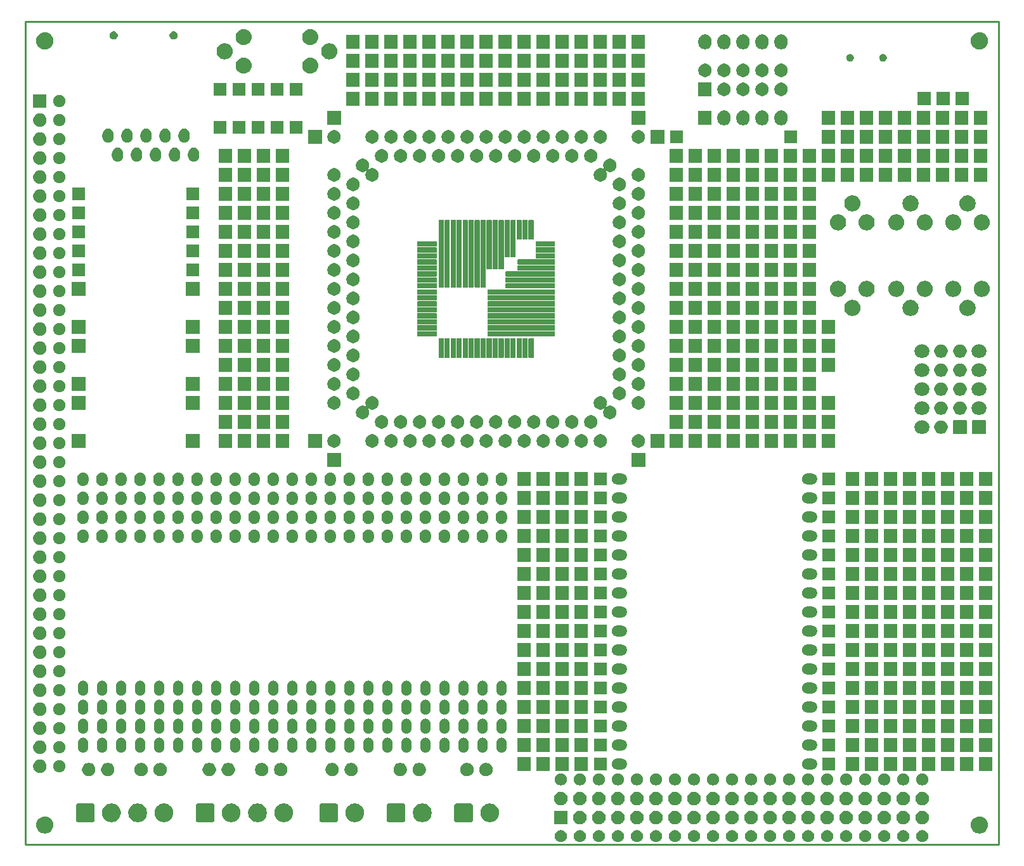
<source format=gbr>
%TF.GenerationSoftware,KiCad,Pcbnew,9.0.1*%
%TF.CreationDate,2025-05-07T00:22:53-04:00*%
%TF.ProjectId,smd-protoboard,736d642d-7072-46f7-946f-626f6172642e,rev?*%
%TF.SameCoordinates,Original*%
%TF.FileFunction,Soldermask,Bot*%
%TF.FilePolarity,Negative*%
%FSLAX46Y46*%
G04 Gerber Fmt 4.6, Leading zero omitted, Abs format (unit mm)*
G04 Created by KiCad (PCBNEW 9.0.1) date 2025-05-07 00:22:53*
%MOMM*%
%LPD*%
G01*
G04 APERTURE LIST*
%TA.AperFunction,Profile*%
%ADD10C,0.254000*%
%TD*%
G04 APERTURE END LIST*
G36*
X151101203Y-147268979D02*
G01*
X151248411Y-147329954D01*
X151380895Y-147418477D01*
X151493563Y-147531145D01*
X151582086Y-147663629D01*
X151643061Y-147810837D01*
X151674146Y-147967112D01*
X151674146Y-148126448D01*
X151643061Y-148282723D01*
X151582086Y-148429931D01*
X151493563Y-148562415D01*
X151380895Y-148675083D01*
X151248411Y-148763606D01*
X151101203Y-148824581D01*
X150944928Y-148855666D01*
X150785592Y-148855666D01*
X150629317Y-148824581D01*
X150482109Y-148763606D01*
X150349625Y-148675083D01*
X150236957Y-148562415D01*
X150148434Y-148429931D01*
X150087459Y-148282723D01*
X150056374Y-148126448D01*
X150056374Y-147967112D01*
X150087459Y-147810837D01*
X150148434Y-147663629D01*
X150236957Y-147531145D01*
X150349625Y-147418477D01*
X150482109Y-147329954D01*
X150629317Y-147268979D01*
X150785592Y-147237894D01*
X150944928Y-147237894D01*
X151101203Y-147268979D01*
G37*
G36*
X153641203Y-147268979D02*
G01*
X153788411Y-147329954D01*
X153920895Y-147418477D01*
X154033563Y-147531145D01*
X154122086Y-147663629D01*
X154183061Y-147810837D01*
X154214146Y-147967112D01*
X154214146Y-148126448D01*
X154183061Y-148282723D01*
X154122086Y-148429931D01*
X154033563Y-148562415D01*
X153920895Y-148675083D01*
X153788411Y-148763606D01*
X153641203Y-148824581D01*
X153484928Y-148855666D01*
X153325592Y-148855666D01*
X153169317Y-148824581D01*
X153022109Y-148763606D01*
X152889625Y-148675083D01*
X152776957Y-148562415D01*
X152688434Y-148429931D01*
X152627459Y-148282723D01*
X152596374Y-148126448D01*
X152596374Y-147967112D01*
X152627459Y-147810837D01*
X152688434Y-147663629D01*
X152776957Y-147531145D01*
X152889625Y-147418477D01*
X153022109Y-147329954D01*
X153169317Y-147268979D01*
X153325592Y-147237894D01*
X153484928Y-147237894D01*
X153641203Y-147268979D01*
G37*
G36*
X156181203Y-147268979D02*
G01*
X156328411Y-147329954D01*
X156460895Y-147418477D01*
X156573563Y-147531145D01*
X156662086Y-147663629D01*
X156723061Y-147810837D01*
X156754146Y-147967112D01*
X156754146Y-148126448D01*
X156723061Y-148282723D01*
X156662086Y-148429931D01*
X156573563Y-148562415D01*
X156460895Y-148675083D01*
X156328411Y-148763606D01*
X156181203Y-148824581D01*
X156024928Y-148855666D01*
X155865592Y-148855666D01*
X155709317Y-148824581D01*
X155562109Y-148763606D01*
X155429625Y-148675083D01*
X155316957Y-148562415D01*
X155228434Y-148429931D01*
X155167459Y-148282723D01*
X155136374Y-148126448D01*
X155136374Y-147967112D01*
X155167459Y-147810837D01*
X155228434Y-147663629D01*
X155316957Y-147531145D01*
X155429625Y-147418477D01*
X155562109Y-147329954D01*
X155709317Y-147268979D01*
X155865592Y-147237894D01*
X156024928Y-147237894D01*
X156181203Y-147268979D01*
G37*
G36*
X158721203Y-147268979D02*
G01*
X158868411Y-147329954D01*
X159000895Y-147418477D01*
X159113563Y-147531145D01*
X159202086Y-147663629D01*
X159263061Y-147810837D01*
X159294146Y-147967112D01*
X159294146Y-148126448D01*
X159263061Y-148282723D01*
X159202086Y-148429931D01*
X159113563Y-148562415D01*
X159000895Y-148675083D01*
X158868411Y-148763606D01*
X158721203Y-148824581D01*
X158564928Y-148855666D01*
X158405592Y-148855666D01*
X158249317Y-148824581D01*
X158102109Y-148763606D01*
X157969625Y-148675083D01*
X157856957Y-148562415D01*
X157768434Y-148429931D01*
X157707459Y-148282723D01*
X157676374Y-148126448D01*
X157676374Y-147967112D01*
X157707459Y-147810837D01*
X157768434Y-147663629D01*
X157856957Y-147531145D01*
X157969625Y-147418477D01*
X158102109Y-147329954D01*
X158249317Y-147268979D01*
X158405592Y-147237894D01*
X158564928Y-147237894D01*
X158721203Y-147268979D01*
G37*
G36*
X161261203Y-147268979D02*
G01*
X161408411Y-147329954D01*
X161540895Y-147418477D01*
X161653563Y-147531145D01*
X161742086Y-147663629D01*
X161803061Y-147810837D01*
X161834146Y-147967112D01*
X161834146Y-148126448D01*
X161803061Y-148282723D01*
X161742086Y-148429931D01*
X161653563Y-148562415D01*
X161540895Y-148675083D01*
X161408411Y-148763606D01*
X161261203Y-148824581D01*
X161104928Y-148855666D01*
X160945592Y-148855666D01*
X160789317Y-148824581D01*
X160642109Y-148763606D01*
X160509625Y-148675083D01*
X160396957Y-148562415D01*
X160308434Y-148429931D01*
X160247459Y-148282723D01*
X160216374Y-148126448D01*
X160216374Y-147967112D01*
X160247459Y-147810837D01*
X160308434Y-147663629D01*
X160396957Y-147531145D01*
X160509625Y-147418477D01*
X160642109Y-147329954D01*
X160789317Y-147268979D01*
X160945592Y-147237894D01*
X161104928Y-147237894D01*
X161261203Y-147268979D01*
G37*
G36*
X163801203Y-147268979D02*
G01*
X163948411Y-147329954D01*
X164080895Y-147418477D01*
X164193563Y-147531145D01*
X164282086Y-147663629D01*
X164343061Y-147810837D01*
X164374146Y-147967112D01*
X164374146Y-148126448D01*
X164343061Y-148282723D01*
X164282086Y-148429931D01*
X164193563Y-148562415D01*
X164080895Y-148675083D01*
X163948411Y-148763606D01*
X163801203Y-148824581D01*
X163644928Y-148855666D01*
X163485592Y-148855666D01*
X163329317Y-148824581D01*
X163182109Y-148763606D01*
X163049625Y-148675083D01*
X162936957Y-148562415D01*
X162848434Y-148429931D01*
X162787459Y-148282723D01*
X162756374Y-148126448D01*
X162756374Y-147967112D01*
X162787459Y-147810837D01*
X162848434Y-147663629D01*
X162936957Y-147531145D01*
X163049625Y-147418477D01*
X163182109Y-147329954D01*
X163329317Y-147268979D01*
X163485592Y-147237894D01*
X163644928Y-147237894D01*
X163801203Y-147268979D01*
G37*
G36*
X166341203Y-147268979D02*
G01*
X166488411Y-147329954D01*
X166620895Y-147418477D01*
X166733563Y-147531145D01*
X166822086Y-147663629D01*
X166883061Y-147810837D01*
X166914146Y-147967112D01*
X166914146Y-148126448D01*
X166883061Y-148282723D01*
X166822086Y-148429931D01*
X166733563Y-148562415D01*
X166620895Y-148675083D01*
X166488411Y-148763606D01*
X166341203Y-148824581D01*
X166184928Y-148855666D01*
X166025592Y-148855666D01*
X165869317Y-148824581D01*
X165722109Y-148763606D01*
X165589625Y-148675083D01*
X165476957Y-148562415D01*
X165388434Y-148429931D01*
X165327459Y-148282723D01*
X165296374Y-148126448D01*
X165296374Y-147967112D01*
X165327459Y-147810837D01*
X165388434Y-147663629D01*
X165476957Y-147531145D01*
X165589625Y-147418477D01*
X165722109Y-147329954D01*
X165869317Y-147268979D01*
X166025592Y-147237894D01*
X166184928Y-147237894D01*
X166341203Y-147268979D01*
G37*
G36*
X168881203Y-147268979D02*
G01*
X169028411Y-147329954D01*
X169160895Y-147418477D01*
X169273563Y-147531145D01*
X169362086Y-147663629D01*
X169423061Y-147810837D01*
X169454146Y-147967112D01*
X169454146Y-148126448D01*
X169423061Y-148282723D01*
X169362086Y-148429931D01*
X169273563Y-148562415D01*
X169160895Y-148675083D01*
X169028411Y-148763606D01*
X168881203Y-148824581D01*
X168724928Y-148855666D01*
X168565592Y-148855666D01*
X168409317Y-148824581D01*
X168262109Y-148763606D01*
X168129625Y-148675083D01*
X168016957Y-148562415D01*
X167928434Y-148429931D01*
X167867459Y-148282723D01*
X167836374Y-148126448D01*
X167836374Y-147967112D01*
X167867459Y-147810837D01*
X167928434Y-147663629D01*
X168016957Y-147531145D01*
X168129625Y-147418477D01*
X168262109Y-147329954D01*
X168409317Y-147268979D01*
X168565592Y-147237894D01*
X168724928Y-147237894D01*
X168881203Y-147268979D01*
G37*
G36*
X171421203Y-147268979D02*
G01*
X171568411Y-147329954D01*
X171700895Y-147418477D01*
X171813563Y-147531145D01*
X171902086Y-147663629D01*
X171963061Y-147810837D01*
X171994146Y-147967112D01*
X171994146Y-148126448D01*
X171963061Y-148282723D01*
X171902086Y-148429931D01*
X171813563Y-148562415D01*
X171700895Y-148675083D01*
X171568411Y-148763606D01*
X171421203Y-148824581D01*
X171264928Y-148855666D01*
X171105592Y-148855666D01*
X170949317Y-148824581D01*
X170802109Y-148763606D01*
X170669625Y-148675083D01*
X170556957Y-148562415D01*
X170468434Y-148429931D01*
X170407459Y-148282723D01*
X170376374Y-148126448D01*
X170376374Y-147967112D01*
X170407459Y-147810837D01*
X170468434Y-147663629D01*
X170556957Y-147531145D01*
X170669625Y-147418477D01*
X170802109Y-147329954D01*
X170949317Y-147268979D01*
X171105592Y-147237894D01*
X171264928Y-147237894D01*
X171421203Y-147268979D01*
G37*
G36*
X173961203Y-147268979D02*
G01*
X174108411Y-147329954D01*
X174240895Y-147418477D01*
X174353563Y-147531145D01*
X174442086Y-147663629D01*
X174503061Y-147810837D01*
X174534146Y-147967112D01*
X174534146Y-148126448D01*
X174503061Y-148282723D01*
X174442086Y-148429931D01*
X174353563Y-148562415D01*
X174240895Y-148675083D01*
X174108411Y-148763606D01*
X173961203Y-148824581D01*
X173804928Y-148855666D01*
X173645592Y-148855666D01*
X173489317Y-148824581D01*
X173342109Y-148763606D01*
X173209625Y-148675083D01*
X173096957Y-148562415D01*
X173008434Y-148429931D01*
X172947459Y-148282723D01*
X172916374Y-148126448D01*
X172916374Y-147967112D01*
X172947459Y-147810837D01*
X173008434Y-147663629D01*
X173096957Y-147531145D01*
X173209625Y-147418477D01*
X173342109Y-147329954D01*
X173489317Y-147268979D01*
X173645592Y-147237894D01*
X173804928Y-147237894D01*
X173961203Y-147268979D01*
G37*
G36*
X176501203Y-147268979D02*
G01*
X176648411Y-147329954D01*
X176780895Y-147418477D01*
X176893563Y-147531145D01*
X176982086Y-147663629D01*
X177043061Y-147810837D01*
X177074146Y-147967112D01*
X177074146Y-148126448D01*
X177043061Y-148282723D01*
X176982086Y-148429931D01*
X176893563Y-148562415D01*
X176780895Y-148675083D01*
X176648411Y-148763606D01*
X176501203Y-148824581D01*
X176344928Y-148855666D01*
X176185592Y-148855666D01*
X176029317Y-148824581D01*
X175882109Y-148763606D01*
X175749625Y-148675083D01*
X175636957Y-148562415D01*
X175548434Y-148429931D01*
X175487459Y-148282723D01*
X175456374Y-148126448D01*
X175456374Y-147967112D01*
X175487459Y-147810837D01*
X175548434Y-147663629D01*
X175636957Y-147531145D01*
X175749625Y-147418477D01*
X175882109Y-147329954D01*
X176029317Y-147268979D01*
X176185592Y-147237894D01*
X176344928Y-147237894D01*
X176501203Y-147268979D01*
G37*
G36*
X179041203Y-147268979D02*
G01*
X179188411Y-147329954D01*
X179320895Y-147418477D01*
X179433563Y-147531145D01*
X179522086Y-147663629D01*
X179583061Y-147810837D01*
X179614146Y-147967112D01*
X179614146Y-148126448D01*
X179583061Y-148282723D01*
X179522086Y-148429931D01*
X179433563Y-148562415D01*
X179320895Y-148675083D01*
X179188411Y-148763606D01*
X179041203Y-148824581D01*
X178884928Y-148855666D01*
X178725592Y-148855666D01*
X178569317Y-148824581D01*
X178422109Y-148763606D01*
X178289625Y-148675083D01*
X178176957Y-148562415D01*
X178088434Y-148429931D01*
X178027459Y-148282723D01*
X177996374Y-148126448D01*
X177996374Y-147967112D01*
X178027459Y-147810837D01*
X178088434Y-147663629D01*
X178176957Y-147531145D01*
X178289625Y-147418477D01*
X178422109Y-147329954D01*
X178569317Y-147268979D01*
X178725592Y-147237894D01*
X178884928Y-147237894D01*
X179041203Y-147268979D01*
G37*
G36*
X181581203Y-147268979D02*
G01*
X181728411Y-147329954D01*
X181860895Y-147418477D01*
X181973563Y-147531145D01*
X182062086Y-147663629D01*
X182123061Y-147810837D01*
X182154146Y-147967112D01*
X182154146Y-148126448D01*
X182123061Y-148282723D01*
X182062086Y-148429931D01*
X181973563Y-148562415D01*
X181860895Y-148675083D01*
X181728411Y-148763606D01*
X181581203Y-148824581D01*
X181424928Y-148855666D01*
X181265592Y-148855666D01*
X181109317Y-148824581D01*
X180962109Y-148763606D01*
X180829625Y-148675083D01*
X180716957Y-148562415D01*
X180628434Y-148429931D01*
X180567459Y-148282723D01*
X180536374Y-148126448D01*
X180536374Y-147967112D01*
X180567459Y-147810837D01*
X180628434Y-147663629D01*
X180716957Y-147531145D01*
X180829625Y-147418477D01*
X180962109Y-147329954D01*
X181109317Y-147268979D01*
X181265592Y-147237894D01*
X181424928Y-147237894D01*
X181581203Y-147268979D01*
G37*
G36*
X184121203Y-147268979D02*
G01*
X184268411Y-147329954D01*
X184400895Y-147418477D01*
X184513563Y-147531145D01*
X184602086Y-147663629D01*
X184663061Y-147810837D01*
X184694146Y-147967112D01*
X184694146Y-148126448D01*
X184663061Y-148282723D01*
X184602086Y-148429931D01*
X184513563Y-148562415D01*
X184400895Y-148675083D01*
X184268411Y-148763606D01*
X184121203Y-148824581D01*
X183964928Y-148855666D01*
X183805592Y-148855666D01*
X183649317Y-148824581D01*
X183502109Y-148763606D01*
X183369625Y-148675083D01*
X183256957Y-148562415D01*
X183168434Y-148429931D01*
X183107459Y-148282723D01*
X183076374Y-148126448D01*
X183076374Y-147967112D01*
X183107459Y-147810837D01*
X183168434Y-147663629D01*
X183256957Y-147531145D01*
X183369625Y-147418477D01*
X183502109Y-147329954D01*
X183649317Y-147268979D01*
X183805592Y-147237894D01*
X183964928Y-147237894D01*
X184121203Y-147268979D01*
G37*
G36*
X186661203Y-147268979D02*
G01*
X186808411Y-147329954D01*
X186940895Y-147418477D01*
X187053563Y-147531145D01*
X187142086Y-147663629D01*
X187203061Y-147810837D01*
X187234146Y-147967112D01*
X187234146Y-148126448D01*
X187203061Y-148282723D01*
X187142086Y-148429931D01*
X187053563Y-148562415D01*
X186940895Y-148675083D01*
X186808411Y-148763606D01*
X186661203Y-148824581D01*
X186504928Y-148855666D01*
X186345592Y-148855666D01*
X186189317Y-148824581D01*
X186042109Y-148763606D01*
X185909625Y-148675083D01*
X185796957Y-148562415D01*
X185708434Y-148429931D01*
X185647459Y-148282723D01*
X185616374Y-148126448D01*
X185616374Y-147967112D01*
X185647459Y-147810837D01*
X185708434Y-147663629D01*
X185796957Y-147531145D01*
X185909625Y-147418477D01*
X186042109Y-147329954D01*
X186189317Y-147268979D01*
X186345592Y-147237894D01*
X186504928Y-147237894D01*
X186661203Y-147268979D01*
G37*
G36*
X189201203Y-147268979D02*
G01*
X189348411Y-147329954D01*
X189480895Y-147418477D01*
X189593563Y-147531145D01*
X189682086Y-147663629D01*
X189743061Y-147810837D01*
X189774146Y-147967112D01*
X189774146Y-148126448D01*
X189743061Y-148282723D01*
X189682086Y-148429931D01*
X189593563Y-148562415D01*
X189480895Y-148675083D01*
X189348411Y-148763606D01*
X189201203Y-148824581D01*
X189044928Y-148855666D01*
X188885592Y-148855666D01*
X188729317Y-148824581D01*
X188582109Y-148763606D01*
X188449625Y-148675083D01*
X188336957Y-148562415D01*
X188248434Y-148429931D01*
X188187459Y-148282723D01*
X188156374Y-148126448D01*
X188156374Y-147967112D01*
X188187459Y-147810837D01*
X188248434Y-147663629D01*
X188336957Y-147531145D01*
X188449625Y-147418477D01*
X188582109Y-147329954D01*
X188729317Y-147268979D01*
X188885592Y-147237894D01*
X189044928Y-147237894D01*
X189201203Y-147268979D01*
G37*
G36*
X191741203Y-147268979D02*
G01*
X191888411Y-147329954D01*
X192020895Y-147418477D01*
X192133563Y-147531145D01*
X192222086Y-147663629D01*
X192283061Y-147810837D01*
X192314146Y-147967112D01*
X192314146Y-148126448D01*
X192283061Y-148282723D01*
X192222086Y-148429931D01*
X192133563Y-148562415D01*
X192020895Y-148675083D01*
X191888411Y-148763606D01*
X191741203Y-148824581D01*
X191584928Y-148855666D01*
X191425592Y-148855666D01*
X191269317Y-148824581D01*
X191122109Y-148763606D01*
X190989625Y-148675083D01*
X190876957Y-148562415D01*
X190788434Y-148429931D01*
X190727459Y-148282723D01*
X190696374Y-148126448D01*
X190696374Y-147967112D01*
X190727459Y-147810837D01*
X190788434Y-147663629D01*
X190876957Y-147531145D01*
X190989625Y-147418477D01*
X191122109Y-147329954D01*
X191269317Y-147268979D01*
X191425592Y-147237894D01*
X191584928Y-147237894D01*
X191741203Y-147268979D01*
G37*
G36*
X194281203Y-147268979D02*
G01*
X194428411Y-147329954D01*
X194560895Y-147418477D01*
X194673563Y-147531145D01*
X194762086Y-147663629D01*
X194823061Y-147810837D01*
X194854146Y-147967112D01*
X194854146Y-148126448D01*
X194823061Y-148282723D01*
X194762086Y-148429931D01*
X194673563Y-148562415D01*
X194560895Y-148675083D01*
X194428411Y-148763606D01*
X194281203Y-148824581D01*
X194124928Y-148855666D01*
X193965592Y-148855666D01*
X193809317Y-148824581D01*
X193662109Y-148763606D01*
X193529625Y-148675083D01*
X193416957Y-148562415D01*
X193328434Y-148429931D01*
X193267459Y-148282723D01*
X193236374Y-148126448D01*
X193236374Y-147967112D01*
X193267459Y-147810837D01*
X193328434Y-147663629D01*
X193416957Y-147531145D01*
X193529625Y-147418477D01*
X193662109Y-147329954D01*
X193809317Y-147268979D01*
X193965592Y-147237894D01*
X194124928Y-147237894D01*
X194281203Y-147268979D01*
G37*
G36*
X196821203Y-147268979D02*
G01*
X196968411Y-147329954D01*
X197100895Y-147418477D01*
X197213563Y-147531145D01*
X197302086Y-147663629D01*
X197363061Y-147810837D01*
X197394146Y-147967112D01*
X197394146Y-148126448D01*
X197363061Y-148282723D01*
X197302086Y-148429931D01*
X197213563Y-148562415D01*
X197100895Y-148675083D01*
X196968411Y-148763606D01*
X196821203Y-148824581D01*
X196664928Y-148855666D01*
X196505592Y-148855666D01*
X196349317Y-148824581D01*
X196202109Y-148763606D01*
X196069625Y-148675083D01*
X195956957Y-148562415D01*
X195868434Y-148429931D01*
X195807459Y-148282723D01*
X195776374Y-148126448D01*
X195776374Y-147967112D01*
X195807459Y-147810837D01*
X195868434Y-147663629D01*
X195956957Y-147531145D01*
X196069625Y-147418477D01*
X196202109Y-147329954D01*
X196349317Y-147268979D01*
X196505592Y-147237894D01*
X196664928Y-147237894D01*
X196821203Y-147268979D01*
G37*
G36*
X199361203Y-147268979D02*
G01*
X199508411Y-147329954D01*
X199640895Y-147418477D01*
X199753563Y-147531145D01*
X199842086Y-147663629D01*
X199903061Y-147810837D01*
X199934146Y-147967112D01*
X199934146Y-148126448D01*
X199903061Y-148282723D01*
X199842086Y-148429931D01*
X199753563Y-148562415D01*
X199640895Y-148675083D01*
X199508411Y-148763606D01*
X199361203Y-148824581D01*
X199204928Y-148855666D01*
X199045592Y-148855666D01*
X198889317Y-148824581D01*
X198742109Y-148763606D01*
X198609625Y-148675083D01*
X198496957Y-148562415D01*
X198408434Y-148429931D01*
X198347459Y-148282723D01*
X198316374Y-148126448D01*
X198316374Y-147967112D01*
X198347459Y-147810837D01*
X198408434Y-147663629D01*
X198496957Y-147531145D01*
X198609625Y-147418477D01*
X198742109Y-147329954D01*
X198889317Y-147268979D01*
X199045592Y-147237894D01*
X199204928Y-147237894D01*
X199361203Y-147268979D01*
G37*
G36*
X82233909Y-145427777D02*
G01*
X82405652Y-145483579D01*
X82566551Y-145565562D01*
X82712645Y-145671705D01*
X82840335Y-145799395D01*
X82946478Y-145945489D01*
X83028461Y-146106388D01*
X83084263Y-146278131D01*
X83112512Y-146456489D01*
X83112512Y-146637071D01*
X83084263Y-146815429D01*
X83028461Y-146987172D01*
X82946478Y-147148071D01*
X82840335Y-147294165D01*
X82712645Y-147421855D01*
X82566551Y-147527998D01*
X82405652Y-147609981D01*
X82233909Y-147665783D01*
X82055551Y-147694032D01*
X81874969Y-147694032D01*
X81696611Y-147665783D01*
X81524868Y-147609981D01*
X81363969Y-147527998D01*
X81217875Y-147421855D01*
X81090185Y-147294165D01*
X80984042Y-147148071D01*
X80902059Y-146987172D01*
X80846257Y-146815429D01*
X80818008Y-146637071D01*
X80818008Y-146456489D01*
X80846257Y-146278131D01*
X80902059Y-146106388D01*
X80984042Y-145945489D01*
X81090185Y-145799395D01*
X81217875Y-145671705D01*
X81363969Y-145565562D01*
X81524868Y-145483579D01*
X81696611Y-145427777D01*
X81874969Y-145399528D01*
X82055551Y-145399528D01*
X82233909Y-145427777D01*
G37*
G36*
X207033909Y-145427777D02*
G01*
X207205652Y-145483579D01*
X207366551Y-145565562D01*
X207512645Y-145671705D01*
X207640335Y-145799395D01*
X207746478Y-145945489D01*
X207828461Y-146106388D01*
X207884263Y-146278131D01*
X207912512Y-146456489D01*
X207912512Y-146637071D01*
X207884263Y-146815429D01*
X207828461Y-146987172D01*
X207746478Y-147148071D01*
X207640335Y-147294165D01*
X207512645Y-147421855D01*
X207366551Y-147527998D01*
X207205652Y-147609981D01*
X207033909Y-147665783D01*
X206855551Y-147694032D01*
X206674969Y-147694032D01*
X206496611Y-147665783D01*
X206324868Y-147609981D01*
X206163969Y-147527998D01*
X206017875Y-147421855D01*
X205890185Y-147294165D01*
X205784042Y-147148071D01*
X205702059Y-146987172D01*
X205646257Y-146815429D01*
X205618008Y-146637071D01*
X205618008Y-146456489D01*
X205646257Y-146278131D01*
X205702059Y-146106388D01*
X205784042Y-145945489D01*
X205890185Y-145799395D01*
X206017875Y-145671705D01*
X206163969Y-145565562D01*
X206324868Y-145483579D01*
X206496611Y-145427777D01*
X206674969Y-145399528D01*
X206855551Y-145399528D01*
X207033909Y-145427777D01*
G37*
G36*
X151734700Y-144649847D02*
G01*
X151751181Y-144660859D01*
X151762193Y-144677340D01*
X151766060Y-144696780D01*
X151766060Y-146396780D01*
X151762193Y-146416220D01*
X151751181Y-146432701D01*
X151734700Y-146443713D01*
X151715260Y-146447580D01*
X150015260Y-146447580D01*
X149995820Y-146443713D01*
X149979339Y-146432701D01*
X149968327Y-146416220D01*
X149964460Y-146396780D01*
X149964460Y-144696780D01*
X149968327Y-144677340D01*
X149979339Y-144660859D01*
X149995820Y-144649847D01*
X150015260Y-144645980D01*
X151715260Y-144645980D01*
X151734700Y-144649847D01*
G37*
G36*
X153666748Y-144684768D02*
G01*
X153829894Y-144752345D01*
X153976721Y-144850452D01*
X154101588Y-144975319D01*
X154199695Y-145122146D01*
X154267272Y-145285292D01*
X154301722Y-145458486D01*
X154301722Y-145635074D01*
X154267272Y-145808268D01*
X154199695Y-145971414D01*
X154101588Y-146118241D01*
X153976721Y-146243108D01*
X153829894Y-146341215D01*
X153666748Y-146408792D01*
X153493554Y-146443242D01*
X153316966Y-146443242D01*
X153143772Y-146408792D01*
X152980626Y-146341215D01*
X152833799Y-146243108D01*
X152708932Y-146118241D01*
X152610825Y-145971414D01*
X152543248Y-145808268D01*
X152508798Y-145635074D01*
X152508798Y-145458486D01*
X152543248Y-145285292D01*
X152610825Y-145122146D01*
X152708932Y-144975319D01*
X152833799Y-144850452D01*
X152980626Y-144752345D01*
X153143772Y-144684768D01*
X153316966Y-144650318D01*
X153493554Y-144650318D01*
X153666748Y-144684768D01*
G37*
G36*
X156206748Y-144684768D02*
G01*
X156369894Y-144752345D01*
X156516721Y-144850452D01*
X156641588Y-144975319D01*
X156739695Y-145122146D01*
X156807272Y-145285292D01*
X156841722Y-145458486D01*
X156841722Y-145635074D01*
X156807272Y-145808268D01*
X156739695Y-145971414D01*
X156641588Y-146118241D01*
X156516721Y-146243108D01*
X156369894Y-146341215D01*
X156206748Y-146408792D01*
X156033554Y-146443242D01*
X155856966Y-146443242D01*
X155683772Y-146408792D01*
X155520626Y-146341215D01*
X155373799Y-146243108D01*
X155248932Y-146118241D01*
X155150825Y-145971414D01*
X155083248Y-145808268D01*
X155048798Y-145635074D01*
X155048798Y-145458486D01*
X155083248Y-145285292D01*
X155150825Y-145122146D01*
X155248932Y-144975319D01*
X155373799Y-144850452D01*
X155520626Y-144752345D01*
X155683772Y-144684768D01*
X155856966Y-144650318D01*
X156033554Y-144650318D01*
X156206748Y-144684768D01*
G37*
G36*
X158746748Y-144684768D02*
G01*
X158909894Y-144752345D01*
X159056721Y-144850452D01*
X159181588Y-144975319D01*
X159279695Y-145122146D01*
X159347272Y-145285292D01*
X159381722Y-145458486D01*
X159381722Y-145635074D01*
X159347272Y-145808268D01*
X159279695Y-145971414D01*
X159181588Y-146118241D01*
X159056721Y-146243108D01*
X158909894Y-146341215D01*
X158746748Y-146408792D01*
X158573554Y-146443242D01*
X158396966Y-146443242D01*
X158223772Y-146408792D01*
X158060626Y-146341215D01*
X157913799Y-146243108D01*
X157788932Y-146118241D01*
X157690825Y-145971414D01*
X157623248Y-145808268D01*
X157588798Y-145635074D01*
X157588798Y-145458486D01*
X157623248Y-145285292D01*
X157690825Y-145122146D01*
X157788932Y-144975319D01*
X157913799Y-144850452D01*
X158060626Y-144752345D01*
X158223772Y-144684768D01*
X158396966Y-144650318D01*
X158573554Y-144650318D01*
X158746748Y-144684768D01*
G37*
G36*
X161286748Y-144684768D02*
G01*
X161449894Y-144752345D01*
X161596721Y-144850452D01*
X161721588Y-144975319D01*
X161819695Y-145122146D01*
X161887272Y-145285292D01*
X161921722Y-145458486D01*
X161921722Y-145635074D01*
X161887272Y-145808268D01*
X161819695Y-145971414D01*
X161721588Y-146118241D01*
X161596721Y-146243108D01*
X161449894Y-146341215D01*
X161286748Y-146408792D01*
X161113554Y-146443242D01*
X160936966Y-146443242D01*
X160763772Y-146408792D01*
X160600626Y-146341215D01*
X160453799Y-146243108D01*
X160328932Y-146118241D01*
X160230825Y-145971414D01*
X160163248Y-145808268D01*
X160128798Y-145635074D01*
X160128798Y-145458486D01*
X160163248Y-145285292D01*
X160230825Y-145122146D01*
X160328932Y-144975319D01*
X160453799Y-144850452D01*
X160600626Y-144752345D01*
X160763772Y-144684768D01*
X160936966Y-144650318D01*
X161113554Y-144650318D01*
X161286748Y-144684768D01*
G37*
G36*
X163826748Y-144684768D02*
G01*
X163989894Y-144752345D01*
X164136721Y-144850452D01*
X164261588Y-144975319D01*
X164359695Y-145122146D01*
X164427272Y-145285292D01*
X164461722Y-145458486D01*
X164461722Y-145635074D01*
X164427272Y-145808268D01*
X164359695Y-145971414D01*
X164261588Y-146118241D01*
X164136721Y-146243108D01*
X163989894Y-146341215D01*
X163826748Y-146408792D01*
X163653554Y-146443242D01*
X163476966Y-146443242D01*
X163303772Y-146408792D01*
X163140626Y-146341215D01*
X162993799Y-146243108D01*
X162868932Y-146118241D01*
X162770825Y-145971414D01*
X162703248Y-145808268D01*
X162668798Y-145635074D01*
X162668798Y-145458486D01*
X162703248Y-145285292D01*
X162770825Y-145122146D01*
X162868932Y-144975319D01*
X162993799Y-144850452D01*
X163140626Y-144752345D01*
X163303772Y-144684768D01*
X163476966Y-144650318D01*
X163653554Y-144650318D01*
X163826748Y-144684768D01*
G37*
G36*
X166366748Y-144684768D02*
G01*
X166529894Y-144752345D01*
X166676721Y-144850452D01*
X166801588Y-144975319D01*
X166899695Y-145122146D01*
X166967272Y-145285292D01*
X167001722Y-145458486D01*
X167001722Y-145635074D01*
X166967272Y-145808268D01*
X166899695Y-145971414D01*
X166801588Y-146118241D01*
X166676721Y-146243108D01*
X166529894Y-146341215D01*
X166366748Y-146408792D01*
X166193554Y-146443242D01*
X166016966Y-146443242D01*
X165843772Y-146408792D01*
X165680626Y-146341215D01*
X165533799Y-146243108D01*
X165408932Y-146118241D01*
X165310825Y-145971414D01*
X165243248Y-145808268D01*
X165208798Y-145635074D01*
X165208798Y-145458486D01*
X165243248Y-145285292D01*
X165310825Y-145122146D01*
X165408932Y-144975319D01*
X165533799Y-144850452D01*
X165680626Y-144752345D01*
X165843772Y-144684768D01*
X166016966Y-144650318D01*
X166193554Y-144650318D01*
X166366748Y-144684768D01*
G37*
G36*
X168906748Y-144684768D02*
G01*
X169069894Y-144752345D01*
X169216721Y-144850452D01*
X169341588Y-144975319D01*
X169439695Y-145122146D01*
X169507272Y-145285292D01*
X169541722Y-145458486D01*
X169541722Y-145635074D01*
X169507272Y-145808268D01*
X169439695Y-145971414D01*
X169341588Y-146118241D01*
X169216721Y-146243108D01*
X169069894Y-146341215D01*
X168906748Y-146408792D01*
X168733554Y-146443242D01*
X168556966Y-146443242D01*
X168383772Y-146408792D01*
X168220626Y-146341215D01*
X168073799Y-146243108D01*
X167948932Y-146118241D01*
X167850825Y-145971414D01*
X167783248Y-145808268D01*
X167748798Y-145635074D01*
X167748798Y-145458486D01*
X167783248Y-145285292D01*
X167850825Y-145122146D01*
X167948932Y-144975319D01*
X168073799Y-144850452D01*
X168220626Y-144752345D01*
X168383772Y-144684768D01*
X168556966Y-144650318D01*
X168733554Y-144650318D01*
X168906748Y-144684768D01*
G37*
G36*
X171446748Y-144684768D02*
G01*
X171609894Y-144752345D01*
X171756721Y-144850452D01*
X171881588Y-144975319D01*
X171979695Y-145122146D01*
X172047272Y-145285292D01*
X172081722Y-145458486D01*
X172081722Y-145635074D01*
X172047272Y-145808268D01*
X171979695Y-145971414D01*
X171881588Y-146118241D01*
X171756721Y-146243108D01*
X171609894Y-146341215D01*
X171446748Y-146408792D01*
X171273554Y-146443242D01*
X171096966Y-146443242D01*
X170923772Y-146408792D01*
X170760626Y-146341215D01*
X170613799Y-146243108D01*
X170488932Y-146118241D01*
X170390825Y-145971414D01*
X170323248Y-145808268D01*
X170288798Y-145635074D01*
X170288798Y-145458486D01*
X170323248Y-145285292D01*
X170390825Y-145122146D01*
X170488932Y-144975319D01*
X170613799Y-144850452D01*
X170760626Y-144752345D01*
X170923772Y-144684768D01*
X171096966Y-144650318D01*
X171273554Y-144650318D01*
X171446748Y-144684768D01*
G37*
G36*
X173986748Y-144684768D02*
G01*
X174149894Y-144752345D01*
X174296721Y-144850452D01*
X174421588Y-144975319D01*
X174519695Y-145122146D01*
X174587272Y-145285292D01*
X174621722Y-145458486D01*
X174621722Y-145635074D01*
X174587272Y-145808268D01*
X174519695Y-145971414D01*
X174421588Y-146118241D01*
X174296721Y-146243108D01*
X174149894Y-146341215D01*
X173986748Y-146408792D01*
X173813554Y-146443242D01*
X173636966Y-146443242D01*
X173463772Y-146408792D01*
X173300626Y-146341215D01*
X173153799Y-146243108D01*
X173028932Y-146118241D01*
X172930825Y-145971414D01*
X172863248Y-145808268D01*
X172828798Y-145635074D01*
X172828798Y-145458486D01*
X172863248Y-145285292D01*
X172930825Y-145122146D01*
X173028932Y-144975319D01*
X173153799Y-144850452D01*
X173300626Y-144752345D01*
X173463772Y-144684768D01*
X173636966Y-144650318D01*
X173813554Y-144650318D01*
X173986748Y-144684768D01*
G37*
G36*
X176526748Y-144684768D02*
G01*
X176689894Y-144752345D01*
X176836721Y-144850452D01*
X176961588Y-144975319D01*
X177059695Y-145122146D01*
X177127272Y-145285292D01*
X177161722Y-145458486D01*
X177161722Y-145635074D01*
X177127272Y-145808268D01*
X177059695Y-145971414D01*
X176961588Y-146118241D01*
X176836721Y-146243108D01*
X176689894Y-146341215D01*
X176526748Y-146408792D01*
X176353554Y-146443242D01*
X176176966Y-146443242D01*
X176003772Y-146408792D01*
X175840626Y-146341215D01*
X175693799Y-146243108D01*
X175568932Y-146118241D01*
X175470825Y-145971414D01*
X175403248Y-145808268D01*
X175368798Y-145635074D01*
X175368798Y-145458486D01*
X175403248Y-145285292D01*
X175470825Y-145122146D01*
X175568932Y-144975319D01*
X175693799Y-144850452D01*
X175840626Y-144752345D01*
X176003772Y-144684768D01*
X176176966Y-144650318D01*
X176353554Y-144650318D01*
X176526748Y-144684768D01*
G37*
G36*
X179066748Y-144684768D02*
G01*
X179229894Y-144752345D01*
X179376721Y-144850452D01*
X179501588Y-144975319D01*
X179599695Y-145122146D01*
X179667272Y-145285292D01*
X179701722Y-145458486D01*
X179701722Y-145635074D01*
X179667272Y-145808268D01*
X179599695Y-145971414D01*
X179501588Y-146118241D01*
X179376721Y-146243108D01*
X179229894Y-146341215D01*
X179066748Y-146408792D01*
X178893554Y-146443242D01*
X178716966Y-146443242D01*
X178543772Y-146408792D01*
X178380626Y-146341215D01*
X178233799Y-146243108D01*
X178108932Y-146118241D01*
X178010825Y-145971414D01*
X177943248Y-145808268D01*
X177908798Y-145635074D01*
X177908798Y-145458486D01*
X177943248Y-145285292D01*
X178010825Y-145122146D01*
X178108932Y-144975319D01*
X178233799Y-144850452D01*
X178380626Y-144752345D01*
X178543772Y-144684768D01*
X178716966Y-144650318D01*
X178893554Y-144650318D01*
X179066748Y-144684768D01*
G37*
G36*
X181606748Y-144684768D02*
G01*
X181769894Y-144752345D01*
X181916721Y-144850452D01*
X182041588Y-144975319D01*
X182139695Y-145122146D01*
X182207272Y-145285292D01*
X182241722Y-145458486D01*
X182241722Y-145635074D01*
X182207272Y-145808268D01*
X182139695Y-145971414D01*
X182041588Y-146118241D01*
X181916721Y-146243108D01*
X181769894Y-146341215D01*
X181606748Y-146408792D01*
X181433554Y-146443242D01*
X181256966Y-146443242D01*
X181083772Y-146408792D01*
X180920626Y-146341215D01*
X180773799Y-146243108D01*
X180648932Y-146118241D01*
X180550825Y-145971414D01*
X180483248Y-145808268D01*
X180448798Y-145635074D01*
X180448798Y-145458486D01*
X180483248Y-145285292D01*
X180550825Y-145122146D01*
X180648932Y-144975319D01*
X180773799Y-144850452D01*
X180920626Y-144752345D01*
X181083772Y-144684768D01*
X181256966Y-144650318D01*
X181433554Y-144650318D01*
X181606748Y-144684768D01*
G37*
G36*
X184146748Y-144684768D02*
G01*
X184309894Y-144752345D01*
X184456721Y-144850452D01*
X184581588Y-144975319D01*
X184679695Y-145122146D01*
X184747272Y-145285292D01*
X184781722Y-145458486D01*
X184781722Y-145635074D01*
X184747272Y-145808268D01*
X184679695Y-145971414D01*
X184581588Y-146118241D01*
X184456721Y-146243108D01*
X184309894Y-146341215D01*
X184146748Y-146408792D01*
X183973554Y-146443242D01*
X183796966Y-146443242D01*
X183623772Y-146408792D01*
X183460626Y-146341215D01*
X183313799Y-146243108D01*
X183188932Y-146118241D01*
X183090825Y-145971414D01*
X183023248Y-145808268D01*
X182988798Y-145635074D01*
X182988798Y-145458486D01*
X183023248Y-145285292D01*
X183090825Y-145122146D01*
X183188932Y-144975319D01*
X183313799Y-144850452D01*
X183460626Y-144752345D01*
X183623772Y-144684768D01*
X183796966Y-144650318D01*
X183973554Y-144650318D01*
X184146748Y-144684768D01*
G37*
G36*
X186686748Y-144684768D02*
G01*
X186849894Y-144752345D01*
X186996721Y-144850452D01*
X187121588Y-144975319D01*
X187219695Y-145122146D01*
X187287272Y-145285292D01*
X187321722Y-145458486D01*
X187321722Y-145635074D01*
X187287272Y-145808268D01*
X187219695Y-145971414D01*
X187121588Y-146118241D01*
X186996721Y-146243108D01*
X186849894Y-146341215D01*
X186686748Y-146408792D01*
X186513554Y-146443242D01*
X186336966Y-146443242D01*
X186163772Y-146408792D01*
X186000626Y-146341215D01*
X185853799Y-146243108D01*
X185728932Y-146118241D01*
X185630825Y-145971414D01*
X185563248Y-145808268D01*
X185528798Y-145635074D01*
X185528798Y-145458486D01*
X185563248Y-145285292D01*
X185630825Y-145122146D01*
X185728932Y-144975319D01*
X185853799Y-144850452D01*
X186000626Y-144752345D01*
X186163772Y-144684768D01*
X186336966Y-144650318D01*
X186513554Y-144650318D01*
X186686748Y-144684768D01*
G37*
G36*
X189226748Y-144684768D02*
G01*
X189389894Y-144752345D01*
X189536721Y-144850452D01*
X189661588Y-144975319D01*
X189759695Y-145122146D01*
X189827272Y-145285292D01*
X189861722Y-145458486D01*
X189861722Y-145635074D01*
X189827272Y-145808268D01*
X189759695Y-145971414D01*
X189661588Y-146118241D01*
X189536721Y-146243108D01*
X189389894Y-146341215D01*
X189226748Y-146408792D01*
X189053554Y-146443242D01*
X188876966Y-146443242D01*
X188703772Y-146408792D01*
X188540626Y-146341215D01*
X188393799Y-146243108D01*
X188268932Y-146118241D01*
X188170825Y-145971414D01*
X188103248Y-145808268D01*
X188068798Y-145635074D01*
X188068798Y-145458486D01*
X188103248Y-145285292D01*
X188170825Y-145122146D01*
X188268932Y-144975319D01*
X188393799Y-144850452D01*
X188540626Y-144752345D01*
X188703772Y-144684768D01*
X188876966Y-144650318D01*
X189053554Y-144650318D01*
X189226748Y-144684768D01*
G37*
G36*
X191766748Y-144684768D02*
G01*
X191929894Y-144752345D01*
X192076721Y-144850452D01*
X192201588Y-144975319D01*
X192299695Y-145122146D01*
X192367272Y-145285292D01*
X192401722Y-145458486D01*
X192401722Y-145635074D01*
X192367272Y-145808268D01*
X192299695Y-145971414D01*
X192201588Y-146118241D01*
X192076721Y-146243108D01*
X191929894Y-146341215D01*
X191766748Y-146408792D01*
X191593554Y-146443242D01*
X191416966Y-146443242D01*
X191243772Y-146408792D01*
X191080626Y-146341215D01*
X190933799Y-146243108D01*
X190808932Y-146118241D01*
X190710825Y-145971414D01*
X190643248Y-145808268D01*
X190608798Y-145635074D01*
X190608798Y-145458486D01*
X190643248Y-145285292D01*
X190710825Y-145122146D01*
X190808932Y-144975319D01*
X190933799Y-144850452D01*
X191080626Y-144752345D01*
X191243772Y-144684768D01*
X191416966Y-144650318D01*
X191593554Y-144650318D01*
X191766748Y-144684768D01*
G37*
G36*
X194306748Y-144684768D02*
G01*
X194469894Y-144752345D01*
X194616721Y-144850452D01*
X194741588Y-144975319D01*
X194839695Y-145122146D01*
X194907272Y-145285292D01*
X194941722Y-145458486D01*
X194941722Y-145635074D01*
X194907272Y-145808268D01*
X194839695Y-145971414D01*
X194741588Y-146118241D01*
X194616721Y-146243108D01*
X194469894Y-146341215D01*
X194306748Y-146408792D01*
X194133554Y-146443242D01*
X193956966Y-146443242D01*
X193783772Y-146408792D01*
X193620626Y-146341215D01*
X193473799Y-146243108D01*
X193348932Y-146118241D01*
X193250825Y-145971414D01*
X193183248Y-145808268D01*
X193148798Y-145635074D01*
X193148798Y-145458486D01*
X193183248Y-145285292D01*
X193250825Y-145122146D01*
X193348932Y-144975319D01*
X193473799Y-144850452D01*
X193620626Y-144752345D01*
X193783772Y-144684768D01*
X193956966Y-144650318D01*
X194133554Y-144650318D01*
X194306748Y-144684768D01*
G37*
G36*
X196846748Y-144684768D02*
G01*
X197009894Y-144752345D01*
X197156721Y-144850452D01*
X197281588Y-144975319D01*
X197379695Y-145122146D01*
X197447272Y-145285292D01*
X197481722Y-145458486D01*
X197481722Y-145635074D01*
X197447272Y-145808268D01*
X197379695Y-145971414D01*
X197281588Y-146118241D01*
X197156721Y-146243108D01*
X197009894Y-146341215D01*
X196846748Y-146408792D01*
X196673554Y-146443242D01*
X196496966Y-146443242D01*
X196323772Y-146408792D01*
X196160626Y-146341215D01*
X196013799Y-146243108D01*
X195888932Y-146118241D01*
X195790825Y-145971414D01*
X195723248Y-145808268D01*
X195688798Y-145635074D01*
X195688798Y-145458486D01*
X195723248Y-145285292D01*
X195790825Y-145122146D01*
X195888932Y-144975319D01*
X196013799Y-144850452D01*
X196160626Y-144752345D01*
X196323772Y-144684768D01*
X196496966Y-144650318D01*
X196673554Y-144650318D01*
X196846748Y-144684768D01*
G37*
G36*
X199386748Y-144684768D02*
G01*
X199549894Y-144752345D01*
X199696721Y-144850452D01*
X199821588Y-144975319D01*
X199919695Y-145122146D01*
X199987272Y-145285292D01*
X200021722Y-145458486D01*
X200021722Y-145635074D01*
X199987272Y-145808268D01*
X199919695Y-145971414D01*
X199821588Y-146118241D01*
X199696721Y-146243108D01*
X199549894Y-146341215D01*
X199386748Y-146408792D01*
X199213554Y-146443242D01*
X199036966Y-146443242D01*
X198863772Y-146408792D01*
X198700626Y-146341215D01*
X198553799Y-146243108D01*
X198428932Y-146118241D01*
X198330825Y-145971414D01*
X198263248Y-145808268D01*
X198228798Y-145635074D01*
X198228798Y-145458486D01*
X198263248Y-145285292D01*
X198330825Y-145122146D01*
X198428932Y-144975319D01*
X198553799Y-144850452D01*
X198700626Y-144752345D01*
X198863772Y-144684768D01*
X199036966Y-144650318D01*
X199213554Y-144650318D01*
X199386748Y-144684768D01*
G37*
G36*
X88384128Y-143671470D02*
G01*
X88388308Y-143673315D01*
X88392496Y-143673867D01*
X88444888Y-143698298D01*
X88485253Y-143716121D01*
X88487126Y-143717994D01*
X88487565Y-143718199D01*
X88561340Y-143791974D01*
X88561544Y-143792412D01*
X88563419Y-143794287D01*
X88581251Y-143834673D01*
X88605672Y-143887043D01*
X88606223Y-143891229D01*
X88608070Y-143895412D01*
X88616059Y-143964282D01*
X88616059Y-143965939D01*
X88616060Y-143965947D01*
X88616060Y-144975319D01*
X88616060Y-145864279D01*
X88608070Y-145933148D01*
X88606222Y-145937331D01*
X88605672Y-145941516D01*
X88581259Y-145993868D01*
X88563419Y-146034273D01*
X88561543Y-146036148D01*
X88561340Y-146036585D01*
X88487565Y-146110360D01*
X88487128Y-146110563D01*
X88485253Y-146112439D01*
X88444848Y-146130279D01*
X88392496Y-146154692D01*
X88388311Y-146155242D01*
X88384128Y-146157090D01*
X88315258Y-146165079D01*
X88313599Y-146165079D01*
X88313592Y-146165080D01*
X86416928Y-146165080D01*
X86416927Y-146165079D01*
X86415261Y-146165080D01*
X86346392Y-146157090D01*
X86342209Y-146155243D01*
X86338023Y-146154692D01*
X86285653Y-146130271D01*
X86245267Y-146112439D01*
X86243392Y-146110564D01*
X86242954Y-146110360D01*
X86169179Y-146036585D01*
X86168974Y-146036146D01*
X86167101Y-146034273D01*
X86149278Y-145993908D01*
X86124847Y-145941516D01*
X86124295Y-145937328D01*
X86122450Y-145933148D01*
X86114461Y-145864278D01*
X86114460Y-145862619D01*
X86114460Y-145862612D01*
X86114460Y-143965947D01*
X86114460Y-143965946D01*
X86114460Y-143964281D01*
X86122450Y-143895412D01*
X86124295Y-143891232D01*
X86124847Y-143887043D01*
X86149286Y-143834632D01*
X86167101Y-143794287D01*
X86168973Y-143792414D01*
X86169179Y-143791974D01*
X86242954Y-143718199D01*
X86243394Y-143717993D01*
X86245267Y-143716121D01*
X86285612Y-143698306D01*
X86338023Y-143673867D01*
X86342212Y-143673315D01*
X86346392Y-143671470D01*
X86415262Y-143663481D01*
X86416920Y-143663480D01*
X86416928Y-143663480D01*
X88313592Y-143663480D01*
X88315259Y-143663480D01*
X88384128Y-143671470D01*
G37*
G36*
X104384128Y-143671470D02*
G01*
X104388308Y-143673315D01*
X104392496Y-143673867D01*
X104444888Y-143698298D01*
X104485253Y-143716121D01*
X104487126Y-143717994D01*
X104487565Y-143718199D01*
X104561340Y-143791974D01*
X104561544Y-143792412D01*
X104563419Y-143794287D01*
X104581251Y-143834673D01*
X104605672Y-143887043D01*
X104606223Y-143891229D01*
X104608070Y-143895412D01*
X104616059Y-143964282D01*
X104616059Y-143965939D01*
X104616060Y-143965947D01*
X104616060Y-144975319D01*
X104616060Y-145864279D01*
X104608070Y-145933148D01*
X104606222Y-145937331D01*
X104605672Y-145941516D01*
X104581259Y-145993868D01*
X104563419Y-146034273D01*
X104561543Y-146036148D01*
X104561340Y-146036585D01*
X104487565Y-146110360D01*
X104487128Y-146110563D01*
X104485253Y-146112439D01*
X104444848Y-146130279D01*
X104392496Y-146154692D01*
X104388311Y-146155242D01*
X104384128Y-146157090D01*
X104315258Y-146165079D01*
X104313599Y-146165079D01*
X104313592Y-146165080D01*
X102416928Y-146165080D01*
X102416927Y-146165079D01*
X102415261Y-146165080D01*
X102346392Y-146157090D01*
X102342209Y-146155243D01*
X102338023Y-146154692D01*
X102285653Y-146130271D01*
X102245267Y-146112439D01*
X102243392Y-146110564D01*
X102242954Y-146110360D01*
X102169179Y-146036585D01*
X102168974Y-146036146D01*
X102167101Y-146034273D01*
X102149278Y-145993908D01*
X102124847Y-145941516D01*
X102124295Y-145937328D01*
X102122450Y-145933148D01*
X102114461Y-145864278D01*
X102114460Y-145862619D01*
X102114460Y-145862612D01*
X102114460Y-143965947D01*
X102114460Y-143965946D01*
X102114460Y-143964281D01*
X102122450Y-143895412D01*
X102124295Y-143891232D01*
X102124847Y-143887043D01*
X102149286Y-143834632D01*
X102167101Y-143794287D01*
X102168973Y-143792414D01*
X102169179Y-143791974D01*
X102242954Y-143718199D01*
X102243394Y-143717993D01*
X102245267Y-143716121D01*
X102285612Y-143698306D01*
X102338023Y-143673867D01*
X102342212Y-143673315D01*
X102346392Y-143671470D01*
X102415262Y-143663481D01*
X102416920Y-143663480D01*
X102416928Y-143663480D01*
X104313592Y-143663480D01*
X104315259Y-143663480D01*
X104384128Y-143671470D01*
G37*
G36*
X120884128Y-143671470D02*
G01*
X120888308Y-143673315D01*
X120892496Y-143673867D01*
X120944888Y-143698298D01*
X120985253Y-143716121D01*
X120987126Y-143717994D01*
X120987565Y-143718199D01*
X121061340Y-143791974D01*
X121061544Y-143792412D01*
X121063419Y-143794287D01*
X121081251Y-143834673D01*
X121105672Y-143887043D01*
X121106223Y-143891229D01*
X121108070Y-143895412D01*
X121116059Y-143964282D01*
X121116059Y-143965939D01*
X121116060Y-143965947D01*
X121116060Y-144975319D01*
X121116060Y-145864279D01*
X121108070Y-145933148D01*
X121106222Y-145937331D01*
X121105672Y-145941516D01*
X121081259Y-145993868D01*
X121063419Y-146034273D01*
X121061543Y-146036148D01*
X121061340Y-146036585D01*
X120987565Y-146110360D01*
X120987128Y-146110563D01*
X120985253Y-146112439D01*
X120944848Y-146130279D01*
X120892496Y-146154692D01*
X120888311Y-146155242D01*
X120884128Y-146157090D01*
X120815258Y-146165079D01*
X120813599Y-146165079D01*
X120813592Y-146165080D01*
X118916928Y-146165080D01*
X118916927Y-146165079D01*
X118915261Y-146165080D01*
X118846392Y-146157090D01*
X118842209Y-146155243D01*
X118838023Y-146154692D01*
X118785653Y-146130271D01*
X118745267Y-146112439D01*
X118743392Y-146110564D01*
X118742954Y-146110360D01*
X118669179Y-146036585D01*
X118668974Y-146036146D01*
X118667101Y-146034273D01*
X118649278Y-145993908D01*
X118624847Y-145941516D01*
X118624295Y-145937328D01*
X118622450Y-145933148D01*
X118614461Y-145864278D01*
X118614460Y-145862619D01*
X118614460Y-145862612D01*
X118614460Y-143965947D01*
X118614460Y-143965946D01*
X118614460Y-143964281D01*
X118622450Y-143895412D01*
X118624295Y-143891232D01*
X118624847Y-143887043D01*
X118649286Y-143834632D01*
X118667101Y-143794287D01*
X118668973Y-143792414D01*
X118669179Y-143791974D01*
X118742954Y-143718199D01*
X118743394Y-143717993D01*
X118745267Y-143716121D01*
X118785612Y-143698306D01*
X118838023Y-143673867D01*
X118842212Y-143673315D01*
X118846392Y-143671470D01*
X118915262Y-143663481D01*
X118916920Y-143663480D01*
X118916928Y-143663480D01*
X120813592Y-143663480D01*
X120815259Y-143663480D01*
X120884128Y-143671470D01*
G37*
G36*
X129884128Y-143671470D02*
G01*
X129888308Y-143673315D01*
X129892496Y-143673867D01*
X129944888Y-143698298D01*
X129985253Y-143716121D01*
X129987126Y-143717994D01*
X129987565Y-143718199D01*
X130061340Y-143791974D01*
X130061544Y-143792412D01*
X130063419Y-143794287D01*
X130081251Y-143834673D01*
X130105672Y-143887043D01*
X130106223Y-143891229D01*
X130108070Y-143895412D01*
X130116059Y-143964282D01*
X130116059Y-143965939D01*
X130116060Y-143965947D01*
X130116060Y-144975319D01*
X130116060Y-145864279D01*
X130108070Y-145933148D01*
X130106222Y-145937331D01*
X130105672Y-145941516D01*
X130081259Y-145993868D01*
X130063419Y-146034273D01*
X130061543Y-146036148D01*
X130061340Y-146036585D01*
X129987565Y-146110360D01*
X129987128Y-146110563D01*
X129985253Y-146112439D01*
X129944848Y-146130279D01*
X129892496Y-146154692D01*
X129888311Y-146155242D01*
X129884128Y-146157090D01*
X129815258Y-146165079D01*
X129813599Y-146165079D01*
X129813592Y-146165080D01*
X127916928Y-146165080D01*
X127916927Y-146165079D01*
X127915261Y-146165080D01*
X127846392Y-146157090D01*
X127842209Y-146155243D01*
X127838023Y-146154692D01*
X127785653Y-146130271D01*
X127745267Y-146112439D01*
X127743392Y-146110564D01*
X127742954Y-146110360D01*
X127669179Y-146036585D01*
X127668974Y-146036146D01*
X127667101Y-146034273D01*
X127649278Y-145993908D01*
X127624847Y-145941516D01*
X127624295Y-145937328D01*
X127622450Y-145933148D01*
X127614461Y-145864278D01*
X127614460Y-145862619D01*
X127614460Y-145862612D01*
X127614460Y-143965947D01*
X127614460Y-143965946D01*
X127614460Y-143964281D01*
X127622450Y-143895412D01*
X127624295Y-143891232D01*
X127624847Y-143887043D01*
X127649286Y-143834632D01*
X127667101Y-143794287D01*
X127668973Y-143792414D01*
X127669179Y-143791974D01*
X127742954Y-143718199D01*
X127743394Y-143717993D01*
X127745267Y-143716121D01*
X127785612Y-143698306D01*
X127838023Y-143673867D01*
X127842212Y-143673315D01*
X127846392Y-143671470D01*
X127915262Y-143663481D01*
X127916920Y-143663480D01*
X127916928Y-143663480D01*
X129813592Y-143663480D01*
X129815259Y-143663480D01*
X129884128Y-143671470D01*
G37*
G36*
X138884128Y-143671470D02*
G01*
X138888308Y-143673315D01*
X138892496Y-143673867D01*
X138944888Y-143698298D01*
X138985253Y-143716121D01*
X138987126Y-143717994D01*
X138987565Y-143718199D01*
X139061340Y-143791974D01*
X139061544Y-143792412D01*
X139063419Y-143794287D01*
X139081251Y-143834673D01*
X139105672Y-143887043D01*
X139106223Y-143891229D01*
X139108070Y-143895412D01*
X139116059Y-143964282D01*
X139116059Y-143965939D01*
X139116060Y-143965947D01*
X139116060Y-144975319D01*
X139116060Y-145864279D01*
X139108070Y-145933148D01*
X139106222Y-145937331D01*
X139105672Y-145941516D01*
X139081259Y-145993868D01*
X139063419Y-146034273D01*
X139061543Y-146036148D01*
X139061340Y-146036585D01*
X138987565Y-146110360D01*
X138987128Y-146110563D01*
X138985253Y-146112439D01*
X138944848Y-146130279D01*
X138892496Y-146154692D01*
X138888311Y-146155242D01*
X138884128Y-146157090D01*
X138815258Y-146165079D01*
X138813599Y-146165079D01*
X138813592Y-146165080D01*
X136916928Y-146165080D01*
X136916927Y-146165079D01*
X136915261Y-146165080D01*
X136846392Y-146157090D01*
X136842209Y-146155243D01*
X136838023Y-146154692D01*
X136785653Y-146130271D01*
X136745267Y-146112439D01*
X136743392Y-146110564D01*
X136742954Y-146110360D01*
X136669179Y-146036585D01*
X136668974Y-146036146D01*
X136667101Y-146034273D01*
X136649278Y-145993908D01*
X136624847Y-145941516D01*
X136624295Y-145937328D01*
X136622450Y-145933148D01*
X136614461Y-145864278D01*
X136614460Y-145862619D01*
X136614460Y-145862612D01*
X136614460Y-143965947D01*
X136614460Y-143965946D01*
X136614460Y-143964281D01*
X136622450Y-143895412D01*
X136624295Y-143891232D01*
X136624847Y-143887043D01*
X136649286Y-143834632D01*
X136667101Y-143794287D01*
X136668973Y-143792414D01*
X136669179Y-143791974D01*
X136742954Y-143718199D01*
X136743394Y-143717993D01*
X136745267Y-143716121D01*
X136785612Y-143698306D01*
X136838023Y-143673867D01*
X136842212Y-143673315D01*
X136846392Y-143671470D01*
X136915262Y-143663481D01*
X136916920Y-143663480D01*
X136916928Y-143663480D01*
X138813592Y-143663480D01*
X138815259Y-143663480D01*
X138884128Y-143671470D01*
G37*
G36*
X91157253Y-143698040D02*
G01*
X91343920Y-143758691D01*
X91518801Y-143847798D01*
X91677590Y-143963164D01*
X91816376Y-144101950D01*
X91931742Y-144260739D01*
X92020849Y-144435620D01*
X92081500Y-144622287D01*
X92112204Y-144816143D01*
X92112204Y-145012417D01*
X92081500Y-145206273D01*
X92020849Y-145392940D01*
X91931742Y-145567821D01*
X91816376Y-145726610D01*
X91677590Y-145865396D01*
X91518801Y-145980762D01*
X91343920Y-146069869D01*
X91157253Y-146130520D01*
X90963397Y-146161224D01*
X90767123Y-146161224D01*
X90573267Y-146130520D01*
X90386600Y-146069869D01*
X90211719Y-145980762D01*
X90052930Y-145865396D01*
X89914144Y-145726610D01*
X89798778Y-145567821D01*
X89709671Y-145392940D01*
X89649020Y-145206273D01*
X89618316Y-145012417D01*
X89618316Y-144816143D01*
X89649020Y-144622287D01*
X89709671Y-144435620D01*
X89798778Y-144260739D01*
X89914144Y-144101950D01*
X90052930Y-143963164D01*
X90211719Y-143847798D01*
X90386600Y-143758691D01*
X90573267Y-143698040D01*
X90767123Y-143667336D01*
X90963397Y-143667336D01*
X91157253Y-143698040D01*
G37*
G36*
X94657253Y-143698040D02*
G01*
X94843920Y-143758691D01*
X95018801Y-143847798D01*
X95177590Y-143963164D01*
X95316376Y-144101950D01*
X95431742Y-144260739D01*
X95520849Y-144435620D01*
X95581500Y-144622287D01*
X95612204Y-144816143D01*
X95612204Y-145012417D01*
X95581500Y-145206273D01*
X95520849Y-145392940D01*
X95431742Y-145567821D01*
X95316376Y-145726610D01*
X95177590Y-145865396D01*
X95018801Y-145980762D01*
X94843920Y-146069869D01*
X94657253Y-146130520D01*
X94463397Y-146161224D01*
X94267123Y-146161224D01*
X94073267Y-146130520D01*
X93886600Y-146069869D01*
X93711719Y-145980762D01*
X93552930Y-145865396D01*
X93414144Y-145726610D01*
X93298778Y-145567821D01*
X93209671Y-145392940D01*
X93149020Y-145206273D01*
X93118316Y-145012417D01*
X93118316Y-144816143D01*
X93149020Y-144622287D01*
X93209671Y-144435620D01*
X93298778Y-144260739D01*
X93414144Y-144101950D01*
X93552930Y-143963164D01*
X93711719Y-143847798D01*
X93886600Y-143758691D01*
X94073267Y-143698040D01*
X94267123Y-143667336D01*
X94463397Y-143667336D01*
X94657253Y-143698040D01*
G37*
G36*
X98157253Y-143698040D02*
G01*
X98343920Y-143758691D01*
X98518801Y-143847798D01*
X98677590Y-143963164D01*
X98816376Y-144101950D01*
X98931742Y-144260739D01*
X99020849Y-144435620D01*
X99081500Y-144622287D01*
X99112204Y-144816143D01*
X99112204Y-145012417D01*
X99081500Y-145206273D01*
X99020849Y-145392940D01*
X98931742Y-145567821D01*
X98816376Y-145726610D01*
X98677590Y-145865396D01*
X98518801Y-145980762D01*
X98343920Y-146069869D01*
X98157253Y-146130520D01*
X97963397Y-146161224D01*
X97767123Y-146161224D01*
X97573267Y-146130520D01*
X97386600Y-146069869D01*
X97211719Y-145980762D01*
X97052930Y-145865396D01*
X96914144Y-145726610D01*
X96798778Y-145567821D01*
X96709671Y-145392940D01*
X96649020Y-145206273D01*
X96618316Y-145012417D01*
X96618316Y-144816143D01*
X96649020Y-144622287D01*
X96709671Y-144435620D01*
X96798778Y-144260739D01*
X96914144Y-144101950D01*
X97052930Y-143963164D01*
X97211719Y-143847798D01*
X97386600Y-143758691D01*
X97573267Y-143698040D01*
X97767123Y-143667336D01*
X97963397Y-143667336D01*
X98157253Y-143698040D01*
G37*
G36*
X107157253Y-143698040D02*
G01*
X107343920Y-143758691D01*
X107518801Y-143847798D01*
X107677590Y-143963164D01*
X107816376Y-144101950D01*
X107931742Y-144260739D01*
X108020849Y-144435620D01*
X108081500Y-144622287D01*
X108112204Y-144816143D01*
X108112204Y-145012417D01*
X108081500Y-145206273D01*
X108020849Y-145392940D01*
X107931742Y-145567821D01*
X107816376Y-145726610D01*
X107677590Y-145865396D01*
X107518801Y-145980762D01*
X107343920Y-146069869D01*
X107157253Y-146130520D01*
X106963397Y-146161224D01*
X106767123Y-146161224D01*
X106573267Y-146130520D01*
X106386600Y-146069869D01*
X106211719Y-145980762D01*
X106052930Y-145865396D01*
X105914144Y-145726610D01*
X105798778Y-145567821D01*
X105709671Y-145392940D01*
X105649020Y-145206273D01*
X105618316Y-145012417D01*
X105618316Y-144816143D01*
X105649020Y-144622287D01*
X105709671Y-144435620D01*
X105798778Y-144260739D01*
X105914144Y-144101950D01*
X106052930Y-143963164D01*
X106211719Y-143847798D01*
X106386600Y-143758691D01*
X106573267Y-143698040D01*
X106767123Y-143667336D01*
X106963397Y-143667336D01*
X107157253Y-143698040D01*
G37*
G36*
X110657253Y-143698040D02*
G01*
X110843920Y-143758691D01*
X111018801Y-143847798D01*
X111177590Y-143963164D01*
X111316376Y-144101950D01*
X111431742Y-144260739D01*
X111520849Y-144435620D01*
X111581500Y-144622287D01*
X111612204Y-144816143D01*
X111612204Y-145012417D01*
X111581500Y-145206273D01*
X111520849Y-145392940D01*
X111431742Y-145567821D01*
X111316376Y-145726610D01*
X111177590Y-145865396D01*
X111018801Y-145980762D01*
X110843920Y-146069869D01*
X110657253Y-146130520D01*
X110463397Y-146161224D01*
X110267123Y-146161224D01*
X110073267Y-146130520D01*
X109886600Y-146069869D01*
X109711719Y-145980762D01*
X109552930Y-145865396D01*
X109414144Y-145726610D01*
X109298778Y-145567821D01*
X109209671Y-145392940D01*
X109149020Y-145206273D01*
X109118316Y-145012417D01*
X109118316Y-144816143D01*
X109149020Y-144622287D01*
X109209671Y-144435620D01*
X109298778Y-144260739D01*
X109414144Y-144101950D01*
X109552930Y-143963164D01*
X109711719Y-143847798D01*
X109886600Y-143758691D01*
X110073267Y-143698040D01*
X110267123Y-143667336D01*
X110463397Y-143667336D01*
X110657253Y-143698040D01*
G37*
G36*
X114157253Y-143698040D02*
G01*
X114343920Y-143758691D01*
X114518801Y-143847798D01*
X114677590Y-143963164D01*
X114816376Y-144101950D01*
X114931742Y-144260739D01*
X115020849Y-144435620D01*
X115081500Y-144622287D01*
X115112204Y-144816143D01*
X115112204Y-145012417D01*
X115081500Y-145206273D01*
X115020849Y-145392940D01*
X114931742Y-145567821D01*
X114816376Y-145726610D01*
X114677590Y-145865396D01*
X114518801Y-145980762D01*
X114343920Y-146069869D01*
X114157253Y-146130520D01*
X113963397Y-146161224D01*
X113767123Y-146161224D01*
X113573267Y-146130520D01*
X113386600Y-146069869D01*
X113211719Y-145980762D01*
X113052930Y-145865396D01*
X112914144Y-145726610D01*
X112798778Y-145567821D01*
X112709671Y-145392940D01*
X112649020Y-145206273D01*
X112618316Y-145012417D01*
X112618316Y-144816143D01*
X112649020Y-144622287D01*
X112709671Y-144435620D01*
X112798778Y-144260739D01*
X112914144Y-144101950D01*
X113052930Y-143963164D01*
X113211719Y-143847798D01*
X113386600Y-143758691D01*
X113573267Y-143698040D01*
X113767123Y-143667336D01*
X113963397Y-143667336D01*
X114157253Y-143698040D01*
G37*
G36*
X123657253Y-143698040D02*
G01*
X123843920Y-143758691D01*
X124018801Y-143847798D01*
X124177590Y-143963164D01*
X124316376Y-144101950D01*
X124431742Y-144260739D01*
X124520849Y-144435620D01*
X124581500Y-144622287D01*
X124612204Y-144816143D01*
X124612204Y-145012417D01*
X124581500Y-145206273D01*
X124520849Y-145392940D01*
X124431742Y-145567821D01*
X124316376Y-145726610D01*
X124177590Y-145865396D01*
X124018801Y-145980762D01*
X123843920Y-146069869D01*
X123657253Y-146130520D01*
X123463397Y-146161224D01*
X123267123Y-146161224D01*
X123073267Y-146130520D01*
X122886600Y-146069869D01*
X122711719Y-145980762D01*
X122552930Y-145865396D01*
X122414144Y-145726610D01*
X122298778Y-145567821D01*
X122209671Y-145392940D01*
X122149020Y-145206273D01*
X122118316Y-145012417D01*
X122118316Y-144816143D01*
X122149020Y-144622287D01*
X122209671Y-144435620D01*
X122298778Y-144260739D01*
X122414144Y-144101950D01*
X122552930Y-143963164D01*
X122711719Y-143847798D01*
X122886600Y-143758691D01*
X123073267Y-143698040D01*
X123267123Y-143667336D01*
X123463397Y-143667336D01*
X123657253Y-143698040D01*
G37*
G36*
X132657253Y-143698040D02*
G01*
X132843920Y-143758691D01*
X133018801Y-143847798D01*
X133177590Y-143963164D01*
X133316376Y-144101950D01*
X133431742Y-144260739D01*
X133520849Y-144435620D01*
X133581500Y-144622287D01*
X133612204Y-144816143D01*
X133612204Y-145012417D01*
X133581500Y-145206273D01*
X133520849Y-145392940D01*
X133431742Y-145567821D01*
X133316376Y-145726610D01*
X133177590Y-145865396D01*
X133018801Y-145980762D01*
X132843920Y-146069869D01*
X132657253Y-146130520D01*
X132463397Y-146161224D01*
X132267123Y-146161224D01*
X132073267Y-146130520D01*
X131886600Y-146069869D01*
X131711719Y-145980762D01*
X131552930Y-145865396D01*
X131414144Y-145726610D01*
X131298778Y-145567821D01*
X131209671Y-145392940D01*
X131149020Y-145206273D01*
X131118316Y-145012417D01*
X131118316Y-144816143D01*
X131149020Y-144622287D01*
X131209671Y-144435620D01*
X131298778Y-144260739D01*
X131414144Y-144101950D01*
X131552930Y-143963164D01*
X131711719Y-143847798D01*
X131886600Y-143758691D01*
X132073267Y-143698040D01*
X132267123Y-143667336D01*
X132463397Y-143667336D01*
X132657253Y-143698040D01*
G37*
G36*
X141657253Y-143698040D02*
G01*
X141843920Y-143758691D01*
X142018801Y-143847798D01*
X142177590Y-143963164D01*
X142316376Y-144101950D01*
X142431742Y-144260739D01*
X142520849Y-144435620D01*
X142581500Y-144622287D01*
X142612204Y-144816143D01*
X142612204Y-145012417D01*
X142581500Y-145206273D01*
X142520849Y-145392940D01*
X142431742Y-145567821D01*
X142316376Y-145726610D01*
X142177590Y-145865396D01*
X142018801Y-145980762D01*
X141843920Y-146069869D01*
X141657253Y-146130520D01*
X141463397Y-146161224D01*
X141267123Y-146161224D01*
X141073267Y-146130520D01*
X140886600Y-146069869D01*
X140711719Y-145980762D01*
X140552930Y-145865396D01*
X140414144Y-145726610D01*
X140298778Y-145567821D01*
X140209671Y-145392940D01*
X140149020Y-145206273D01*
X140118316Y-145012417D01*
X140118316Y-144816143D01*
X140149020Y-144622287D01*
X140209671Y-144435620D01*
X140298778Y-144260739D01*
X140414144Y-144101950D01*
X140552930Y-143963164D01*
X140711719Y-143847798D01*
X140886600Y-143758691D01*
X141073267Y-143698040D01*
X141267123Y-143667336D01*
X141463397Y-143667336D01*
X141657253Y-143698040D01*
G37*
G36*
X151126748Y-142144768D02*
G01*
X151289894Y-142212345D01*
X151436721Y-142310452D01*
X151561588Y-142435319D01*
X151659695Y-142582146D01*
X151727272Y-142745292D01*
X151761722Y-142918486D01*
X151761722Y-143095074D01*
X151727272Y-143268268D01*
X151659695Y-143431414D01*
X151561588Y-143578241D01*
X151436721Y-143703108D01*
X151289894Y-143801215D01*
X151126748Y-143868792D01*
X150953554Y-143903242D01*
X150776966Y-143903242D01*
X150603772Y-143868792D01*
X150440626Y-143801215D01*
X150293799Y-143703108D01*
X150168932Y-143578241D01*
X150070825Y-143431414D01*
X150003248Y-143268268D01*
X149968798Y-143095074D01*
X149968798Y-142918486D01*
X150003248Y-142745292D01*
X150070825Y-142582146D01*
X150168932Y-142435319D01*
X150293799Y-142310452D01*
X150440626Y-142212345D01*
X150603772Y-142144768D01*
X150776966Y-142110318D01*
X150953554Y-142110318D01*
X151126748Y-142144768D01*
G37*
G36*
X153666748Y-142144768D02*
G01*
X153829894Y-142212345D01*
X153976721Y-142310452D01*
X154101588Y-142435319D01*
X154199695Y-142582146D01*
X154267272Y-142745292D01*
X154301722Y-142918486D01*
X154301722Y-143095074D01*
X154267272Y-143268268D01*
X154199695Y-143431414D01*
X154101588Y-143578241D01*
X153976721Y-143703108D01*
X153829894Y-143801215D01*
X153666748Y-143868792D01*
X153493554Y-143903242D01*
X153316966Y-143903242D01*
X153143772Y-143868792D01*
X152980626Y-143801215D01*
X152833799Y-143703108D01*
X152708932Y-143578241D01*
X152610825Y-143431414D01*
X152543248Y-143268268D01*
X152508798Y-143095074D01*
X152508798Y-142918486D01*
X152543248Y-142745292D01*
X152610825Y-142582146D01*
X152708932Y-142435319D01*
X152833799Y-142310452D01*
X152980626Y-142212345D01*
X153143772Y-142144768D01*
X153316966Y-142110318D01*
X153493554Y-142110318D01*
X153666748Y-142144768D01*
G37*
G36*
X156206748Y-142144768D02*
G01*
X156369894Y-142212345D01*
X156516721Y-142310452D01*
X156641588Y-142435319D01*
X156739695Y-142582146D01*
X156807272Y-142745292D01*
X156841722Y-142918486D01*
X156841722Y-143095074D01*
X156807272Y-143268268D01*
X156739695Y-143431414D01*
X156641588Y-143578241D01*
X156516721Y-143703108D01*
X156369894Y-143801215D01*
X156206748Y-143868792D01*
X156033554Y-143903242D01*
X155856966Y-143903242D01*
X155683772Y-143868792D01*
X155520626Y-143801215D01*
X155373799Y-143703108D01*
X155248932Y-143578241D01*
X155150825Y-143431414D01*
X155083248Y-143268268D01*
X155048798Y-143095074D01*
X155048798Y-142918486D01*
X155083248Y-142745292D01*
X155150825Y-142582146D01*
X155248932Y-142435319D01*
X155373799Y-142310452D01*
X155520626Y-142212345D01*
X155683772Y-142144768D01*
X155856966Y-142110318D01*
X156033554Y-142110318D01*
X156206748Y-142144768D01*
G37*
G36*
X158746748Y-142144768D02*
G01*
X158909894Y-142212345D01*
X159056721Y-142310452D01*
X159181588Y-142435319D01*
X159279695Y-142582146D01*
X159347272Y-142745292D01*
X159381722Y-142918486D01*
X159381722Y-143095074D01*
X159347272Y-143268268D01*
X159279695Y-143431414D01*
X159181588Y-143578241D01*
X159056721Y-143703108D01*
X158909894Y-143801215D01*
X158746748Y-143868792D01*
X158573554Y-143903242D01*
X158396966Y-143903242D01*
X158223772Y-143868792D01*
X158060626Y-143801215D01*
X157913799Y-143703108D01*
X157788932Y-143578241D01*
X157690825Y-143431414D01*
X157623248Y-143268268D01*
X157588798Y-143095074D01*
X157588798Y-142918486D01*
X157623248Y-142745292D01*
X157690825Y-142582146D01*
X157788932Y-142435319D01*
X157913799Y-142310452D01*
X158060626Y-142212345D01*
X158223772Y-142144768D01*
X158396966Y-142110318D01*
X158573554Y-142110318D01*
X158746748Y-142144768D01*
G37*
G36*
X161286748Y-142144768D02*
G01*
X161449894Y-142212345D01*
X161596721Y-142310452D01*
X161721588Y-142435319D01*
X161819695Y-142582146D01*
X161887272Y-142745292D01*
X161921722Y-142918486D01*
X161921722Y-143095074D01*
X161887272Y-143268268D01*
X161819695Y-143431414D01*
X161721588Y-143578241D01*
X161596721Y-143703108D01*
X161449894Y-143801215D01*
X161286748Y-143868792D01*
X161113554Y-143903242D01*
X160936966Y-143903242D01*
X160763772Y-143868792D01*
X160600626Y-143801215D01*
X160453799Y-143703108D01*
X160328932Y-143578241D01*
X160230825Y-143431414D01*
X160163248Y-143268268D01*
X160128798Y-143095074D01*
X160128798Y-142918486D01*
X160163248Y-142745292D01*
X160230825Y-142582146D01*
X160328932Y-142435319D01*
X160453799Y-142310452D01*
X160600626Y-142212345D01*
X160763772Y-142144768D01*
X160936966Y-142110318D01*
X161113554Y-142110318D01*
X161286748Y-142144768D01*
G37*
G36*
X163826748Y-142144768D02*
G01*
X163989894Y-142212345D01*
X164136721Y-142310452D01*
X164261588Y-142435319D01*
X164359695Y-142582146D01*
X164427272Y-142745292D01*
X164461722Y-142918486D01*
X164461722Y-143095074D01*
X164427272Y-143268268D01*
X164359695Y-143431414D01*
X164261588Y-143578241D01*
X164136721Y-143703108D01*
X163989894Y-143801215D01*
X163826748Y-143868792D01*
X163653554Y-143903242D01*
X163476966Y-143903242D01*
X163303772Y-143868792D01*
X163140626Y-143801215D01*
X162993799Y-143703108D01*
X162868932Y-143578241D01*
X162770825Y-143431414D01*
X162703248Y-143268268D01*
X162668798Y-143095074D01*
X162668798Y-142918486D01*
X162703248Y-142745292D01*
X162770825Y-142582146D01*
X162868932Y-142435319D01*
X162993799Y-142310452D01*
X163140626Y-142212345D01*
X163303772Y-142144768D01*
X163476966Y-142110318D01*
X163653554Y-142110318D01*
X163826748Y-142144768D01*
G37*
G36*
X166366748Y-142144768D02*
G01*
X166529894Y-142212345D01*
X166676721Y-142310452D01*
X166801588Y-142435319D01*
X166899695Y-142582146D01*
X166967272Y-142745292D01*
X167001722Y-142918486D01*
X167001722Y-143095074D01*
X166967272Y-143268268D01*
X166899695Y-143431414D01*
X166801588Y-143578241D01*
X166676721Y-143703108D01*
X166529894Y-143801215D01*
X166366748Y-143868792D01*
X166193554Y-143903242D01*
X166016966Y-143903242D01*
X165843772Y-143868792D01*
X165680626Y-143801215D01*
X165533799Y-143703108D01*
X165408932Y-143578241D01*
X165310825Y-143431414D01*
X165243248Y-143268268D01*
X165208798Y-143095074D01*
X165208798Y-142918486D01*
X165243248Y-142745292D01*
X165310825Y-142582146D01*
X165408932Y-142435319D01*
X165533799Y-142310452D01*
X165680626Y-142212345D01*
X165843772Y-142144768D01*
X166016966Y-142110318D01*
X166193554Y-142110318D01*
X166366748Y-142144768D01*
G37*
G36*
X168906748Y-142144768D02*
G01*
X169069894Y-142212345D01*
X169216721Y-142310452D01*
X169341588Y-142435319D01*
X169439695Y-142582146D01*
X169507272Y-142745292D01*
X169541722Y-142918486D01*
X169541722Y-143095074D01*
X169507272Y-143268268D01*
X169439695Y-143431414D01*
X169341588Y-143578241D01*
X169216721Y-143703108D01*
X169069894Y-143801215D01*
X168906748Y-143868792D01*
X168733554Y-143903242D01*
X168556966Y-143903242D01*
X168383772Y-143868792D01*
X168220626Y-143801215D01*
X168073799Y-143703108D01*
X167948932Y-143578241D01*
X167850825Y-143431414D01*
X167783248Y-143268268D01*
X167748798Y-143095074D01*
X167748798Y-142918486D01*
X167783248Y-142745292D01*
X167850825Y-142582146D01*
X167948932Y-142435319D01*
X168073799Y-142310452D01*
X168220626Y-142212345D01*
X168383772Y-142144768D01*
X168556966Y-142110318D01*
X168733554Y-142110318D01*
X168906748Y-142144768D01*
G37*
G36*
X171446748Y-142144768D02*
G01*
X171609894Y-142212345D01*
X171756721Y-142310452D01*
X171881588Y-142435319D01*
X171979695Y-142582146D01*
X172047272Y-142745292D01*
X172081722Y-142918486D01*
X172081722Y-143095074D01*
X172047272Y-143268268D01*
X171979695Y-143431414D01*
X171881588Y-143578241D01*
X171756721Y-143703108D01*
X171609894Y-143801215D01*
X171446748Y-143868792D01*
X171273554Y-143903242D01*
X171096966Y-143903242D01*
X170923772Y-143868792D01*
X170760626Y-143801215D01*
X170613799Y-143703108D01*
X170488932Y-143578241D01*
X170390825Y-143431414D01*
X170323248Y-143268268D01*
X170288798Y-143095074D01*
X170288798Y-142918486D01*
X170323248Y-142745292D01*
X170390825Y-142582146D01*
X170488932Y-142435319D01*
X170613799Y-142310452D01*
X170760626Y-142212345D01*
X170923772Y-142144768D01*
X171096966Y-142110318D01*
X171273554Y-142110318D01*
X171446748Y-142144768D01*
G37*
G36*
X173986748Y-142144768D02*
G01*
X174149894Y-142212345D01*
X174296721Y-142310452D01*
X174421588Y-142435319D01*
X174519695Y-142582146D01*
X174587272Y-142745292D01*
X174621722Y-142918486D01*
X174621722Y-143095074D01*
X174587272Y-143268268D01*
X174519695Y-143431414D01*
X174421588Y-143578241D01*
X174296721Y-143703108D01*
X174149894Y-143801215D01*
X173986748Y-143868792D01*
X173813554Y-143903242D01*
X173636966Y-143903242D01*
X173463772Y-143868792D01*
X173300626Y-143801215D01*
X173153799Y-143703108D01*
X173028932Y-143578241D01*
X172930825Y-143431414D01*
X172863248Y-143268268D01*
X172828798Y-143095074D01*
X172828798Y-142918486D01*
X172863248Y-142745292D01*
X172930825Y-142582146D01*
X173028932Y-142435319D01*
X173153799Y-142310452D01*
X173300626Y-142212345D01*
X173463772Y-142144768D01*
X173636966Y-142110318D01*
X173813554Y-142110318D01*
X173986748Y-142144768D01*
G37*
G36*
X176526748Y-142144768D02*
G01*
X176689894Y-142212345D01*
X176836721Y-142310452D01*
X176961588Y-142435319D01*
X177059695Y-142582146D01*
X177127272Y-142745292D01*
X177161722Y-142918486D01*
X177161722Y-143095074D01*
X177127272Y-143268268D01*
X177059695Y-143431414D01*
X176961588Y-143578241D01*
X176836721Y-143703108D01*
X176689894Y-143801215D01*
X176526748Y-143868792D01*
X176353554Y-143903242D01*
X176176966Y-143903242D01*
X176003772Y-143868792D01*
X175840626Y-143801215D01*
X175693799Y-143703108D01*
X175568932Y-143578241D01*
X175470825Y-143431414D01*
X175403248Y-143268268D01*
X175368798Y-143095074D01*
X175368798Y-142918486D01*
X175403248Y-142745292D01*
X175470825Y-142582146D01*
X175568932Y-142435319D01*
X175693799Y-142310452D01*
X175840626Y-142212345D01*
X176003772Y-142144768D01*
X176176966Y-142110318D01*
X176353554Y-142110318D01*
X176526748Y-142144768D01*
G37*
G36*
X179066748Y-142144768D02*
G01*
X179229894Y-142212345D01*
X179376721Y-142310452D01*
X179501588Y-142435319D01*
X179599695Y-142582146D01*
X179667272Y-142745292D01*
X179701722Y-142918486D01*
X179701722Y-143095074D01*
X179667272Y-143268268D01*
X179599695Y-143431414D01*
X179501588Y-143578241D01*
X179376721Y-143703108D01*
X179229894Y-143801215D01*
X179066748Y-143868792D01*
X178893554Y-143903242D01*
X178716966Y-143903242D01*
X178543772Y-143868792D01*
X178380626Y-143801215D01*
X178233799Y-143703108D01*
X178108932Y-143578241D01*
X178010825Y-143431414D01*
X177943248Y-143268268D01*
X177908798Y-143095074D01*
X177908798Y-142918486D01*
X177943248Y-142745292D01*
X178010825Y-142582146D01*
X178108932Y-142435319D01*
X178233799Y-142310452D01*
X178380626Y-142212345D01*
X178543772Y-142144768D01*
X178716966Y-142110318D01*
X178893554Y-142110318D01*
X179066748Y-142144768D01*
G37*
G36*
X181606748Y-142144768D02*
G01*
X181769894Y-142212345D01*
X181916721Y-142310452D01*
X182041588Y-142435319D01*
X182139695Y-142582146D01*
X182207272Y-142745292D01*
X182241722Y-142918486D01*
X182241722Y-143095074D01*
X182207272Y-143268268D01*
X182139695Y-143431414D01*
X182041588Y-143578241D01*
X181916721Y-143703108D01*
X181769894Y-143801215D01*
X181606748Y-143868792D01*
X181433554Y-143903242D01*
X181256966Y-143903242D01*
X181083772Y-143868792D01*
X180920626Y-143801215D01*
X180773799Y-143703108D01*
X180648932Y-143578241D01*
X180550825Y-143431414D01*
X180483248Y-143268268D01*
X180448798Y-143095074D01*
X180448798Y-142918486D01*
X180483248Y-142745292D01*
X180550825Y-142582146D01*
X180648932Y-142435319D01*
X180773799Y-142310452D01*
X180920626Y-142212345D01*
X181083772Y-142144768D01*
X181256966Y-142110318D01*
X181433554Y-142110318D01*
X181606748Y-142144768D01*
G37*
G36*
X184146748Y-142144768D02*
G01*
X184309894Y-142212345D01*
X184456721Y-142310452D01*
X184581588Y-142435319D01*
X184679695Y-142582146D01*
X184747272Y-142745292D01*
X184781722Y-142918486D01*
X184781722Y-143095074D01*
X184747272Y-143268268D01*
X184679695Y-143431414D01*
X184581588Y-143578241D01*
X184456721Y-143703108D01*
X184309894Y-143801215D01*
X184146748Y-143868792D01*
X183973554Y-143903242D01*
X183796966Y-143903242D01*
X183623772Y-143868792D01*
X183460626Y-143801215D01*
X183313799Y-143703108D01*
X183188932Y-143578241D01*
X183090825Y-143431414D01*
X183023248Y-143268268D01*
X182988798Y-143095074D01*
X182988798Y-142918486D01*
X183023248Y-142745292D01*
X183090825Y-142582146D01*
X183188932Y-142435319D01*
X183313799Y-142310452D01*
X183460626Y-142212345D01*
X183623772Y-142144768D01*
X183796966Y-142110318D01*
X183973554Y-142110318D01*
X184146748Y-142144768D01*
G37*
G36*
X186686748Y-142144768D02*
G01*
X186849894Y-142212345D01*
X186996721Y-142310452D01*
X187121588Y-142435319D01*
X187219695Y-142582146D01*
X187287272Y-142745292D01*
X187321722Y-142918486D01*
X187321722Y-143095074D01*
X187287272Y-143268268D01*
X187219695Y-143431414D01*
X187121588Y-143578241D01*
X186996721Y-143703108D01*
X186849894Y-143801215D01*
X186686748Y-143868792D01*
X186513554Y-143903242D01*
X186336966Y-143903242D01*
X186163772Y-143868792D01*
X186000626Y-143801215D01*
X185853799Y-143703108D01*
X185728932Y-143578241D01*
X185630825Y-143431414D01*
X185563248Y-143268268D01*
X185528798Y-143095074D01*
X185528798Y-142918486D01*
X185563248Y-142745292D01*
X185630825Y-142582146D01*
X185728932Y-142435319D01*
X185853799Y-142310452D01*
X186000626Y-142212345D01*
X186163772Y-142144768D01*
X186336966Y-142110318D01*
X186513554Y-142110318D01*
X186686748Y-142144768D01*
G37*
G36*
X189226748Y-142144768D02*
G01*
X189389894Y-142212345D01*
X189536721Y-142310452D01*
X189661588Y-142435319D01*
X189759695Y-142582146D01*
X189827272Y-142745292D01*
X189861722Y-142918486D01*
X189861722Y-143095074D01*
X189827272Y-143268268D01*
X189759695Y-143431414D01*
X189661588Y-143578241D01*
X189536721Y-143703108D01*
X189389894Y-143801215D01*
X189226748Y-143868792D01*
X189053554Y-143903242D01*
X188876966Y-143903242D01*
X188703772Y-143868792D01*
X188540626Y-143801215D01*
X188393799Y-143703108D01*
X188268932Y-143578241D01*
X188170825Y-143431414D01*
X188103248Y-143268268D01*
X188068798Y-143095074D01*
X188068798Y-142918486D01*
X188103248Y-142745292D01*
X188170825Y-142582146D01*
X188268932Y-142435319D01*
X188393799Y-142310452D01*
X188540626Y-142212345D01*
X188703772Y-142144768D01*
X188876966Y-142110318D01*
X189053554Y-142110318D01*
X189226748Y-142144768D01*
G37*
G36*
X191766748Y-142144768D02*
G01*
X191929894Y-142212345D01*
X192076721Y-142310452D01*
X192201588Y-142435319D01*
X192299695Y-142582146D01*
X192367272Y-142745292D01*
X192401722Y-142918486D01*
X192401722Y-143095074D01*
X192367272Y-143268268D01*
X192299695Y-143431414D01*
X192201588Y-143578241D01*
X192076721Y-143703108D01*
X191929894Y-143801215D01*
X191766748Y-143868792D01*
X191593554Y-143903242D01*
X191416966Y-143903242D01*
X191243772Y-143868792D01*
X191080626Y-143801215D01*
X190933799Y-143703108D01*
X190808932Y-143578241D01*
X190710825Y-143431414D01*
X190643248Y-143268268D01*
X190608798Y-143095074D01*
X190608798Y-142918486D01*
X190643248Y-142745292D01*
X190710825Y-142582146D01*
X190808932Y-142435319D01*
X190933799Y-142310452D01*
X191080626Y-142212345D01*
X191243772Y-142144768D01*
X191416966Y-142110318D01*
X191593554Y-142110318D01*
X191766748Y-142144768D01*
G37*
G36*
X194306748Y-142144768D02*
G01*
X194469894Y-142212345D01*
X194616721Y-142310452D01*
X194741588Y-142435319D01*
X194839695Y-142582146D01*
X194907272Y-142745292D01*
X194941722Y-142918486D01*
X194941722Y-143095074D01*
X194907272Y-143268268D01*
X194839695Y-143431414D01*
X194741588Y-143578241D01*
X194616721Y-143703108D01*
X194469894Y-143801215D01*
X194306748Y-143868792D01*
X194133554Y-143903242D01*
X193956966Y-143903242D01*
X193783772Y-143868792D01*
X193620626Y-143801215D01*
X193473799Y-143703108D01*
X193348932Y-143578241D01*
X193250825Y-143431414D01*
X193183248Y-143268268D01*
X193148798Y-143095074D01*
X193148798Y-142918486D01*
X193183248Y-142745292D01*
X193250825Y-142582146D01*
X193348932Y-142435319D01*
X193473799Y-142310452D01*
X193620626Y-142212345D01*
X193783772Y-142144768D01*
X193956966Y-142110318D01*
X194133554Y-142110318D01*
X194306748Y-142144768D01*
G37*
G36*
X196846748Y-142144768D02*
G01*
X197009894Y-142212345D01*
X197156721Y-142310452D01*
X197281588Y-142435319D01*
X197379695Y-142582146D01*
X197447272Y-142745292D01*
X197481722Y-142918486D01*
X197481722Y-143095074D01*
X197447272Y-143268268D01*
X197379695Y-143431414D01*
X197281588Y-143578241D01*
X197156721Y-143703108D01*
X197009894Y-143801215D01*
X196846748Y-143868792D01*
X196673554Y-143903242D01*
X196496966Y-143903242D01*
X196323772Y-143868792D01*
X196160626Y-143801215D01*
X196013799Y-143703108D01*
X195888932Y-143578241D01*
X195790825Y-143431414D01*
X195723248Y-143268268D01*
X195688798Y-143095074D01*
X195688798Y-142918486D01*
X195723248Y-142745292D01*
X195790825Y-142582146D01*
X195888932Y-142435319D01*
X196013799Y-142310452D01*
X196160626Y-142212345D01*
X196323772Y-142144768D01*
X196496966Y-142110318D01*
X196673554Y-142110318D01*
X196846748Y-142144768D01*
G37*
G36*
X199386748Y-142144768D02*
G01*
X199549894Y-142212345D01*
X199696721Y-142310452D01*
X199821588Y-142435319D01*
X199919695Y-142582146D01*
X199987272Y-142745292D01*
X200021722Y-142918486D01*
X200021722Y-143095074D01*
X199987272Y-143268268D01*
X199919695Y-143431414D01*
X199821588Y-143578241D01*
X199696721Y-143703108D01*
X199549894Y-143801215D01*
X199386748Y-143868792D01*
X199213554Y-143903242D01*
X199036966Y-143903242D01*
X198863772Y-143868792D01*
X198700626Y-143801215D01*
X198553799Y-143703108D01*
X198428932Y-143578241D01*
X198330825Y-143431414D01*
X198263248Y-143268268D01*
X198228798Y-143095074D01*
X198228798Y-142918486D01*
X198263248Y-142745292D01*
X198330825Y-142582146D01*
X198428932Y-142435319D01*
X198553799Y-142310452D01*
X198700626Y-142212345D01*
X198863772Y-142144768D01*
X199036966Y-142110318D01*
X199213554Y-142110318D01*
X199386748Y-142144768D01*
G37*
G36*
X151101203Y-139668979D02*
G01*
X151248411Y-139729954D01*
X151380895Y-139818477D01*
X151493563Y-139931145D01*
X151582086Y-140063629D01*
X151643061Y-140210837D01*
X151674146Y-140367112D01*
X151674146Y-140526448D01*
X151643061Y-140682723D01*
X151582086Y-140829931D01*
X151493563Y-140962415D01*
X151380895Y-141075083D01*
X151248411Y-141163606D01*
X151101203Y-141224581D01*
X150944928Y-141255666D01*
X150785592Y-141255666D01*
X150629317Y-141224581D01*
X150482109Y-141163606D01*
X150349625Y-141075083D01*
X150236957Y-140962415D01*
X150148434Y-140829931D01*
X150087459Y-140682723D01*
X150056374Y-140526448D01*
X150056374Y-140367112D01*
X150087459Y-140210837D01*
X150148434Y-140063629D01*
X150236957Y-139931145D01*
X150349625Y-139818477D01*
X150482109Y-139729954D01*
X150629317Y-139668979D01*
X150785592Y-139637894D01*
X150944928Y-139637894D01*
X151101203Y-139668979D01*
G37*
G36*
X153641203Y-139668979D02*
G01*
X153788411Y-139729954D01*
X153920895Y-139818477D01*
X154033563Y-139931145D01*
X154122086Y-140063629D01*
X154183061Y-140210837D01*
X154214146Y-140367112D01*
X154214146Y-140526448D01*
X154183061Y-140682723D01*
X154122086Y-140829931D01*
X154033563Y-140962415D01*
X153920895Y-141075083D01*
X153788411Y-141163606D01*
X153641203Y-141224581D01*
X153484928Y-141255666D01*
X153325592Y-141255666D01*
X153169317Y-141224581D01*
X153022109Y-141163606D01*
X152889625Y-141075083D01*
X152776957Y-140962415D01*
X152688434Y-140829931D01*
X152627459Y-140682723D01*
X152596374Y-140526448D01*
X152596374Y-140367112D01*
X152627459Y-140210837D01*
X152688434Y-140063629D01*
X152776957Y-139931145D01*
X152889625Y-139818477D01*
X153022109Y-139729954D01*
X153169317Y-139668979D01*
X153325592Y-139637894D01*
X153484928Y-139637894D01*
X153641203Y-139668979D01*
G37*
G36*
X156181203Y-139668979D02*
G01*
X156328411Y-139729954D01*
X156460895Y-139818477D01*
X156573563Y-139931145D01*
X156662086Y-140063629D01*
X156723061Y-140210837D01*
X156754146Y-140367112D01*
X156754146Y-140526448D01*
X156723061Y-140682723D01*
X156662086Y-140829931D01*
X156573563Y-140962415D01*
X156460895Y-141075083D01*
X156328411Y-141163606D01*
X156181203Y-141224581D01*
X156024928Y-141255666D01*
X155865592Y-141255666D01*
X155709317Y-141224581D01*
X155562109Y-141163606D01*
X155429625Y-141075083D01*
X155316957Y-140962415D01*
X155228434Y-140829931D01*
X155167459Y-140682723D01*
X155136374Y-140526448D01*
X155136374Y-140367112D01*
X155167459Y-140210837D01*
X155228434Y-140063629D01*
X155316957Y-139931145D01*
X155429625Y-139818477D01*
X155562109Y-139729954D01*
X155709317Y-139668979D01*
X155865592Y-139637894D01*
X156024928Y-139637894D01*
X156181203Y-139668979D01*
G37*
G36*
X158721203Y-139668979D02*
G01*
X158868411Y-139729954D01*
X159000895Y-139818477D01*
X159113563Y-139931145D01*
X159202086Y-140063629D01*
X159263061Y-140210837D01*
X159294146Y-140367112D01*
X159294146Y-140526448D01*
X159263061Y-140682723D01*
X159202086Y-140829931D01*
X159113563Y-140962415D01*
X159000895Y-141075083D01*
X158868411Y-141163606D01*
X158721203Y-141224581D01*
X158564928Y-141255666D01*
X158405592Y-141255666D01*
X158249317Y-141224581D01*
X158102109Y-141163606D01*
X157969625Y-141075083D01*
X157856957Y-140962415D01*
X157768434Y-140829931D01*
X157707459Y-140682723D01*
X157676374Y-140526448D01*
X157676374Y-140367112D01*
X157707459Y-140210837D01*
X157768434Y-140063629D01*
X157856957Y-139931145D01*
X157969625Y-139818477D01*
X158102109Y-139729954D01*
X158249317Y-139668979D01*
X158405592Y-139637894D01*
X158564928Y-139637894D01*
X158721203Y-139668979D01*
G37*
G36*
X161261203Y-139668979D02*
G01*
X161408411Y-139729954D01*
X161540895Y-139818477D01*
X161653563Y-139931145D01*
X161742086Y-140063629D01*
X161803061Y-140210837D01*
X161834146Y-140367112D01*
X161834146Y-140526448D01*
X161803061Y-140682723D01*
X161742086Y-140829931D01*
X161653563Y-140962415D01*
X161540895Y-141075083D01*
X161408411Y-141163606D01*
X161261203Y-141224581D01*
X161104928Y-141255666D01*
X160945592Y-141255666D01*
X160789317Y-141224581D01*
X160642109Y-141163606D01*
X160509625Y-141075083D01*
X160396957Y-140962415D01*
X160308434Y-140829931D01*
X160247459Y-140682723D01*
X160216374Y-140526448D01*
X160216374Y-140367112D01*
X160247459Y-140210837D01*
X160308434Y-140063629D01*
X160396957Y-139931145D01*
X160509625Y-139818477D01*
X160642109Y-139729954D01*
X160789317Y-139668979D01*
X160945592Y-139637894D01*
X161104928Y-139637894D01*
X161261203Y-139668979D01*
G37*
G36*
X163801203Y-139668979D02*
G01*
X163948411Y-139729954D01*
X164080895Y-139818477D01*
X164193563Y-139931145D01*
X164282086Y-140063629D01*
X164343061Y-140210837D01*
X164374146Y-140367112D01*
X164374146Y-140526448D01*
X164343061Y-140682723D01*
X164282086Y-140829931D01*
X164193563Y-140962415D01*
X164080895Y-141075083D01*
X163948411Y-141163606D01*
X163801203Y-141224581D01*
X163644928Y-141255666D01*
X163485592Y-141255666D01*
X163329317Y-141224581D01*
X163182109Y-141163606D01*
X163049625Y-141075083D01*
X162936957Y-140962415D01*
X162848434Y-140829931D01*
X162787459Y-140682723D01*
X162756374Y-140526448D01*
X162756374Y-140367112D01*
X162787459Y-140210837D01*
X162848434Y-140063629D01*
X162936957Y-139931145D01*
X163049625Y-139818477D01*
X163182109Y-139729954D01*
X163329317Y-139668979D01*
X163485592Y-139637894D01*
X163644928Y-139637894D01*
X163801203Y-139668979D01*
G37*
G36*
X166341203Y-139668979D02*
G01*
X166488411Y-139729954D01*
X166620895Y-139818477D01*
X166733563Y-139931145D01*
X166822086Y-140063629D01*
X166883061Y-140210837D01*
X166914146Y-140367112D01*
X166914146Y-140526448D01*
X166883061Y-140682723D01*
X166822086Y-140829931D01*
X166733563Y-140962415D01*
X166620895Y-141075083D01*
X166488411Y-141163606D01*
X166341203Y-141224581D01*
X166184928Y-141255666D01*
X166025592Y-141255666D01*
X165869317Y-141224581D01*
X165722109Y-141163606D01*
X165589625Y-141075083D01*
X165476957Y-140962415D01*
X165388434Y-140829931D01*
X165327459Y-140682723D01*
X165296374Y-140526448D01*
X165296374Y-140367112D01*
X165327459Y-140210837D01*
X165388434Y-140063629D01*
X165476957Y-139931145D01*
X165589625Y-139818477D01*
X165722109Y-139729954D01*
X165869317Y-139668979D01*
X166025592Y-139637894D01*
X166184928Y-139637894D01*
X166341203Y-139668979D01*
G37*
G36*
X168881203Y-139668979D02*
G01*
X169028411Y-139729954D01*
X169160895Y-139818477D01*
X169273563Y-139931145D01*
X169362086Y-140063629D01*
X169423061Y-140210837D01*
X169454146Y-140367112D01*
X169454146Y-140526448D01*
X169423061Y-140682723D01*
X169362086Y-140829931D01*
X169273563Y-140962415D01*
X169160895Y-141075083D01*
X169028411Y-141163606D01*
X168881203Y-141224581D01*
X168724928Y-141255666D01*
X168565592Y-141255666D01*
X168409317Y-141224581D01*
X168262109Y-141163606D01*
X168129625Y-141075083D01*
X168016957Y-140962415D01*
X167928434Y-140829931D01*
X167867459Y-140682723D01*
X167836374Y-140526448D01*
X167836374Y-140367112D01*
X167867459Y-140210837D01*
X167928434Y-140063629D01*
X168016957Y-139931145D01*
X168129625Y-139818477D01*
X168262109Y-139729954D01*
X168409317Y-139668979D01*
X168565592Y-139637894D01*
X168724928Y-139637894D01*
X168881203Y-139668979D01*
G37*
G36*
X171421203Y-139668979D02*
G01*
X171568411Y-139729954D01*
X171700895Y-139818477D01*
X171813563Y-139931145D01*
X171902086Y-140063629D01*
X171963061Y-140210837D01*
X171994146Y-140367112D01*
X171994146Y-140526448D01*
X171963061Y-140682723D01*
X171902086Y-140829931D01*
X171813563Y-140962415D01*
X171700895Y-141075083D01*
X171568411Y-141163606D01*
X171421203Y-141224581D01*
X171264928Y-141255666D01*
X171105592Y-141255666D01*
X170949317Y-141224581D01*
X170802109Y-141163606D01*
X170669625Y-141075083D01*
X170556957Y-140962415D01*
X170468434Y-140829931D01*
X170407459Y-140682723D01*
X170376374Y-140526448D01*
X170376374Y-140367112D01*
X170407459Y-140210837D01*
X170468434Y-140063629D01*
X170556957Y-139931145D01*
X170669625Y-139818477D01*
X170802109Y-139729954D01*
X170949317Y-139668979D01*
X171105592Y-139637894D01*
X171264928Y-139637894D01*
X171421203Y-139668979D01*
G37*
G36*
X173961203Y-139668979D02*
G01*
X174108411Y-139729954D01*
X174240895Y-139818477D01*
X174353563Y-139931145D01*
X174442086Y-140063629D01*
X174503061Y-140210837D01*
X174534146Y-140367112D01*
X174534146Y-140526448D01*
X174503061Y-140682723D01*
X174442086Y-140829931D01*
X174353563Y-140962415D01*
X174240895Y-141075083D01*
X174108411Y-141163606D01*
X173961203Y-141224581D01*
X173804928Y-141255666D01*
X173645592Y-141255666D01*
X173489317Y-141224581D01*
X173342109Y-141163606D01*
X173209625Y-141075083D01*
X173096957Y-140962415D01*
X173008434Y-140829931D01*
X172947459Y-140682723D01*
X172916374Y-140526448D01*
X172916374Y-140367112D01*
X172947459Y-140210837D01*
X173008434Y-140063629D01*
X173096957Y-139931145D01*
X173209625Y-139818477D01*
X173342109Y-139729954D01*
X173489317Y-139668979D01*
X173645592Y-139637894D01*
X173804928Y-139637894D01*
X173961203Y-139668979D01*
G37*
G36*
X176501203Y-139668979D02*
G01*
X176648411Y-139729954D01*
X176780895Y-139818477D01*
X176893563Y-139931145D01*
X176982086Y-140063629D01*
X177043061Y-140210837D01*
X177074146Y-140367112D01*
X177074146Y-140526448D01*
X177043061Y-140682723D01*
X176982086Y-140829931D01*
X176893563Y-140962415D01*
X176780895Y-141075083D01*
X176648411Y-141163606D01*
X176501203Y-141224581D01*
X176344928Y-141255666D01*
X176185592Y-141255666D01*
X176029317Y-141224581D01*
X175882109Y-141163606D01*
X175749625Y-141075083D01*
X175636957Y-140962415D01*
X175548434Y-140829931D01*
X175487459Y-140682723D01*
X175456374Y-140526448D01*
X175456374Y-140367112D01*
X175487459Y-140210837D01*
X175548434Y-140063629D01*
X175636957Y-139931145D01*
X175749625Y-139818477D01*
X175882109Y-139729954D01*
X176029317Y-139668979D01*
X176185592Y-139637894D01*
X176344928Y-139637894D01*
X176501203Y-139668979D01*
G37*
G36*
X179041203Y-139668979D02*
G01*
X179188411Y-139729954D01*
X179320895Y-139818477D01*
X179433563Y-139931145D01*
X179522086Y-140063629D01*
X179583061Y-140210837D01*
X179614146Y-140367112D01*
X179614146Y-140526448D01*
X179583061Y-140682723D01*
X179522086Y-140829931D01*
X179433563Y-140962415D01*
X179320895Y-141075083D01*
X179188411Y-141163606D01*
X179041203Y-141224581D01*
X178884928Y-141255666D01*
X178725592Y-141255666D01*
X178569317Y-141224581D01*
X178422109Y-141163606D01*
X178289625Y-141075083D01*
X178176957Y-140962415D01*
X178088434Y-140829931D01*
X178027459Y-140682723D01*
X177996374Y-140526448D01*
X177996374Y-140367112D01*
X178027459Y-140210837D01*
X178088434Y-140063629D01*
X178176957Y-139931145D01*
X178289625Y-139818477D01*
X178422109Y-139729954D01*
X178569317Y-139668979D01*
X178725592Y-139637894D01*
X178884928Y-139637894D01*
X179041203Y-139668979D01*
G37*
G36*
X181581203Y-139668979D02*
G01*
X181728411Y-139729954D01*
X181860895Y-139818477D01*
X181973563Y-139931145D01*
X182062086Y-140063629D01*
X182123061Y-140210837D01*
X182154146Y-140367112D01*
X182154146Y-140526448D01*
X182123061Y-140682723D01*
X182062086Y-140829931D01*
X181973563Y-140962415D01*
X181860895Y-141075083D01*
X181728411Y-141163606D01*
X181581203Y-141224581D01*
X181424928Y-141255666D01*
X181265592Y-141255666D01*
X181109317Y-141224581D01*
X180962109Y-141163606D01*
X180829625Y-141075083D01*
X180716957Y-140962415D01*
X180628434Y-140829931D01*
X180567459Y-140682723D01*
X180536374Y-140526448D01*
X180536374Y-140367112D01*
X180567459Y-140210837D01*
X180628434Y-140063629D01*
X180716957Y-139931145D01*
X180829625Y-139818477D01*
X180962109Y-139729954D01*
X181109317Y-139668979D01*
X181265592Y-139637894D01*
X181424928Y-139637894D01*
X181581203Y-139668979D01*
G37*
G36*
X184121203Y-139668979D02*
G01*
X184268411Y-139729954D01*
X184400895Y-139818477D01*
X184513563Y-139931145D01*
X184602086Y-140063629D01*
X184663061Y-140210837D01*
X184694146Y-140367112D01*
X184694146Y-140526448D01*
X184663061Y-140682723D01*
X184602086Y-140829931D01*
X184513563Y-140962415D01*
X184400895Y-141075083D01*
X184268411Y-141163606D01*
X184121203Y-141224581D01*
X183964928Y-141255666D01*
X183805592Y-141255666D01*
X183649317Y-141224581D01*
X183502109Y-141163606D01*
X183369625Y-141075083D01*
X183256957Y-140962415D01*
X183168434Y-140829931D01*
X183107459Y-140682723D01*
X183076374Y-140526448D01*
X183076374Y-140367112D01*
X183107459Y-140210837D01*
X183168434Y-140063629D01*
X183256957Y-139931145D01*
X183369625Y-139818477D01*
X183502109Y-139729954D01*
X183649317Y-139668979D01*
X183805592Y-139637894D01*
X183964928Y-139637894D01*
X184121203Y-139668979D01*
G37*
G36*
X186661203Y-139668979D02*
G01*
X186808411Y-139729954D01*
X186940895Y-139818477D01*
X187053563Y-139931145D01*
X187142086Y-140063629D01*
X187203061Y-140210837D01*
X187234146Y-140367112D01*
X187234146Y-140526448D01*
X187203061Y-140682723D01*
X187142086Y-140829931D01*
X187053563Y-140962415D01*
X186940895Y-141075083D01*
X186808411Y-141163606D01*
X186661203Y-141224581D01*
X186504928Y-141255666D01*
X186345592Y-141255666D01*
X186189317Y-141224581D01*
X186042109Y-141163606D01*
X185909625Y-141075083D01*
X185796957Y-140962415D01*
X185708434Y-140829931D01*
X185647459Y-140682723D01*
X185616374Y-140526448D01*
X185616374Y-140367112D01*
X185647459Y-140210837D01*
X185708434Y-140063629D01*
X185796957Y-139931145D01*
X185909625Y-139818477D01*
X186042109Y-139729954D01*
X186189317Y-139668979D01*
X186345592Y-139637894D01*
X186504928Y-139637894D01*
X186661203Y-139668979D01*
G37*
G36*
X189201203Y-139668979D02*
G01*
X189348411Y-139729954D01*
X189480895Y-139818477D01*
X189593563Y-139931145D01*
X189682086Y-140063629D01*
X189743061Y-140210837D01*
X189774146Y-140367112D01*
X189774146Y-140526448D01*
X189743061Y-140682723D01*
X189682086Y-140829931D01*
X189593563Y-140962415D01*
X189480895Y-141075083D01*
X189348411Y-141163606D01*
X189201203Y-141224581D01*
X189044928Y-141255666D01*
X188885592Y-141255666D01*
X188729317Y-141224581D01*
X188582109Y-141163606D01*
X188449625Y-141075083D01*
X188336957Y-140962415D01*
X188248434Y-140829931D01*
X188187459Y-140682723D01*
X188156374Y-140526448D01*
X188156374Y-140367112D01*
X188187459Y-140210837D01*
X188248434Y-140063629D01*
X188336957Y-139931145D01*
X188449625Y-139818477D01*
X188582109Y-139729954D01*
X188729317Y-139668979D01*
X188885592Y-139637894D01*
X189044928Y-139637894D01*
X189201203Y-139668979D01*
G37*
G36*
X191741203Y-139668979D02*
G01*
X191888411Y-139729954D01*
X192020895Y-139818477D01*
X192133563Y-139931145D01*
X192222086Y-140063629D01*
X192283061Y-140210837D01*
X192314146Y-140367112D01*
X192314146Y-140526448D01*
X192283061Y-140682723D01*
X192222086Y-140829931D01*
X192133563Y-140962415D01*
X192020895Y-141075083D01*
X191888411Y-141163606D01*
X191741203Y-141224581D01*
X191584928Y-141255666D01*
X191425592Y-141255666D01*
X191269317Y-141224581D01*
X191122109Y-141163606D01*
X190989625Y-141075083D01*
X190876957Y-140962415D01*
X190788434Y-140829931D01*
X190727459Y-140682723D01*
X190696374Y-140526448D01*
X190696374Y-140367112D01*
X190727459Y-140210837D01*
X190788434Y-140063629D01*
X190876957Y-139931145D01*
X190989625Y-139818477D01*
X191122109Y-139729954D01*
X191269317Y-139668979D01*
X191425592Y-139637894D01*
X191584928Y-139637894D01*
X191741203Y-139668979D01*
G37*
G36*
X194281203Y-139668979D02*
G01*
X194428411Y-139729954D01*
X194560895Y-139818477D01*
X194673563Y-139931145D01*
X194762086Y-140063629D01*
X194823061Y-140210837D01*
X194854146Y-140367112D01*
X194854146Y-140526448D01*
X194823061Y-140682723D01*
X194762086Y-140829931D01*
X194673563Y-140962415D01*
X194560895Y-141075083D01*
X194428411Y-141163606D01*
X194281203Y-141224581D01*
X194124928Y-141255666D01*
X193965592Y-141255666D01*
X193809317Y-141224581D01*
X193662109Y-141163606D01*
X193529625Y-141075083D01*
X193416957Y-140962415D01*
X193328434Y-140829931D01*
X193267459Y-140682723D01*
X193236374Y-140526448D01*
X193236374Y-140367112D01*
X193267459Y-140210837D01*
X193328434Y-140063629D01*
X193416957Y-139931145D01*
X193529625Y-139818477D01*
X193662109Y-139729954D01*
X193809317Y-139668979D01*
X193965592Y-139637894D01*
X194124928Y-139637894D01*
X194281203Y-139668979D01*
G37*
G36*
X196821203Y-139668979D02*
G01*
X196968411Y-139729954D01*
X197100895Y-139818477D01*
X197213563Y-139931145D01*
X197302086Y-140063629D01*
X197363061Y-140210837D01*
X197394146Y-140367112D01*
X197394146Y-140526448D01*
X197363061Y-140682723D01*
X197302086Y-140829931D01*
X197213563Y-140962415D01*
X197100895Y-141075083D01*
X196968411Y-141163606D01*
X196821203Y-141224581D01*
X196664928Y-141255666D01*
X196505592Y-141255666D01*
X196349317Y-141224581D01*
X196202109Y-141163606D01*
X196069625Y-141075083D01*
X195956957Y-140962415D01*
X195868434Y-140829931D01*
X195807459Y-140682723D01*
X195776374Y-140526448D01*
X195776374Y-140367112D01*
X195807459Y-140210837D01*
X195868434Y-140063629D01*
X195956957Y-139931145D01*
X196069625Y-139818477D01*
X196202109Y-139729954D01*
X196349317Y-139668979D01*
X196505592Y-139637894D01*
X196664928Y-139637894D01*
X196821203Y-139668979D01*
G37*
G36*
X199361203Y-139668979D02*
G01*
X199508411Y-139729954D01*
X199640895Y-139818477D01*
X199753563Y-139931145D01*
X199842086Y-140063629D01*
X199903061Y-140210837D01*
X199934146Y-140367112D01*
X199934146Y-140526448D01*
X199903061Y-140682723D01*
X199842086Y-140829931D01*
X199753563Y-140962415D01*
X199640895Y-141075083D01*
X199508411Y-141163606D01*
X199361203Y-141224581D01*
X199204928Y-141255666D01*
X199045592Y-141255666D01*
X198889317Y-141224581D01*
X198742109Y-141163606D01*
X198609625Y-141075083D01*
X198496957Y-140962415D01*
X198408434Y-140829931D01*
X198347459Y-140682723D01*
X198316374Y-140526448D01*
X198316374Y-140367112D01*
X198347459Y-140210837D01*
X198408434Y-140063629D01*
X198496957Y-139931145D01*
X198609625Y-139818477D01*
X198742109Y-139729954D01*
X198889317Y-139668979D01*
X199045592Y-139637894D01*
X199204928Y-139637894D01*
X199361203Y-139668979D01*
G37*
G36*
X88086748Y-138274768D02*
G01*
X88249894Y-138342345D01*
X88396721Y-138440452D01*
X88521588Y-138565319D01*
X88619695Y-138712146D01*
X88687272Y-138875292D01*
X88721722Y-139048486D01*
X88721722Y-139225074D01*
X88687272Y-139398268D01*
X88619695Y-139561414D01*
X88521588Y-139708241D01*
X88396721Y-139833108D01*
X88249894Y-139931215D01*
X88086748Y-139998792D01*
X87913554Y-140033242D01*
X87736966Y-140033242D01*
X87563772Y-139998792D01*
X87400626Y-139931215D01*
X87253799Y-139833108D01*
X87128932Y-139708241D01*
X87030825Y-139561414D01*
X86963248Y-139398268D01*
X86928798Y-139225074D01*
X86928798Y-139048486D01*
X86963248Y-138875292D01*
X87030825Y-138712146D01*
X87128932Y-138565319D01*
X87253799Y-138440452D01*
X87400626Y-138342345D01*
X87563772Y-138274768D01*
X87736966Y-138240318D01*
X87913554Y-138240318D01*
X88086748Y-138274768D01*
G37*
G36*
X90626748Y-138274768D02*
G01*
X90789894Y-138342345D01*
X90936721Y-138440452D01*
X91061588Y-138565319D01*
X91159695Y-138712146D01*
X91227272Y-138875292D01*
X91261722Y-139048486D01*
X91261722Y-139225074D01*
X91227272Y-139398268D01*
X91159695Y-139561414D01*
X91061588Y-139708241D01*
X90936721Y-139833108D01*
X90789894Y-139931215D01*
X90626748Y-139998792D01*
X90453554Y-140033242D01*
X90276966Y-140033242D01*
X90103772Y-139998792D01*
X89940626Y-139931215D01*
X89793799Y-139833108D01*
X89668932Y-139708241D01*
X89570825Y-139561414D01*
X89503248Y-139398268D01*
X89468798Y-139225074D01*
X89468798Y-139048486D01*
X89503248Y-138875292D01*
X89570825Y-138712146D01*
X89668932Y-138565319D01*
X89793799Y-138440452D01*
X89940626Y-138342345D01*
X90103772Y-138274768D01*
X90276966Y-138240318D01*
X90453554Y-138240318D01*
X90626748Y-138274768D01*
G37*
G36*
X95086748Y-138274768D02*
G01*
X95249894Y-138342345D01*
X95396721Y-138440452D01*
X95521588Y-138565319D01*
X95619695Y-138712146D01*
X95687272Y-138875292D01*
X95721722Y-139048486D01*
X95721722Y-139225074D01*
X95687272Y-139398268D01*
X95619695Y-139561414D01*
X95521588Y-139708241D01*
X95396721Y-139833108D01*
X95249894Y-139931215D01*
X95086748Y-139998792D01*
X94913554Y-140033242D01*
X94736966Y-140033242D01*
X94563772Y-139998792D01*
X94400626Y-139931215D01*
X94253799Y-139833108D01*
X94128932Y-139708241D01*
X94030825Y-139561414D01*
X93963248Y-139398268D01*
X93928798Y-139225074D01*
X93928798Y-139048486D01*
X93963248Y-138875292D01*
X94030825Y-138712146D01*
X94128932Y-138565319D01*
X94253799Y-138440452D01*
X94400626Y-138342345D01*
X94563772Y-138274768D01*
X94736966Y-138240318D01*
X94913554Y-138240318D01*
X95086748Y-138274768D01*
G37*
G36*
X97626748Y-138274768D02*
G01*
X97789894Y-138342345D01*
X97936721Y-138440452D01*
X98061588Y-138565319D01*
X98159695Y-138712146D01*
X98227272Y-138875292D01*
X98261722Y-139048486D01*
X98261722Y-139225074D01*
X98227272Y-139398268D01*
X98159695Y-139561414D01*
X98061588Y-139708241D01*
X97936721Y-139833108D01*
X97789894Y-139931215D01*
X97626748Y-139998792D01*
X97453554Y-140033242D01*
X97276966Y-140033242D01*
X97103772Y-139998792D01*
X96940626Y-139931215D01*
X96793799Y-139833108D01*
X96668932Y-139708241D01*
X96570825Y-139561414D01*
X96503248Y-139398268D01*
X96468798Y-139225074D01*
X96468798Y-139048486D01*
X96503248Y-138875292D01*
X96570825Y-138712146D01*
X96668932Y-138565319D01*
X96793799Y-138440452D01*
X96940626Y-138342345D01*
X97103772Y-138274768D01*
X97276966Y-138240318D01*
X97453554Y-138240318D01*
X97626748Y-138274768D01*
G37*
G36*
X104186748Y-138274768D02*
G01*
X104349894Y-138342345D01*
X104496721Y-138440452D01*
X104621588Y-138565319D01*
X104719695Y-138712146D01*
X104787272Y-138875292D01*
X104821722Y-139048486D01*
X104821722Y-139225074D01*
X104787272Y-139398268D01*
X104719695Y-139561414D01*
X104621588Y-139708241D01*
X104496721Y-139833108D01*
X104349894Y-139931215D01*
X104186748Y-139998792D01*
X104013554Y-140033242D01*
X103836966Y-140033242D01*
X103663772Y-139998792D01*
X103500626Y-139931215D01*
X103353799Y-139833108D01*
X103228932Y-139708241D01*
X103130825Y-139561414D01*
X103063248Y-139398268D01*
X103028798Y-139225074D01*
X103028798Y-139048486D01*
X103063248Y-138875292D01*
X103130825Y-138712146D01*
X103228932Y-138565319D01*
X103353799Y-138440452D01*
X103500626Y-138342345D01*
X103663772Y-138274768D01*
X103836966Y-138240318D01*
X104013554Y-138240318D01*
X104186748Y-138274768D01*
G37*
G36*
X106726748Y-138274768D02*
G01*
X106889894Y-138342345D01*
X107036721Y-138440452D01*
X107161588Y-138565319D01*
X107259695Y-138712146D01*
X107327272Y-138875292D01*
X107361722Y-139048486D01*
X107361722Y-139225074D01*
X107327272Y-139398268D01*
X107259695Y-139561414D01*
X107161588Y-139708241D01*
X107036721Y-139833108D01*
X106889894Y-139931215D01*
X106726748Y-139998792D01*
X106553554Y-140033242D01*
X106376966Y-140033242D01*
X106203772Y-139998792D01*
X106040626Y-139931215D01*
X105893799Y-139833108D01*
X105768932Y-139708241D01*
X105670825Y-139561414D01*
X105603248Y-139398268D01*
X105568798Y-139225074D01*
X105568798Y-139048486D01*
X105603248Y-138875292D01*
X105670825Y-138712146D01*
X105768932Y-138565319D01*
X105893799Y-138440452D01*
X106040626Y-138342345D01*
X106203772Y-138274768D01*
X106376966Y-138240318D01*
X106553554Y-138240318D01*
X106726748Y-138274768D01*
G37*
G36*
X111186748Y-138274768D02*
G01*
X111349894Y-138342345D01*
X111496721Y-138440452D01*
X111621588Y-138565319D01*
X111719695Y-138712146D01*
X111787272Y-138875292D01*
X111821722Y-139048486D01*
X111821722Y-139225074D01*
X111787272Y-139398268D01*
X111719695Y-139561414D01*
X111621588Y-139708241D01*
X111496721Y-139833108D01*
X111349894Y-139931215D01*
X111186748Y-139998792D01*
X111013554Y-140033242D01*
X110836966Y-140033242D01*
X110663772Y-139998792D01*
X110500626Y-139931215D01*
X110353799Y-139833108D01*
X110228932Y-139708241D01*
X110130825Y-139561414D01*
X110063248Y-139398268D01*
X110028798Y-139225074D01*
X110028798Y-139048486D01*
X110063248Y-138875292D01*
X110130825Y-138712146D01*
X110228932Y-138565319D01*
X110353799Y-138440452D01*
X110500626Y-138342345D01*
X110663772Y-138274768D01*
X110836966Y-138240318D01*
X111013554Y-138240318D01*
X111186748Y-138274768D01*
G37*
G36*
X113726748Y-138274768D02*
G01*
X113889894Y-138342345D01*
X114036721Y-138440452D01*
X114161588Y-138565319D01*
X114259695Y-138712146D01*
X114327272Y-138875292D01*
X114361722Y-139048486D01*
X114361722Y-139225074D01*
X114327272Y-139398268D01*
X114259695Y-139561414D01*
X114161588Y-139708241D01*
X114036721Y-139833108D01*
X113889894Y-139931215D01*
X113726748Y-139998792D01*
X113553554Y-140033242D01*
X113376966Y-140033242D01*
X113203772Y-139998792D01*
X113040626Y-139931215D01*
X112893799Y-139833108D01*
X112768932Y-139708241D01*
X112670825Y-139561414D01*
X112603248Y-139398268D01*
X112568798Y-139225074D01*
X112568798Y-139048486D01*
X112603248Y-138875292D01*
X112670825Y-138712146D01*
X112768932Y-138565319D01*
X112893799Y-138440452D01*
X113040626Y-138342345D01*
X113203772Y-138274768D01*
X113376966Y-138240318D01*
X113553554Y-138240318D01*
X113726748Y-138274768D01*
G37*
G36*
X120586748Y-138274768D02*
G01*
X120749894Y-138342345D01*
X120896721Y-138440452D01*
X121021588Y-138565319D01*
X121119695Y-138712146D01*
X121187272Y-138875292D01*
X121221722Y-139048486D01*
X121221722Y-139225074D01*
X121187272Y-139398268D01*
X121119695Y-139561414D01*
X121021588Y-139708241D01*
X120896721Y-139833108D01*
X120749894Y-139931215D01*
X120586748Y-139998792D01*
X120413554Y-140033242D01*
X120236966Y-140033242D01*
X120063772Y-139998792D01*
X119900626Y-139931215D01*
X119753799Y-139833108D01*
X119628932Y-139708241D01*
X119530825Y-139561414D01*
X119463248Y-139398268D01*
X119428798Y-139225074D01*
X119428798Y-139048486D01*
X119463248Y-138875292D01*
X119530825Y-138712146D01*
X119628932Y-138565319D01*
X119753799Y-138440452D01*
X119900626Y-138342345D01*
X120063772Y-138274768D01*
X120236966Y-138240318D01*
X120413554Y-138240318D01*
X120586748Y-138274768D01*
G37*
G36*
X123126748Y-138274768D02*
G01*
X123289894Y-138342345D01*
X123436721Y-138440452D01*
X123561588Y-138565319D01*
X123659695Y-138712146D01*
X123727272Y-138875292D01*
X123761722Y-139048486D01*
X123761722Y-139225074D01*
X123727272Y-139398268D01*
X123659695Y-139561414D01*
X123561588Y-139708241D01*
X123436721Y-139833108D01*
X123289894Y-139931215D01*
X123126748Y-139998792D01*
X122953554Y-140033242D01*
X122776966Y-140033242D01*
X122603772Y-139998792D01*
X122440626Y-139931215D01*
X122293799Y-139833108D01*
X122168932Y-139708241D01*
X122070825Y-139561414D01*
X122003248Y-139398268D01*
X121968798Y-139225074D01*
X121968798Y-139048486D01*
X122003248Y-138875292D01*
X122070825Y-138712146D01*
X122168932Y-138565319D01*
X122293799Y-138440452D01*
X122440626Y-138342345D01*
X122603772Y-138274768D01*
X122776966Y-138240318D01*
X122953554Y-138240318D01*
X123126748Y-138274768D01*
G37*
G36*
X129686748Y-138274768D02*
G01*
X129849894Y-138342345D01*
X129996721Y-138440452D01*
X130121588Y-138565319D01*
X130219695Y-138712146D01*
X130287272Y-138875292D01*
X130321722Y-139048486D01*
X130321722Y-139225074D01*
X130287272Y-139398268D01*
X130219695Y-139561414D01*
X130121588Y-139708241D01*
X129996721Y-139833108D01*
X129849894Y-139931215D01*
X129686748Y-139998792D01*
X129513554Y-140033242D01*
X129336966Y-140033242D01*
X129163772Y-139998792D01*
X129000626Y-139931215D01*
X128853799Y-139833108D01*
X128728932Y-139708241D01*
X128630825Y-139561414D01*
X128563248Y-139398268D01*
X128528798Y-139225074D01*
X128528798Y-139048486D01*
X128563248Y-138875292D01*
X128630825Y-138712146D01*
X128728932Y-138565319D01*
X128853799Y-138440452D01*
X129000626Y-138342345D01*
X129163772Y-138274768D01*
X129336966Y-138240318D01*
X129513554Y-138240318D01*
X129686748Y-138274768D01*
G37*
G36*
X132226748Y-138274768D02*
G01*
X132389894Y-138342345D01*
X132536721Y-138440452D01*
X132661588Y-138565319D01*
X132759695Y-138712146D01*
X132827272Y-138875292D01*
X132861722Y-139048486D01*
X132861722Y-139225074D01*
X132827272Y-139398268D01*
X132759695Y-139561414D01*
X132661588Y-139708241D01*
X132536721Y-139833108D01*
X132389894Y-139931215D01*
X132226748Y-139998792D01*
X132053554Y-140033242D01*
X131876966Y-140033242D01*
X131703772Y-139998792D01*
X131540626Y-139931215D01*
X131393799Y-139833108D01*
X131268932Y-139708241D01*
X131170825Y-139561414D01*
X131103248Y-139398268D01*
X131068798Y-139225074D01*
X131068798Y-139048486D01*
X131103248Y-138875292D01*
X131170825Y-138712146D01*
X131268932Y-138565319D01*
X131393799Y-138440452D01*
X131540626Y-138342345D01*
X131703772Y-138274768D01*
X131876966Y-138240318D01*
X132053554Y-138240318D01*
X132226748Y-138274768D01*
G37*
G36*
X138586748Y-138274768D02*
G01*
X138749894Y-138342345D01*
X138896721Y-138440452D01*
X139021588Y-138565319D01*
X139119695Y-138712146D01*
X139187272Y-138875292D01*
X139221722Y-139048486D01*
X139221722Y-139225074D01*
X139187272Y-139398268D01*
X139119695Y-139561414D01*
X139021588Y-139708241D01*
X138896721Y-139833108D01*
X138749894Y-139931215D01*
X138586748Y-139998792D01*
X138413554Y-140033242D01*
X138236966Y-140033242D01*
X138063772Y-139998792D01*
X137900626Y-139931215D01*
X137753799Y-139833108D01*
X137628932Y-139708241D01*
X137530825Y-139561414D01*
X137463248Y-139398268D01*
X137428798Y-139225074D01*
X137428798Y-139048486D01*
X137463248Y-138875292D01*
X137530825Y-138712146D01*
X137628932Y-138565319D01*
X137753799Y-138440452D01*
X137900626Y-138342345D01*
X138063772Y-138274768D01*
X138236966Y-138240318D01*
X138413554Y-138240318D01*
X138586748Y-138274768D01*
G37*
G36*
X141126748Y-138274768D02*
G01*
X141289894Y-138342345D01*
X141436721Y-138440452D01*
X141561588Y-138565319D01*
X141659695Y-138712146D01*
X141727272Y-138875292D01*
X141761722Y-139048486D01*
X141761722Y-139225074D01*
X141727272Y-139398268D01*
X141659695Y-139561414D01*
X141561588Y-139708241D01*
X141436721Y-139833108D01*
X141289894Y-139931215D01*
X141126748Y-139998792D01*
X140953554Y-140033242D01*
X140776966Y-140033242D01*
X140603772Y-139998792D01*
X140440626Y-139931215D01*
X140293799Y-139833108D01*
X140168932Y-139708241D01*
X140070825Y-139561414D01*
X140003248Y-139398268D01*
X139968798Y-139225074D01*
X139968798Y-139048486D01*
X140003248Y-138875292D01*
X140070825Y-138712146D01*
X140168932Y-138565319D01*
X140293799Y-138440452D01*
X140440626Y-138342345D01*
X140603772Y-138274768D01*
X140776966Y-138240318D01*
X140953554Y-138240318D01*
X141126748Y-138274768D01*
G37*
G36*
X81561488Y-137837988D02*
G01*
X81724634Y-137905565D01*
X81871461Y-138003672D01*
X81996328Y-138128539D01*
X82094435Y-138275366D01*
X82162012Y-138438512D01*
X82196462Y-138611706D01*
X82196462Y-138788294D01*
X82162012Y-138961488D01*
X82094435Y-139124634D01*
X81996328Y-139271461D01*
X81871461Y-139396328D01*
X81724634Y-139494435D01*
X81561488Y-139562012D01*
X81388294Y-139596462D01*
X81211706Y-139596462D01*
X81038512Y-139562012D01*
X80875366Y-139494435D01*
X80728539Y-139396328D01*
X80603672Y-139271461D01*
X80505565Y-139124634D01*
X80437988Y-138961488D01*
X80403538Y-138788294D01*
X80403538Y-138611706D01*
X80437988Y-138438512D01*
X80505565Y-138275366D01*
X80603672Y-138128539D01*
X80728539Y-138003672D01*
X80875366Y-137905565D01*
X81038512Y-137837988D01*
X81211706Y-137803538D01*
X81388294Y-137803538D01*
X81561488Y-137837988D01*
G37*
G36*
X84135943Y-137922199D02*
G01*
X84283151Y-137983174D01*
X84415635Y-138071697D01*
X84528303Y-138184365D01*
X84616826Y-138316849D01*
X84677801Y-138464057D01*
X84708886Y-138620332D01*
X84708886Y-138779668D01*
X84677801Y-138935943D01*
X84616826Y-139083151D01*
X84528303Y-139215635D01*
X84415635Y-139328303D01*
X84283151Y-139416826D01*
X84135943Y-139477801D01*
X83979668Y-139508886D01*
X83820332Y-139508886D01*
X83664057Y-139477801D01*
X83516849Y-139416826D01*
X83384365Y-139328303D01*
X83271697Y-139215635D01*
X83183174Y-139083151D01*
X83122199Y-138935943D01*
X83091114Y-138779668D01*
X83091114Y-138620332D01*
X83122199Y-138464057D01*
X83183174Y-138316849D01*
X83271697Y-138184365D01*
X83384365Y-138071697D01*
X83516849Y-137983174D01*
X83664057Y-137922199D01*
X83820332Y-137891114D01*
X83979668Y-137891114D01*
X84135943Y-137922199D01*
G37*
G36*
X146849440Y-137503067D02*
G01*
X146865921Y-137514079D01*
X146876933Y-137530560D01*
X146880800Y-137550000D01*
X146880800Y-139250000D01*
X146876933Y-139269440D01*
X146865921Y-139285921D01*
X146849440Y-139296933D01*
X146830000Y-139300800D01*
X145130000Y-139300800D01*
X145110560Y-139296933D01*
X145094079Y-139285921D01*
X145083067Y-139269440D01*
X145079200Y-139250000D01*
X145079200Y-137550000D01*
X145083067Y-137530560D01*
X145094079Y-137514079D01*
X145110560Y-137503067D01*
X145130000Y-137499200D01*
X146830000Y-137499200D01*
X146849440Y-137503067D01*
G37*
G36*
X149389440Y-137503067D02*
G01*
X149405921Y-137514079D01*
X149416933Y-137530560D01*
X149420800Y-137550000D01*
X149420800Y-139250000D01*
X149416933Y-139269440D01*
X149405921Y-139285921D01*
X149389440Y-139296933D01*
X149370000Y-139300800D01*
X147670000Y-139300800D01*
X147650560Y-139296933D01*
X147634079Y-139285921D01*
X147623067Y-139269440D01*
X147619200Y-139250000D01*
X147619200Y-137550000D01*
X147623067Y-137530560D01*
X147634079Y-137514079D01*
X147650560Y-137503067D01*
X147670000Y-137499200D01*
X149370000Y-137499200D01*
X149389440Y-137503067D01*
G37*
G36*
X151929440Y-137503067D02*
G01*
X151945921Y-137514079D01*
X151956933Y-137530560D01*
X151960800Y-137550000D01*
X151960800Y-139250000D01*
X151956933Y-139269440D01*
X151945921Y-139285921D01*
X151929440Y-139296933D01*
X151910000Y-139300800D01*
X150210000Y-139300800D01*
X150190560Y-139296933D01*
X150174079Y-139285921D01*
X150163067Y-139269440D01*
X150159200Y-139250000D01*
X150159200Y-137550000D01*
X150163067Y-137530560D01*
X150174079Y-137514079D01*
X150190560Y-137503067D01*
X150210000Y-137499200D01*
X151910000Y-137499200D01*
X151929440Y-137503067D01*
G37*
G36*
X154469440Y-137503067D02*
G01*
X154485921Y-137514079D01*
X154496933Y-137530560D01*
X154500800Y-137550000D01*
X154500800Y-139250000D01*
X154496933Y-139269440D01*
X154485921Y-139285921D01*
X154469440Y-139296933D01*
X154450000Y-139300800D01*
X152750000Y-139300800D01*
X152730560Y-139296933D01*
X152714079Y-139285921D01*
X152703067Y-139269440D01*
X152699200Y-139250000D01*
X152699200Y-137550000D01*
X152703067Y-137530560D01*
X152714079Y-137514079D01*
X152730560Y-137503067D01*
X152750000Y-137499200D01*
X154450000Y-137499200D01*
X154469440Y-137503067D01*
G37*
G36*
X190664440Y-137503067D02*
G01*
X190680921Y-137514079D01*
X190691933Y-137530560D01*
X190695800Y-137550000D01*
X190695800Y-139250000D01*
X190691933Y-139269440D01*
X190680921Y-139285921D01*
X190664440Y-139296933D01*
X190645000Y-139300800D01*
X188945000Y-139300800D01*
X188925560Y-139296933D01*
X188909079Y-139285921D01*
X188898067Y-139269440D01*
X188894200Y-139250000D01*
X188894200Y-137550000D01*
X188898067Y-137530560D01*
X188909079Y-137514079D01*
X188925560Y-137503067D01*
X188945000Y-137499200D01*
X190645000Y-137499200D01*
X190664440Y-137503067D01*
G37*
G36*
X193204440Y-137503067D02*
G01*
X193220921Y-137514079D01*
X193231933Y-137530560D01*
X193235800Y-137550000D01*
X193235800Y-139250000D01*
X193231933Y-139269440D01*
X193220921Y-139285921D01*
X193204440Y-139296933D01*
X193185000Y-139300800D01*
X191485000Y-139300800D01*
X191465560Y-139296933D01*
X191449079Y-139285921D01*
X191438067Y-139269440D01*
X191434200Y-139250000D01*
X191434200Y-137550000D01*
X191438067Y-137530560D01*
X191449079Y-137514079D01*
X191465560Y-137503067D01*
X191485000Y-137499200D01*
X193185000Y-137499200D01*
X193204440Y-137503067D01*
G37*
G36*
X195744440Y-137503067D02*
G01*
X195760921Y-137514079D01*
X195771933Y-137530560D01*
X195775800Y-137550000D01*
X195775800Y-139250000D01*
X195771933Y-139269440D01*
X195760921Y-139285921D01*
X195744440Y-139296933D01*
X195725000Y-139300800D01*
X194025000Y-139300800D01*
X194005560Y-139296933D01*
X193989079Y-139285921D01*
X193978067Y-139269440D01*
X193974200Y-139250000D01*
X193974200Y-137550000D01*
X193978067Y-137530560D01*
X193989079Y-137514079D01*
X194005560Y-137503067D01*
X194025000Y-137499200D01*
X195725000Y-137499200D01*
X195744440Y-137503067D01*
G37*
G36*
X198284440Y-137503067D02*
G01*
X198300921Y-137514079D01*
X198311933Y-137530560D01*
X198315800Y-137550000D01*
X198315800Y-139250000D01*
X198311933Y-139269440D01*
X198300921Y-139285921D01*
X198284440Y-139296933D01*
X198265000Y-139300800D01*
X196565000Y-139300800D01*
X196545560Y-139296933D01*
X196529079Y-139285921D01*
X196518067Y-139269440D01*
X196514200Y-139250000D01*
X196514200Y-137550000D01*
X196518067Y-137530560D01*
X196529079Y-137514079D01*
X196545560Y-137503067D01*
X196565000Y-137499200D01*
X198265000Y-137499200D01*
X198284440Y-137503067D01*
G37*
G36*
X200824440Y-137503067D02*
G01*
X200840921Y-137514079D01*
X200851933Y-137530560D01*
X200855800Y-137550000D01*
X200855800Y-139250000D01*
X200851933Y-139269440D01*
X200840921Y-139285921D01*
X200824440Y-139296933D01*
X200805000Y-139300800D01*
X199105000Y-139300800D01*
X199085560Y-139296933D01*
X199069079Y-139285921D01*
X199058067Y-139269440D01*
X199054200Y-139250000D01*
X199054200Y-137550000D01*
X199058067Y-137530560D01*
X199069079Y-137514079D01*
X199085560Y-137503067D01*
X199105000Y-137499200D01*
X200805000Y-137499200D01*
X200824440Y-137503067D01*
G37*
G36*
X203364440Y-137503067D02*
G01*
X203380921Y-137514079D01*
X203391933Y-137530560D01*
X203395800Y-137550000D01*
X203395800Y-139250000D01*
X203391933Y-139269440D01*
X203380921Y-139285921D01*
X203364440Y-139296933D01*
X203345000Y-139300800D01*
X201645000Y-139300800D01*
X201625560Y-139296933D01*
X201609079Y-139285921D01*
X201598067Y-139269440D01*
X201594200Y-139250000D01*
X201594200Y-137550000D01*
X201598067Y-137530560D01*
X201609079Y-137514079D01*
X201625560Y-137503067D01*
X201645000Y-137499200D01*
X203345000Y-137499200D01*
X203364440Y-137503067D01*
G37*
G36*
X205904440Y-137503067D02*
G01*
X205920921Y-137514079D01*
X205931933Y-137530560D01*
X205935800Y-137550000D01*
X205935800Y-139250000D01*
X205931933Y-139269440D01*
X205920921Y-139285921D01*
X205904440Y-139296933D01*
X205885000Y-139300800D01*
X204185000Y-139300800D01*
X204165560Y-139296933D01*
X204149079Y-139285921D01*
X204138067Y-139269440D01*
X204134200Y-139250000D01*
X204134200Y-137550000D01*
X204138067Y-137530560D01*
X204149079Y-137514079D01*
X204165560Y-137503067D01*
X204185000Y-137499200D01*
X205885000Y-137499200D01*
X205904440Y-137503067D01*
G37*
G36*
X208444440Y-137503067D02*
G01*
X208460921Y-137514079D01*
X208471933Y-137530560D01*
X208475800Y-137550000D01*
X208475800Y-139250000D01*
X208471933Y-139269440D01*
X208460921Y-139285921D01*
X208444440Y-139296933D01*
X208425000Y-139300800D01*
X206725000Y-139300800D01*
X206705560Y-139296933D01*
X206689079Y-139285921D01*
X206678067Y-139269440D01*
X206674200Y-139250000D01*
X206674200Y-137550000D01*
X206678067Y-137530560D01*
X206689079Y-137514079D01*
X206705560Y-137503067D01*
X206725000Y-137499200D01*
X208425000Y-137499200D01*
X208444440Y-137503067D01*
G37*
G36*
X156959440Y-137553067D02*
G01*
X156975921Y-137564079D01*
X156986933Y-137580560D01*
X156990800Y-137600000D01*
X156990800Y-139200000D01*
X156986933Y-139219440D01*
X156975921Y-139235921D01*
X156959440Y-139246933D01*
X156940000Y-139250800D01*
X155340000Y-139250800D01*
X155320560Y-139246933D01*
X155304079Y-139235921D01*
X155293067Y-139219440D01*
X155289200Y-139200000D01*
X155289200Y-137600000D01*
X155293067Y-137580560D01*
X155304079Y-137564079D01*
X155320560Y-137553067D01*
X155340000Y-137549200D01*
X156940000Y-137549200D01*
X156959440Y-137553067D01*
G37*
G36*
X187439440Y-137553067D02*
G01*
X187455921Y-137564079D01*
X187466933Y-137580560D01*
X187470800Y-137600000D01*
X187470800Y-139200000D01*
X187466933Y-139219440D01*
X187455921Y-139235921D01*
X187439440Y-139246933D01*
X187420000Y-139250800D01*
X185820000Y-139250800D01*
X185800560Y-139246933D01*
X185784079Y-139235921D01*
X185773067Y-139219440D01*
X185769200Y-139200000D01*
X185769200Y-137600000D01*
X185773067Y-137580560D01*
X185784079Y-137564079D01*
X185800560Y-137553067D01*
X185820000Y-137549200D01*
X187420000Y-137549200D01*
X187439440Y-137553067D01*
G37*
G36*
X159003591Y-137652815D02*
G01*
X159147946Y-137681529D01*
X159283925Y-137737854D01*
X159406302Y-137819624D01*
X159510376Y-137923698D01*
X159592146Y-138046075D01*
X159648471Y-138182054D01*
X159677185Y-138326409D01*
X159677185Y-138473591D01*
X159648471Y-138617946D01*
X159592146Y-138753925D01*
X159510376Y-138876302D01*
X159406302Y-138980376D01*
X159283925Y-139062146D01*
X159147946Y-139118471D01*
X159003591Y-139147185D01*
X158930000Y-139150800D01*
X158929385Y-139150800D01*
X158430615Y-139150800D01*
X158430000Y-139150800D01*
X158356409Y-139147185D01*
X158212054Y-139118471D01*
X158076075Y-139062146D01*
X157953698Y-138980376D01*
X157849624Y-138876302D01*
X157767854Y-138753925D01*
X157711529Y-138617946D01*
X157682815Y-138473591D01*
X157682815Y-138326409D01*
X157711529Y-138182054D01*
X157767854Y-138046075D01*
X157849624Y-137923698D01*
X157953698Y-137819624D01*
X158076075Y-137737854D01*
X158212054Y-137681529D01*
X158356409Y-137652815D01*
X158430000Y-137649200D01*
X158930000Y-137649200D01*
X159003591Y-137652815D01*
G37*
G36*
X184403591Y-137652815D02*
G01*
X184547946Y-137681529D01*
X184683925Y-137737854D01*
X184806302Y-137819624D01*
X184910376Y-137923698D01*
X184992146Y-138046075D01*
X185048471Y-138182054D01*
X185077185Y-138326409D01*
X185077185Y-138473591D01*
X185048471Y-138617946D01*
X184992146Y-138753925D01*
X184910376Y-138876302D01*
X184806302Y-138980376D01*
X184683925Y-139062146D01*
X184547946Y-139118471D01*
X184403591Y-139147185D01*
X184330000Y-139150800D01*
X184329385Y-139150800D01*
X183830615Y-139150800D01*
X183830000Y-139150800D01*
X183756409Y-139147185D01*
X183612054Y-139118471D01*
X183476075Y-139062146D01*
X183353698Y-138980376D01*
X183249624Y-138876302D01*
X183167854Y-138753925D01*
X183111529Y-138617946D01*
X183082815Y-138473591D01*
X183082815Y-138326409D01*
X183111529Y-138182054D01*
X183167854Y-138046075D01*
X183249624Y-137923698D01*
X183353698Y-137819624D01*
X183476075Y-137737854D01*
X183612054Y-137681529D01*
X183756409Y-137652815D01*
X183830000Y-137649200D01*
X184330000Y-137649200D01*
X184403591Y-137652815D01*
G37*
G36*
X81561488Y-135297988D02*
G01*
X81724634Y-135365565D01*
X81871461Y-135463672D01*
X81996328Y-135588539D01*
X82094435Y-135735366D01*
X82162012Y-135898512D01*
X82196462Y-136071706D01*
X82196462Y-136248294D01*
X82162012Y-136421488D01*
X82094435Y-136584634D01*
X81996328Y-136731461D01*
X81871461Y-136856328D01*
X81724634Y-136954435D01*
X81561488Y-137022012D01*
X81388294Y-137056462D01*
X81211706Y-137056462D01*
X81038512Y-137022012D01*
X80875366Y-136954435D01*
X80728539Y-136856328D01*
X80603672Y-136731461D01*
X80505565Y-136584634D01*
X80437988Y-136421488D01*
X80403538Y-136248294D01*
X80403538Y-136071706D01*
X80437988Y-135898512D01*
X80505565Y-135735366D01*
X80603672Y-135588539D01*
X80728539Y-135463672D01*
X80875366Y-135365565D01*
X81038512Y-135297988D01*
X81211706Y-135263538D01*
X81388294Y-135263538D01*
X81561488Y-135297988D01*
G37*
G36*
X84135943Y-135382199D02*
G01*
X84283151Y-135443174D01*
X84415635Y-135531697D01*
X84528303Y-135644365D01*
X84616826Y-135776849D01*
X84677801Y-135924057D01*
X84708886Y-136080332D01*
X84708886Y-136239668D01*
X84677801Y-136395943D01*
X84616826Y-136543151D01*
X84528303Y-136675635D01*
X84415635Y-136788303D01*
X84283151Y-136876826D01*
X84135943Y-136937801D01*
X83979668Y-136968886D01*
X83820332Y-136968886D01*
X83664057Y-136937801D01*
X83516849Y-136876826D01*
X83384365Y-136788303D01*
X83271697Y-136675635D01*
X83183174Y-136543151D01*
X83122199Y-136395943D01*
X83091114Y-136239668D01*
X83091114Y-136080332D01*
X83122199Y-135924057D01*
X83183174Y-135776849D01*
X83271697Y-135644365D01*
X83384365Y-135531697D01*
X83516849Y-135443174D01*
X83664057Y-135382199D01*
X83820332Y-135351114D01*
X83979668Y-135351114D01*
X84135943Y-135382199D01*
G37*
G36*
X87268432Y-134909376D02*
G01*
X87395355Y-134961950D01*
X87509583Y-135038274D01*
X87606726Y-135135417D01*
X87683050Y-135249645D01*
X87735624Y-135376568D01*
X87762425Y-135511310D01*
X87765800Y-135580000D01*
X87765800Y-136180000D01*
X87762425Y-136248690D01*
X87735624Y-136383432D01*
X87683050Y-136510355D01*
X87606726Y-136624583D01*
X87509583Y-136721726D01*
X87395355Y-136798050D01*
X87268432Y-136850624D01*
X87133690Y-136877425D01*
X86996310Y-136877425D01*
X86861568Y-136850624D01*
X86734645Y-136798050D01*
X86620417Y-136721726D01*
X86523274Y-136624583D01*
X86446950Y-136510355D01*
X86394376Y-136383432D01*
X86367575Y-136248690D01*
X86364200Y-136180000D01*
X86364200Y-135580000D01*
X86367575Y-135511310D01*
X86394376Y-135376568D01*
X86446950Y-135249645D01*
X86523274Y-135135417D01*
X86620417Y-135038274D01*
X86734645Y-134961950D01*
X86861568Y-134909376D01*
X86996310Y-134882575D01*
X87133690Y-134882575D01*
X87268432Y-134909376D01*
G37*
G36*
X89808432Y-134909376D02*
G01*
X89935355Y-134961950D01*
X90049583Y-135038274D01*
X90146726Y-135135417D01*
X90223050Y-135249645D01*
X90275624Y-135376568D01*
X90302425Y-135511310D01*
X90305800Y-135580000D01*
X90305800Y-136180000D01*
X90302425Y-136248690D01*
X90275624Y-136383432D01*
X90223050Y-136510355D01*
X90146726Y-136624583D01*
X90049583Y-136721726D01*
X89935355Y-136798050D01*
X89808432Y-136850624D01*
X89673690Y-136877425D01*
X89536310Y-136877425D01*
X89401568Y-136850624D01*
X89274645Y-136798050D01*
X89160417Y-136721726D01*
X89063274Y-136624583D01*
X88986950Y-136510355D01*
X88934376Y-136383432D01*
X88907575Y-136248690D01*
X88904200Y-136180000D01*
X88904200Y-135580000D01*
X88907575Y-135511310D01*
X88934376Y-135376568D01*
X88986950Y-135249645D01*
X89063274Y-135135417D01*
X89160417Y-135038274D01*
X89274645Y-134961950D01*
X89401568Y-134909376D01*
X89536310Y-134882575D01*
X89673690Y-134882575D01*
X89808432Y-134909376D01*
G37*
G36*
X92348432Y-134909376D02*
G01*
X92475355Y-134961950D01*
X92589583Y-135038274D01*
X92686726Y-135135417D01*
X92763050Y-135249645D01*
X92815624Y-135376568D01*
X92842425Y-135511310D01*
X92845800Y-135580000D01*
X92845800Y-136180000D01*
X92842425Y-136248690D01*
X92815624Y-136383432D01*
X92763050Y-136510355D01*
X92686726Y-136624583D01*
X92589583Y-136721726D01*
X92475355Y-136798050D01*
X92348432Y-136850624D01*
X92213690Y-136877425D01*
X92076310Y-136877425D01*
X91941568Y-136850624D01*
X91814645Y-136798050D01*
X91700417Y-136721726D01*
X91603274Y-136624583D01*
X91526950Y-136510355D01*
X91474376Y-136383432D01*
X91447575Y-136248690D01*
X91444200Y-136180000D01*
X91444200Y-135580000D01*
X91447575Y-135511310D01*
X91474376Y-135376568D01*
X91526950Y-135249645D01*
X91603274Y-135135417D01*
X91700417Y-135038274D01*
X91814645Y-134961950D01*
X91941568Y-134909376D01*
X92076310Y-134882575D01*
X92213690Y-134882575D01*
X92348432Y-134909376D01*
G37*
G36*
X94888432Y-134909376D02*
G01*
X95015355Y-134961950D01*
X95129583Y-135038274D01*
X95226726Y-135135417D01*
X95303050Y-135249645D01*
X95355624Y-135376568D01*
X95382425Y-135511310D01*
X95385800Y-135580000D01*
X95385800Y-136180000D01*
X95382425Y-136248690D01*
X95355624Y-136383432D01*
X95303050Y-136510355D01*
X95226726Y-136624583D01*
X95129583Y-136721726D01*
X95015355Y-136798050D01*
X94888432Y-136850624D01*
X94753690Y-136877425D01*
X94616310Y-136877425D01*
X94481568Y-136850624D01*
X94354645Y-136798050D01*
X94240417Y-136721726D01*
X94143274Y-136624583D01*
X94066950Y-136510355D01*
X94014376Y-136383432D01*
X93987575Y-136248690D01*
X93984200Y-136180000D01*
X93984200Y-135580000D01*
X93987575Y-135511310D01*
X94014376Y-135376568D01*
X94066950Y-135249645D01*
X94143274Y-135135417D01*
X94240417Y-135038274D01*
X94354645Y-134961950D01*
X94481568Y-134909376D01*
X94616310Y-134882575D01*
X94753690Y-134882575D01*
X94888432Y-134909376D01*
G37*
G36*
X97428432Y-134909376D02*
G01*
X97555355Y-134961950D01*
X97669583Y-135038274D01*
X97766726Y-135135417D01*
X97843050Y-135249645D01*
X97895624Y-135376568D01*
X97922425Y-135511310D01*
X97925800Y-135580000D01*
X97925800Y-136180000D01*
X97922425Y-136248690D01*
X97895624Y-136383432D01*
X97843050Y-136510355D01*
X97766726Y-136624583D01*
X97669583Y-136721726D01*
X97555355Y-136798050D01*
X97428432Y-136850624D01*
X97293690Y-136877425D01*
X97156310Y-136877425D01*
X97021568Y-136850624D01*
X96894645Y-136798050D01*
X96780417Y-136721726D01*
X96683274Y-136624583D01*
X96606950Y-136510355D01*
X96554376Y-136383432D01*
X96527575Y-136248690D01*
X96524200Y-136180000D01*
X96524200Y-135580000D01*
X96527575Y-135511310D01*
X96554376Y-135376568D01*
X96606950Y-135249645D01*
X96683274Y-135135417D01*
X96780417Y-135038274D01*
X96894645Y-134961950D01*
X97021568Y-134909376D01*
X97156310Y-134882575D01*
X97293690Y-134882575D01*
X97428432Y-134909376D01*
G37*
G36*
X99968432Y-134909376D02*
G01*
X100095355Y-134961950D01*
X100209583Y-135038274D01*
X100306726Y-135135417D01*
X100383050Y-135249645D01*
X100435624Y-135376568D01*
X100462425Y-135511310D01*
X100465800Y-135580000D01*
X100465800Y-136180000D01*
X100462425Y-136248690D01*
X100435624Y-136383432D01*
X100383050Y-136510355D01*
X100306726Y-136624583D01*
X100209583Y-136721726D01*
X100095355Y-136798050D01*
X99968432Y-136850624D01*
X99833690Y-136877425D01*
X99696310Y-136877425D01*
X99561568Y-136850624D01*
X99434645Y-136798050D01*
X99320417Y-136721726D01*
X99223274Y-136624583D01*
X99146950Y-136510355D01*
X99094376Y-136383432D01*
X99067575Y-136248690D01*
X99064200Y-136180000D01*
X99064200Y-135580000D01*
X99067575Y-135511310D01*
X99094376Y-135376568D01*
X99146950Y-135249645D01*
X99223274Y-135135417D01*
X99320417Y-135038274D01*
X99434645Y-134961950D01*
X99561568Y-134909376D01*
X99696310Y-134882575D01*
X99833690Y-134882575D01*
X99968432Y-134909376D01*
G37*
G36*
X102508432Y-134909376D02*
G01*
X102635355Y-134961950D01*
X102749583Y-135038274D01*
X102846726Y-135135417D01*
X102923050Y-135249645D01*
X102975624Y-135376568D01*
X103002425Y-135511310D01*
X103005800Y-135580000D01*
X103005800Y-136180000D01*
X103002425Y-136248690D01*
X102975624Y-136383432D01*
X102923050Y-136510355D01*
X102846726Y-136624583D01*
X102749583Y-136721726D01*
X102635355Y-136798050D01*
X102508432Y-136850624D01*
X102373690Y-136877425D01*
X102236310Y-136877425D01*
X102101568Y-136850624D01*
X101974645Y-136798050D01*
X101860417Y-136721726D01*
X101763274Y-136624583D01*
X101686950Y-136510355D01*
X101634376Y-136383432D01*
X101607575Y-136248690D01*
X101604200Y-136180000D01*
X101604200Y-135580000D01*
X101607575Y-135511310D01*
X101634376Y-135376568D01*
X101686950Y-135249645D01*
X101763274Y-135135417D01*
X101860417Y-135038274D01*
X101974645Y-134961950D01*
X102101568Y-134909376D01*
X102236310Y-134882575D01*
X102373690Y-134882575D01*
X102508432Y-134909376D01*
G37*
G36*
X105048432Y-134909376D02*
G01*
X105175355Y-134961950D01*
X105289583Y-135038274D01*
X105386726Y-135135417D01*
X105463050Y-135249645D01*
X105515624Y-135376568D01*
X105542425Y-135511310D01*
X105545800Y-135580000D01*
X105545800Y-136180000D01*
X105542425Y-136248690D01*
X105515624Y-136383432D01*
X105463050Y-136510355D01*
X105386726Y-136624583D01*
X105289583Y-136721726D01*
X105175355Y-136798050D01*
X105048432Y-136850624D01*
X104913690Y-136877425D01*
X104776310Y-136877425D01*
X104641568Y-136850624D01*
X104514645Y-136798050D01*
X104400417Y-136721726D01*
X104303274Y-136624583D01*
X104226950Y-136510355D01*
X104174376Y-136383432D01*
X104147575Y-136248690D01*
X104144200Y-136180000D01*
X104144200Y-135580000D01*
X104147575Y-135511310D01*
X104174376Y-135376568D01*
X104226950Y-135249645D01*
X104303274Y-135135417D01*
X104400417Y-135038274D01*
X104514645Y-134961950D01*
X104641568Y-134909376D01*
X104776310Y-134882575D01*
X104913690Y-134882575D01*
X105048432Y-134909376D01*
G37*
G36*
X107588432Y-134909376D02*
G01*
X107715355Y-134961950D01*
X107829583Y-135038274D01*
X107926726Y-135135417D01*
X108003050Y-135249645D01*
X108055624Y-135376568D01*
X108082425Y-135511310D01*
X108085800Y-135580000D01*
X108085800Y-136180000D01*
X108082425Y-136248690D01*
X108055624Y-136383432D01*
X108003050Y-136510355D01*
X107926726Y-136624583D01*
X107829583Y-136721726D01*
X107715355Y-136798050D01*
X107588432Y-136850624D01*
X107453690Y-136877425D01*
X107316310Y-136877425D01*
X107181568Y-136850624D01*
X107054645Y-136798050D01*
X106940417Y-136721726D01*
X106843274Y-136624583D01*
X106766950Y-136510355D01*
X106714376Y-136383432D01*
X106687575Y-136248690D01*
X106684200Y-136180000D01*
X106684200Y-135580000D01*
X106687575Y-135511310D01*
X106714376Y-135376568D01*
X106766950Y-135249645D01*
X106843274Y-135135417D01*
X106940417Y-135038274D01*
X107054645Y-134961950D01*
X107181568Y-134909376D01*
X107316310Y-134882575D01*
X107453690Y-134882575D01*
X107588432Y-134909376D01*
G37*
G36*
X110128432Y-134909376D02*
G01*
X110255355Y-134961950D01*
X110369583Y-135038274D01*
X110466726Y-135135417D01*
X110543050Y-135249645D01*
X110595624Y-135376568D01*
X110622425Y-135511310D01*
X110625800Y-135580000D01*
X110625800Y-136180000D01*
X110622425Y-136248690D01*
X110595624Y-136383432D01*
X110543050Y-136510355D01*
X110466726Y-136624583D01*
X110369583Y-136721726D01*
X110255355Y-136798050D01*
X110128432Y-136850624D01*
X109993690Y-136877425D01*
X109856310Y-136877425D01*
X109721568Y-136850624D01*
X109594645Y-136798050D01*
X109480417Y-136721726D01*
X109383274Y-136624583D01*
X109306950Y-136510355D01*
X109254376Y-136383432D01*
X109227575Y-136248690D01*
X109224200Y-136180000D01*
X109224200Y-135580000D01*
X109227575Y-135511310D01*
X109254376Y-135376568D01*
X109306950Y-135249645D01*
X109383274Y-135135417D01*
X109480417Y-135038274D01*
X109594645Y-134961950D01*
X109721568Y-134909376D01*
X109856310Y-134882575D01*
X109993690Y-134882575D01*
X110128432Y-134909376D01*
G37*
G36*
X112668432Y-134909376D02*
G01*
X112795355Y-134961950D01*
X112909583Y-135038274D01*
X113006726Y-135135417D01*
X113083050Y-135249645D01*
X113135624Y-135376568D01*
X113162425Y-135511310D01*
X113165800Y-135580000D01*
X113165800Y-136180000D01*
X113162425Y-136248690D01*
X113135624Y-136383432D01*
X113083050Y-136510355D01*
X113006726Y-136624583D01*
X112909583Y-136721726D01*
X112795355Y-136798050D01*
X112668432Y-136850624D01*
X112533690Y-136877425D01*
X112396310Y-136877425D01*
X112261568Y-136850624D01*
X112134645Y-136798050D01*
X112020417Y-136721726D01*
X111923274Y-136624583D01*
X111846950Y-136510355D01*
X111794376Y-136383432D01*
X111767575Y-136248690D01*
X111764200Y-136180000D01*
X111764200Y-135580000D01*
X111767575Y-135511310D01*
X111794376Y-135376568D01*
X111846950Y-135249645D01*
X111923274Y-135135417D01*
X112020417Y-135038274D01*
X112134645Y-134961950D01*
X112261568Y-134909376D01*
X112396310Y-134882575D01*
X112533690Y-134882575D01*
X112668432Y-134909376D01*
G37*
G36*
X115208432Y-134909376D02*
G01*
X115335355Y-134961950D01*
X115449583Y-135038274D01*
X115546726Y-135135417D01*
X115623050Y-135249645D01*
X115675624Y-135376568D01*
X115702425Y-135511310D01*
X115705800Y-135580000D01*
X115705800Y-136180000D01*
X115702425Y-136248690D01*
X115675624Y-136383432D01*
X115623050Y-136510355D01*
X115546726Y-136624583D01*
X115449583Y-136721726D01*
X115335355Y-136798050D01*
X115208432Y-136850624D01*
X115073690Y-136877425D01*
X114936310Y-136877425D01*
X114801568Y-136850624D01*
X114674645Y-136798050D01*
X114560417Y-136721726D01*
X114463274Y-136624583D01*
X114386950Y-136510355D01*
X114334376Y-136383432D01*
X114307575Y-136248690D01*
X114304200Y-136180000D01*
X114304200Y-135580000D01*
X114307575Y-135511310D01*
X114334376Y-135376568D01*
X114386950Y-135249645D01*
X114463274Y-135135417D01*
X114560417Y-135038274D01*
X114674645Y-134961950D01*
X114801568Y-134909376D01*
X114936310Y-134882575D01*
X115073690Y-134882575D01*
X115208432Y-134909376D01*
G37*
G36*
X117748432Y-134909376D02*
G01*
X117875355Y-134961950D01*
X117989583Y-135038274D01*
X118086726Y-135135417D01*
X118163050Y-135249645D01*
X118215624Y-135376568D01*
X118242425Y-135511310D01*
X118245800Y-135580000D01*
X118245800Y-136180000D01*
X118242425Y-136248690D01*
X118215624Y-136383432D01*
X118163050Y-136510355D01*
X118086726Y-136624583D01*
X117989583Y-136721726D01*
X117875355Y-136798050D01*
X117748432Y-136850624D01*
X117613690Y-136877425D01*
X117476310Y-136877425D01*
X117341568Y-136850624D01*
X117214645Y-136798050D01*
X117100417Y-136721726D01*
X117003274Y-136624583D01*
X116926950Y-136510355D01*
X116874376Y-136383432D01*
X116847575Y-136248690D01*
X116844200Y-136180000D01*
X116844200Y-135580000D01*
X116847575Y-135511310D01*
X116874376Y-135376568D01*
X116926950Y-135249645D01*
X117003274Y-135135417D01*
X117100417Y-135038274D01*
X117214645Y-134961950D01*
X117341568Y-134909376D01*
X117476310Y-134882575D01*
X117613690Y-134882575D01*
X117748432Y-134909376D01*
G37*
G36*
X120288432Y-134909376D02*
G01*
X120415355Y-134961950D01*
X120529583Y-135038274D01*
X120626726Y-135135417D01*
X120703050Y-135249645D01*
X120755624Y-135376568D01*
X120782425Y-135511310D01*
X120785800Y-135580000D01*
X120785800Y-136180000D01*
X120782425Y-136248690D01*
X120755624Y-136383432D01*
X120703050Y-136510355D01*
X120626726Y-136624583D01*
X120529583Y-136721726D01*
X120415355Y-136798050D01*
X120288432Y-136850624D01*
X120153690Y-136877425D01*
X120016310Y-136877425D01*
X119881568Y-136850624D01*
X119754645Y-136798050D01*
X119640417Y-136721726D01*
X119543274Y-136624583D01*
X119466950Y-136510355D01*
X119414376Y-136383432D01*
X119387575Y-136248690D01*
X119384200Y-136180000D01*
X119384200Y-135580000D01*
X119387575Y-135511310D01*
X119414376Y-135376568D01*
X119466950Y-135249645D01*
X119543274Y-135135417D01*
X119640417Y-135038274D01*
X119754645Y-134961950D01*
X119881568Y-134909376D01*
X120016310Y-134882575D01*
X120153690Y-134882575D01*
X120288432Y-134909376D01*
G37*
G36*
X122828432Y-134909376D02*
G01*
X122955355Y-134961950D01*
X123069583Y-135038274D01*
X123166726Y-135135417D01*
X123243050Y-135249645D01*
X123295624Y-135376568D01*
X123322425Y-135511310D01*
X123325800Y-135580000D01*
X123325800Y-136180000D01*
X123322425Y-136248690D01*
X123295624Y-136383432D01*
X123243050Y-136510355D01*
X123166726Y-136624583D01*
X123069583Y-136721726D01*
X122955355Y-136798050D01*
X122828432Y-136850624D01*
X122693690Y-136877425D01*
X122556310Y-136877425D01*
X122421568Y-136850624D01*
X122294645Y-136798050D01*
X122180417Y-136721726D01*
X122083274Y-136624583D01*
X122006950Y-136510355D01*
X121954376Y-136383432D01*
X121927575Y-136248690D01*
X121924200Y-136180000D01*
X121924200Y-135580000D01*
X121927575Y-135511310D01*
X121954376Y-135376568D01*
X122006950Y-135249645D01*
X122083274Y-135135417D01*
X122180417Y-135038274D01*
X122294645Y-134961950D01*
X122421568Y-134909376D01*
X122556310Y-134882575D01*
X122693690Y-134882575D01*
X122828432Y-134909376D01*
G37*
G36*
X125368432Y-134909376D02*
G01*
X125495355Y-134961950D01*
X125609583Y-135038274D01*
X125706726Y-135135417D01*
X125783050Y-135249645D01*
X125835624Y-135376568D01*
X125862425Y-135511310D01*
X125865800Y-135580000D01*
X125865800Y-136180000D01*
X125862425Y-136248690D01*
X125835624Y-136383432D01*
X125783050Y-136510355D01*
X125706726Y-136624583D01*
X125609583Y-136721726D01*
X125495355Y-136798050D01*
X125368432Y-136850624D01*
X125233690Y-136877425D01*
X125096310Y-136877425D01*
X124961568Y-136850624D01*
X124834645Y-136798050D01*
X124720417Y-136721726D01*
X124623274Y-136624583D01*
X124546950Y-136510355D01*
X124494376Y-136383432D01*
X124467575Y-136248690D01*
X124464200Y-136180000D01*
X124464200Y-135580000D01*
X124467575Y-135511310D01*
X124494376Y-135376568D01*
X124546950Y-135249645D01*
X124623274Y-135135417D01*
X124720417Y-135038274D01*
X124834645Y-134961950D01*
X124961568Y-134909376D01*
X125096310Y-134882575D01*
X125233690Y-134882575D01*
X125368432Y-134909376D01*
G37*
G36*
X127908432Y-134909376D02*
G01*
X128035355Y-134961950D01*
X128149583Y-135038274D01*
X128246726Y-135135417D01*
X128323050Y-135249645D01*
X128375624Y-135376568D01*
X128402425Y-135511310D01*
X128405800Y-135580000D01*
X128405800Y-136180000D01*
X128402425Y-136248690D01*
X128375624Y-136383432D01*
X128323050Y-136510355D01*
X128246726Y-136624583D01*
X128149583Y-136721726D01*
X128035355Y-136798050D01*
X127908432Y-136850624D01*
X127773690Y-136877425D01*
X127636310Y-136877425D01*
X127501568Y-136850624D01*
X127374645Y-136798050D01*
X127260417Y-136721726D01*
X127163274Y-136624583D01*
X127086950Y-136510355D01*
X127034376Y-136383432D01*
X127007575Y-136248690D01*
X127004200Y-136180000D01*
X127004200Y-135580000D01*
X127007575Y-135511310D01*
X127034376Y-135376568D01*
X127086950Y-135249645D01*
X127163274Y-135135417D01*
X127260417Y-135038274D01*
X127374645Y-134961950D01*
X127501568Y-134909376D01*
X127636310Y-134882575D01*
X127773690Y-134882575D01*
X127908432Y-134909376D01*
G37*
G36*
X130448432Y-134909376D02*
G01*
X130575355Y-134961950D01*
X130689583Y-135038274D01*
X130786726Y-135135417D01*
X130863050Y-135249645D01*
X130915624Y-135376568D01*
X130942425Y-135511310D01*
X130945800Y-135580000D01*
X130945800Y-136180000D01*
X130942425Y-136248690D01*
X130915624Y-136383432D01*
X130863050Y-136510355D01*
X130786726Y-136624583D01*
X130689583Y-136721726D01*
X130575355Y-136798050D01*
X130448432Y-136850624D01*
X130313690Y-136877425D01*
X130176310Y-136877425D01*
X130041568Y-136850624D01*
X129914645Y-136798050D01*
X129800417Y-136721726D01*
X129703274Y-136624583D01*
X129626950Y-136510355D01*
X129574376Y-136383432D01*
X129547575Y-136248690D01*
X129544200Y-136180000D01*
X129544200Y-135580000D01*
X129547575Y-135511310D01*
X129574376Y-135376568D01*
X129626950Y-135249645D01*
X129703274Y-135135417D01*
X129800417Y-135038274D01*
X129914645Y-134961950D01*
X130041568Y-134909376D01*
X130176310Y-134882575D01*
X130313690Y-134882575D01*
X130448432Y-134909376D01*
G37*
G36*
X132988432Y-134909376D02*
G01*
X133115355Y-134961950D01*
X133229583Y-135038274D01*
X133326726Y-135135417D01*
X133403050Y-135249645D01*
X133455624Y-135376568D01*
X133482425Y-135511310D01*
X133485800Y-135580000D01*
X133485800Y-136180000D01*
X133482425Y-136248690D01*
X133455624Y-136383432D01*
X133403050Y-136510355D01*
X133326726Y-136624583D01*
X133229583Y-136721726D01*
X133115355Y-136798050D01*
X132988432Y-136850624D01*
X132853690Y-136877425D01*
X132716310Y-136877425D01*
X132581568Y-136850624D01*
X132454645Y-136798050D01*
X132340417Y-136721726D01*
X132243274Y-136624583D01*
X132166950Y-136510355D01*
X132114376Y-136383432D01*
X132087575Y-136248690D01*
X132084200Y-136180000D01*
X132084200Y-135580000D01*
X132087575Y-135511310D01*
X132114376Y-135376568D01*
X132166950Y-135249645D01*
X132243274Y-135135417D01*
X132340417Y-135038274D01*
X132454645Y-134961950D01*
X132581568Y-134909376D01*
X132716310Y-134882575D01*
X132853690Y-134882575D01*
X132988432Y-134909376D01*
G37*
G36*
X135528432Y-134909376D02*
G01*
X135655355Y-134961950D01*
X135769583Y-135038274D01*
X135866726Y-135135417D01*
X135943050Y-135249645D01*
X135995624Y-135376568D01*
X136022425Y-135511310D01*
X136025800Y-135580000D01*
X136025800Y-136180000D01*
X136022425Y-136248690D01*
X135995624Y-136383432D01*
X135943050Y-136510355D01*
X135866726Y-136624583D01*
X135769583Y-136721726D01*
X135655355Y-136798050D01*
X135528432Y-136850624D01*
X135393690Y-136877425D01*
X135256310Y-136877425D01*
X135121568Y-136850624D01*
X134994645Y-136798050D01*
X134880417Y-136721726D01*
X134783274Y-136624583D01*
X134706950Y-136510355D01*
X134654376Y-136383432D01*
X134627575Y-136248690D01*
X134624200Y-136180000D01*
X134624200Y-135580000D01*
X134627575Y-135511310D01*
X134654376Y-135376568D01*
X134706950Y-135249645D01*
X134783274Y-135135417D01*
X134880417Y-135038274D01*
X134994645Y-134961950D01*
X135121568Y-134909376D01*
X135256310Y-134882575D01*
X135393690Y-134882575D01*
X135528432Y-134909376D01*
G37*
G36*
X138068432Y-134909376D02*
G01*
X138195355Y-134961950D01*
X138309583Y-135038274D01*
X138406726Y-135135417D01*
X138483050Y-135249645D01*
X138535624Y-135376568D01*
X138562425Y-135511310D01*
X138565800Y-135580000D01*
X138565800Y-136180000D01*
X138562425Y-136248690D01*
X138535624Y-136383432D01*
X138483050Y-136510355D01*
X138406726Y-136624583D01*
X138309583Y-136721726D01*
X138195355Y-136798050D01*
X138068432Y-136850624D01*
X137933690Y-136877425D01*
X137796310Y-136877425D01*
X137661568Y-136850624D01*
X137534645Y-136798050D01*
X137420417Y-136721726D01*
X137323274Y-136624583D01*
X137246950Y-136510355D01*
X137194376Y-136383432D01*
X137167575Y-136248690D01*
X137164200Y-136180000D01*
X137164200Y-135580000D01*
X137167575Y-135511310D01*
X137194376Y-135376568D01*
X137246950Y-135249645D01*
X137323274Y-135135417D01*
X137420417Y-135038274D01*
X137534645Y-134961950D01*
X137661568Y-134909376D01*
X137796310Y-134882575D01*
X137933690Y-134882575D01*
X138068432Y-134909376D01*
G37*
G36*
X140608432Y-134909376D02*
G01*
X140735355Y-134961950D01*
X140849583Y-135038274D01*
X140946726Y-135135417D01*
X141023050Y-135249645D01*
X141075624Y-135376568D01*
X141102425Y-135511310D01*
X141105800Y-135580000D01*
X141105800Y-136180000D01*
X141102425Y-136248690D01*
X141075624Y-136383432D01*
X141023050Y-136510355D01*
X140946726Y-136624583D01*
X140849583Y-136721726D01*
X140735355Y-136798050D01*
X140608432Y-136850624D01*
X140473690Y-136877425D01*
X140336310Y-136877425D01*
X140201568Y-136850624D01*
X140074645Y-136798050D01*
X139960417Y-136721726D01*
X139863274Y-136624583D01*
X139786950Y-136510355D01*
X139734376Y-136383432D01*
X139707575Y-136248690D01*
X139704200Y-136180000D01*
X139704200Y-135580000D01*
X139707575Y-135511310D01*
X139734376Y-135376568D01*
X139786950Y-135249645D01*
X139863274Y-135135417D01*
X139960417Y-135038274D01*
X140074645Y-134961950D01*
X140201568Y-134909376D01*
X140336310Y-134882575D01*
X140473690Y-134882575D01*
X140608432Y-134909376D01*
G37*
G36*
X143148432Y-134909376D02*
G01*
X143275355Y-134961950D01*
X143389583Y-135038274D01*
X143486726Y-135135417D01*
X143563050Y-135249645D01*
X143615624Y-135376568D01*
X143642425Y-135511310D01*
X143645800Y-135580000D01*
X143645800Y-136180000D01*
X143642425Y-136248690D01*
X143615624Y-136383432D01*
X143563050Y-136510355D01*
X143486726Y-136624583D01*
X143389583Y-136721726D01*
X143275355Y-136798050D01*
X143148432Y-136850624D01*
X143013690Y-136877425D01*
X142876310Y-136877425D01*
X142741568Y-136850624D01*
X142614645Y-136798050D01*
X142500417Y-136721726D01*
X142403274Y-136624583D01*
X142326950Y-136510355D01*
X142274376Y-136383432D01*
X142247575Y-136248690D01*
X142244200Y-136180000D01*
X142244200Y-135580000D01*
X142247575Y-135511310D01*
X142274376Y-135376568D01*
X142326950Y-135249645D01*
X142403274Y-135135417D01*
X142500417Y-135038274D01*
X142614645Y-134961950D01*
X142741568Y-134909376D01*
X142876310Y-134882575D01*
X143013690Y-134882575D01*
X143148432Y-134909376D01*
G37*
G36*
X146849440Y-134963067D02*
G01*
X146865921Y-134974079D01*
X146876933Y-134990560D01*
X146880800Y-135010000D01*
X146880800Y-136710000D01*
X146876933Y-136729440D01*
X146865921Y-136745921D01*
X146849440Y-136756933D01*
X146830000Y-136760800D01*
X145130000Y-136760800D01*
X145110560Y-136756933D01*
X145094079Y-136745921D01*
X145083067Y-136729440D01*
X145079200Y-136710000D01*
X145079200Y-135010000D01*
X145083067Y-134990560D01*
X145094079Y-134974079D01*
X145110560Y-134963067D01*
X145130000Y-134959200D01*
X146830000Y-134959200D01*
X146849440Y-134963067D01*
G37*
G36*
X149389440Y-134963067D02*
G01*
X149405921Y-134974079D01*
X149416933Y-134990560D01*
X149420800Y-135010000D01*
X149420800Y-136710000D01*
X149416933Y-136729440D01*
X149405921Y-136745921D01*
X149389440Y-136756933D01*
X149370000Y-136760800D01*
X147670000Y-136760800D01*
X147650560Y-136756933D01*
X147634079Y-136745921D01*
X147623067Y-136729440D01*
X147619200Y-136710000D01*
X147619200Y-135010000D01*
X147623067Y-134990560D01*
X147634079Y-134974079D01*
X147650560Y-134963067D01*
X147670000Y-134959200D01*
X149370000Y-134959200D01*
X149389440Y-134963067D01*
G37*
G36*
X151929440Y-134963067D02*
G01*
X151945921Y-134974079D01*
X151956933Y-134990560D01*
X151960800Y-135010000D01*
X151960800Y-136710000D01*
X151956933Y-136729440D01*
X151945921Y-136745921D01*
X151929440Y-136756933D01*
X151910000Y-136760800D01*
X150210000Y-136760800D01*
X150190560Y-136756933D01*
X150174079Y-136745921D01*
X150163067Y-136729440D01*
X150159200Y-136710000D01*
X150159200Y-135010000D01*
X150163067Y-134990560D01*
X150174079Y-134974079D01*
X150190560Y-134963067D01*
X150210000Y-134959200D01*
X151910000Y-134959200D01*
X151929440Y-134963067D01*
G37*
G36*
X154469440Y-134963067D02*
G01*
X154485921Y-134974079D01*
X154496933Y-134990560D01*
X154500800Y-135010000D01*
X154500800Y-136710000D01*
X154496933Y-136729440D01*
X154485921Y-136745921D01*
X154469440Y-136756933D01*
X154450000Y-136760800D01*
X152750000Y-136760800D01*
X152730560Y-136756933D01*
X152714079Y-136745921D01*
X152703067Y-136729440D01*
X152699200Y-136710000D01*
X152699200Y-135010000D01*
X152703067Y-134990560D01*
X152714079Y-134974079D01*
X152730560Y-134963067D01*
X152750000Y-134959200D01*
X154450000Y-134959200D01*
X154469440Y-134963067D01*
G37*
G36*
X190664440Y-134963067D02*
G01*
X190680921Y-134974079D01*
X190691933Y-134990560D01*
X190695800Y-135010000D01*
X190695800Y-136710000D01*
X190691933Y-136729440D01*
X190680921Y-136745921D01*
X190664440Y-136756933D01*
X190645000Y-136760800D01*
X188945000Y-136760800D01*
X188925560Y-136756933D01*
X188909079Y-136745921D01*
X188898067Y-136729440D01*
X188894200Y-136710000D01*
X188894200Y-135010000D01*
X188898067Y-134990560D01*
X188909079Y-134974079D01*
X188925560Y-134963067D01*
X188945000Y-134959200D01*
X190645000Y-134959200D01*
X190664440Y-134963067D01*
G37*
G36*
X193204440Y-134963067D02*
G01*
X193220921Y-134974079D01*
X193231933Y-134990560D01*
X193235800Y-135010000D01*
X193235800Y-136710000D01*
X193231933Y-136729440D01*
X193220921Y-136745921D01*
X193204440Y-136756933D01*
X193185000Y-136760800D01*
X191485000Y-136760800D01*
X191465560Y-136756933D01*
X191449079Y-136745921D01*
X191438067Y-136729440D01*
X191434200Y-136710000D01*
X191434200Y-135010000D01*
X191438067Y-134990560D01*
X191449079Y-134974079D01*
X191465560Y-134963067D01*
X191485000Y-134959200D01*
X193185000Y-134959200D01*
X193204440Y-134963067D01*
G37*
G36*
X195744440Y-134963067D02*
G01*
X195760921Y-134974079D01*
X195771933Y-134990560D01*
X195775800Y-135010000D01*
X195775800Y-136710000D01*
X195771933Y-136729440D01*
X195760921Y-136745921D01*
X195744440Y-136756933D01*
X195725000Y-136760800D01*
X194025000Y-136760800D01*
X194005560Y-136756933D01*
X193989079Y-136745921D01*
X193978067Y-136729440D01*
X193974200Y-136710000D01*
X193974200Y-135010000D01*
X193978067Y-134990560D01*
X193989079Y-134974079D01*
X194005560Y-134963067D01*
X194025000Y-134959200D01*
X195725000Y-134959200D01*
X195744440Y-134963067D01*
G37*
G36*
X198284440Y-134963067D02*
G01*
X198300921Y-134974079D01*
X198311933Y-134990560D01*
X198315800Y-135010000D01*
X198315800Y-136710000D01*
X198311933Y-136729440D01*
X198300921Y-136745921D01*
X198284440Y-136756933D01*
X198265000Y-136760800D01*
X196565000Y-136760800D01*
X196545560Y-136756933D01*
X196529079Y-136745921D01*
X196518067Y-136729440D01*
X196514200Y-136710000D01*
X196514200Y-135010000D01*
X196518067Y-134990560D01*
X196529079Y-134974079D01*
X196545560Y-134963067D01*
X196565000Y-134959200D01*
X198265000Y-134959200D01*
X198284440Y-134963067D01*
G37*
G36*
X200824440Y-134963067D02*
G01*
X200840921Y-134974079D01*
X200851933Y-134990560D01*
X200855800Y-135010000D01*
X200855800Y-136710000D01*
X200851933Y-136729440D01*
X200840921Y-136745921D01*
X200824440Y-136756933D01*
X200805000Y-136760800D01*
X199105000Y-136760800D01*
X199085560Y-136756933D01*
X199069079Y-136745921D01*
X199058067Y-136729440D01*
X199054200Y-136710000D01*
X199054200Y-135010000D01*
X199058067Y-134990560D01*
X199069079Y-134974079D01*
X199085560Y-134963067D01*
X199105000Y-134959200D01*
X200805000Y-134959200D01*
X200824440Y-134963067D01*
G37*
G36*
X203364440Y-134963067D02*
G01*
X203380921Y-134974079D01*
X203391933Y-134990560D01*
X203395800Y-135010000D01*
X203395800Y-136710000D01*
X203391933Y-136729440D01*
X203380921Y-136745921D01*
X203364440Y-136756933D01*
X203345000Y-136760800D01*
X201645000Y-136760800D01*
X201625560Y-136756933D01*
X201609079Y-136745921D01*
X201598067Y-136729440D01*
X201594200Y-136710000D01*
X201594200Y-135010000D01*
X201598067Y-134990560D01*
X201609079Y-134974079D01*
X201625560Y-134963067D01*
X201645000Y-134959200D01*
X203345000Y-134959200D01*
X203364440Y-134963067D01*
G37*
G36*
X205904440Y-134963067D02*
G01*
X205920921Y-134974079D01*
X205931933Y-134990560D01*
X205935800Y-135010000D01*
X205935800Y-136710000D01*
X205931933Y-136729440D01*
X205920921Y-136745921D01*
X205904440Y-136756933D01*
X205885000Y-136760800D01*
X204185000Y-136760800D01*
X204165560Y-136756933D01*
X204149079Y-136745921D01*
X204138067Y-136729440D01*
X204134200Y-136710000D01*
X204134200Y-135010000D01*
X204138067Y-134990560D01*
X204149079Y-134974079D01*
X204165560Y-134963067D01*
X204185000Y-134959200D01*
X205885000Y-134959200D01*
X205904440Y-134963067D01*
G37*
G36*
X208444440Y-134963067D02*
G01*
X208460921Y-134974079D01*
X208471933Y-134990560D01*
X208475800Y-135010000D01*
X208475800Y-136710000D01*
X208471933Y-136729440D01*
X208460921Y-136745921D01*
X208444440Y-136756933D01*
X208425000Y-136760800D01*
X206725000Y-136760800D01*
X206705560Y-136756933D01*
X206689079Y-136745921D01*
X206678067Y-136729440D01*
X206674200Y-136710000D01*
X206674200Y-135010000D01*
X206678067Y-134990560D01*
X206689079Y-134974079D01*
X206705560Y-134963067D01*
X206725000Y-134959200D01*
X208425000Y-134959200D01*
X208444440Y-134963067D01*
G37*
G36*
X156959440Y-135013067D02*
G01*
X156975921Y-135024079D01*
X156986933Y-135040560D01*
X156990800Y-135060000D01*
X156990800Y-136660000D01*
X156986933Y-136679440D01*
X156975921Y-136695921D01*
X156959440Y-136706933D01*
X156940000Y-136710800D01*
X155340000Y-136710800D01*
X155320560Y-136706933D01*
X155304079Y-136695921D01*
X155293067Y-136679440D01*
X155289200Y-136660000D01*
X155289200Y-135060000D01*
X155293067Y-135040560D01*
X155304079Y-135024079D01*
X155320560Y-135013067D01*
X155340000Y-135009200D01*
X156940000Y-135009200D01*
X156959440Y-135013067D01*
G37*
G36*
X187439440Y-135013067D02*
G01*
X187455921Y-135024079D01*
X187466933Y-135040560D01*
X187470800Y-135060000D01*
X187470800Y-136660000D01*
X187466933Y-136679440D01*
X187455921Y-136695921D01*
X187439440Y-136706933D01*
X187420000Y-136710800D01*
X185820000Y-136710800D01*
X185800560Y-136706933D01*
X185784079Y-136695921D01*
X185773067Y-136679440D01*
X185769200Y-136660000D01*
X185769200Y-135060000D01*
X185773067Y-135040560D01*
X185784079Y-135024079D01*
X185800560Y-135013067D01*
X185820000Y-135009200D01*
X187420000Y-135009200D01*
X187439440Y-135013067D01*
G37*
G36*
X159003591Y-135112815D02*
G01*
X159147946Y-135141529D01*
X159283925Y-135197854D01*
X159406302Y-135279624D01*
X159510376Y-135383698D01*
X159592146Y-135506075D01*
X159648471Y-135642054D01*
X159677185Y-135786409D01*
X159677185Y-135933591D01*
X159648471Y-136077946D01*
X159592146Y-136213925D01*
X159510376Y-136336302D01*
X159406302Y-136440376D01*
X159283925Y-136522146D01*
X159147946Y-136578471D01*
X159003591Y-136607185D01*
X158930000Y-136610800D01*
X158929385Y-136610800D01*
X158430615Y-136610800D01*
X158430000Y-136610800D01*
X158356409Y-136607185D01*
X158212054Y-136578471D01*
X158076075Y-136522146D01*
X157953698Y-136440376D01*
X157849624Y-136336302D01*
X157767854Y-136213925D01*
X157711529Y-136077946D01*
X157682815Y-135933591D01*
X157682815Y-135786409D01*
X157711529Y-135642054D01*
X157767854Y-135506075D01*
X157849624Y-135383698D01*
X157953698Y-135279624D01*
X158076075Y-135197854D01*
X158212054Y-135141529D01*
X158356409Y-135112815D01*
X158430000Y-135109200D01*
X158930000Y-135109200D01*
X159003591Y-135112815D01*
G37*
G36*
X184403591Y-135112815D02*
G01*
X184547946Y-135141529D01*
X184683925Y-135197854D01*
X184806302Y-135279624D01*
X184910376Y-135383698D01*
X184992146Y-135506075D01*
X185048471Y-135642054D01*
X185077185Y-135786409D01*
X185077185Y-135933591D01*
X185048471Y-136077946D01*
X184992146Y-136213925D01*
X184910376Y-136336302D01*
X184806302Y-136440376D01*
X184683925Y-136522146D01*
X184547946Y-136578471D01*
X184403591Y-136607185D01*
X184330000Y-136610800D01*
X184329385Y-136610800D01*
X183830615Y-136610800D01*
X183830000Y-136610800D01*
X183756409Y-136607185D01*
X183612054Y-136578471D01*
X183476075Y-136522146D01*
X183353698Y-136440376D01*
X183249624Y-136336302D01*
X183167854Y-136213925D01*
X183111529Y-136077946D01*
X183082815Y-135933591D01*
X183082815Y-135786409D01*
X183111529Y-135642054D01*
X183167854Y-135506075D01*
X183249624Y-135383698D01*
X183353698Y-135279624D01*
X183476075Y-135197854D01*
X183612054Y-135141529D01*
X183756409Y-135112815D01*
X183830000Y-135109200D01*
X184330000Y-135109200D01*
X184403591Y-135112815D01*
G37*
G36*
X81561488Y-132757988D02*
G01*
X81724634Y-132825565D01*
X81871461Y-132923672D01*
X81996328Y-133048539D01*
X82094435Y-133195366D01*
X82162012Y-133358512D01*
X82196462Y-133531706D01*
X82196462Y-133708294D01*
X82162012Y-133881488D01*
X82094435Y-134044634D01*
X81996328Y-134191461D01*
X81871461Y-134316328D01*
X81724634Y-134414435D01*
X81561488Y-134482012D01*
X81388294Y-134516462D01*
X81211706Y-134516462D01*
X81038512Y-134482012D01*
X80875366Y-134414435D01*
X80728539Y-134316328D01*
X80603672Y-134191461D01*
X80505565Y-134044634D01*
X80437988Y-133881488D01*
X80403538Y-133708294D01*
X80403538Y-133531706D01*
X80437988Y-133358512D01*
X80505565Y-133195366D01*
X80603672Y-133048539D01*
X80728539Y-132923672D01*
X80875366Y-132825565D01*
X81038512Y-132757988D01*
X81211706Y-132723538D01*
X81388294Y-132723538D01*
X81561488Y-132757988D01*
G37*
G36*
X84135943Y-132842199D02*
G01*
X84283151Y-132903174D01*
X84415635Y-132991697D01*
X84528303Y-133104365D01*
X84616826Y-133236849D01*
X84677801Y-133384057D01*
X84708886Y-133540332D01*
X84708886Y-133699668D01*
X84677801Y-133855943D01*
X84616826Y-134003151D01*
X84528303Y-134135635D01*
X84415635Y-134248303D01*
X84283151Y-134336826D01*
X84135943Y-134397801D01*
X83979668Y-134428886D01*
X83820332Y-134428886D01*
X83664057Y-134397801D01*
X83516849Y-134336826D01*
X83384365Y-134248303D01*
X83271697Y-134135635D01*
X83183174Y-134003151D01*
X83122199Y-133855943D01*
X83091114Y-133699668D01*
X83091114Y-133540332D01*
X83122199Y-133384057D01*
X83183174Y-133236849D01*
X83271697Y-133104365D01*
X83384365Y-132991697D01*
X83516849Y-132903174D01*
X83664057Y-132842199D01*
X83820332Y-132811114D01*
X83979668Y-132811114D01*
X84135943Y-132842199D01*
G37*
G36*
X87268432Y-132369376D02*
G01*
X87395355Y-132421950D01*
X87509583Y-132498274D01*
X87606726Y-132595417D01*
X87683050Y-132709645D01*
X87735624Y-132836568D01*
X87762425Y-132971310D01*
X87765800Y-133040000D01*
X87765800Y-133640000D01*
X87762425Y-133708690D01*
X87735624Y-133843432D01*
X87683050Y-133970355D01*
X87606726Y-134084583D01*
X87509583Y-134181726D01*
X87395355Y-134258050D01*
X87268432Y-134310624D01*
X87133690Y-134337425D01*
X86996310Y-134337425D01*
X86861568Y-134310624D01*
X86734645Y-134258050D01*
X86620417Y-134181726D01*
X86523274Y-134084583D01*
X86446950Y-133970355D01*
X86394376Y-133843432D01*
X86367575Y-133708690D01*
X86364200Y-133640000D01*
X86364200Y-133040000D01*
X86367575Y-132971310D01*
X86394376Y-132836568D01*
X86446950Y-132709645D01*
X86523274Y-132595417D01*
X86620417Y-132498274D01*
X86734645Y-132421950D01*
X86861568Y-132369376D01*
X86996310Y-132342575D01*
X87133690Y-132342575D01*
X87268432Y-132369376D01*
G37*
G36*
X89808432Y-132369376D02*
G01*
X89935355Y-132421950D01*
X90049583Y-132498274D01*
X90146726Y-132595417D01*
X90223050Y-132709645D01*
X90275624Y-132836568D01*
X90302425Y-132971310D01*
X90305800Y-133040000D01*
X90305800Y-133640000D01*
X90302425Y-133708690D01*
X90275624Y-133843432D01*
X90223050Y-133970355D01*
X90146726Y-134084583D01*
X90049583Y-134181726D01*
X89935355Y-134258050D01*
X89808432Y-134310624D01*
X89673690Y-134337425D01*
X89536310Y-134337425D01*
X89401568Y-134310624D01*
X89274645Y-134258050D01*
X89160417Y-134181726D01*
X89063274Y-134084583D01*
X88986950Y-133970355D01*
X88934376Y-133843432D01*
X88907575Y-133708690D01*
X88904200Y-133640000D01*
X88904200Y-133040000D01*
X88907575Y-132971310D01*
X88934376Y-132836568D01*
X88986950Y-132709645D01*
X89063274Y-132595417D01*
X89160417Y-132498274D01*
X89274645Y-132421950D01*
X89401568Y-132369376D01*
X89536310Y-132342575D01*
X89673690Y-132342575D01*
X89808432Y-132369376D01*
G37*
G36*
X92348432Y-132369376D02*
G01*
X92475355Y-132421950D01*
X92589583Y-132498274D01*
X92686726Y-132595417D01*
X92763050Y-132709645D01*
X92815624Y-132836568D01*
X92842425Y-132971310D01*
X92845800Y-133040000D01*
X92845800Y-133640000D01*
X92842425Y-133708690D01*
X92815624Y-133843432D01*
X92763050Y-133970355D01*
X92686726Y-134084583D01*
X92589583Y-134181726D01*
X92475355Y-134258050D01*
X92348432Y-134310624D01*
X92213690Y-134337425D01*
X92076310Y-134337425D01*
X91941568Y-134310624D01*
X91814645Y-134258050D01*
X91700417Y-134181726D01*
X91603274Y-134084583D01*
X91526950Y-133970355D01*
X91474376Y-133843432D01*
X91447575Y-133708690D01*
X91444200Y-133640000D01*
X91444200Y-133040000D01*
X91447575Y-132971310D01*
X91474376Y-132836568D01*
X91526950Y-132709645D01*
X91603274Y-132595417D01*
X91700417Y-132498274D01*
X91814645Y-132421950D01*
X91941568Y-132369376D01*
X92076310Y-132342575D01*
X92213690Y-132342575D01*
X92348432Y-132369376D01*
G37*
G36*
X94888432Y-132369376D02*
G01*
X95015355Y-132421950D01*
X95129583Y-132498274D01*
X95226726Y-132595417D01*
X95303050Y-132709645D01*
X95355624Y-132836568D01*
X95382425Y-132971310D01*
X95385800Y-133040000D01*
X95385800Y-133640000D01*
X95382425Y-133708690D01*
X95355624Y-133843432D01*
X95303050Y-133970355D01*
X95226726Y-134084583D01*
X95129583Y-134181726D01*
X95015355Y-134258050D01*
X94888432Y-134310624D01*
X94753690Y-134337425D01*
X94616310Y-134337425D01*
X94481568Y-134310624D01*
X94354645Y-134258050D01*
X94240417Y-134181726D01*
X94143274Y-134084583D01*
X94066950Y-133970355D01*
X94014376Y-133843432D01*
X93987575Y-133708690D01*
X93984200Y-133640000D01*
X93984200Y-133040000D01*
X93987575Y-132971310D01*
X94014376Y-132836568D01*
X94066950Y-132709645D01*
X94143274Y-132595417D01*
X94240417Y-132498274D01*
X94354645Y-132421950D01*
X94481568Y-132369376D01*
X94616310Y-132342575D01*
X94753690Y-132342575D01*
X94888432Y-132369376D01*
G37*
G36*
X97428432Y-132369376D02*
G01*
X97555355Y-132421950D01*
X97669583Y-132498274D01*
X97766726Y-132595417D01*
X97843050Y-132709645D01*
X97895624Y-132836568D01*
X97922425Y-132971310D01*
X97925800Y-133040000D01*
X97925800Y-133640000D01*
X97922425Y-133708690D01*
X97895624Y-133843432D01*
X97843050Y-133970355D01*
X97766726Y-134084583D01*
X97669583Y-134181726D01*
X97555355Y-134258050D01*
X97428432Y-134310624D01*
X97293690Y-134337425D01*
X97156310Y-134337425D01*
X97021568Y-134310624D01*
X96894645Y-134258050D01*
X96780417Y-134181726D01*
X96683274Y-134084583D01*
X96606950Y-133970355D01*
X96554376Y-133843432D01*
X96527575Y-133708690D01*
X96524200Y-133640000D01*
X96524200Y-133040000D01*
X96527575Y-132971310D01*
X96554376Y-132836568D01*
X96606950Y-132709645D01*
X96683274Y-132595417D01*
X96780417Y-132498274D01*
X96894645Y-132421950D01*
X97021568Y-132369376D01*
X97156310Y-132342575D01*
X97293690Y-132342575D01*
X97428432Y-132369376D01*
G37*
G36*
X99968432Y-132369376D02*
G01*
X100095355Y-132421950D01*
X100209583Y-132498274D01*
X100306726Y-132595417D01*
X100383050Y-132709645D01*
X100435624Y-132836568D01*
X100462425Y-132971310D01*
X100465800Y-133040000D01*
X100465800Y-133640000D01*
X100462425Y-133708690D01*
X100435624Y-133843432D01*
X100383050Y-133970355D01*
X100306726Y-134084583D01*
X100209583Y-134181726D01*
X100095355Y-134258050D01*
X99968432Y-134310624D01*
X99833690Y-134337425D01*
X99696310Y-134337425D01*
X99561568Y-134310624D01*
X99434645Y-134258050D01*
X99320417Y-134181726D01*
X99223274Y-134084583D01*
X99146950Y-133970355D01*
X99094376Y-133843432D01*
X99067575Y-133708690D01*
X99064200Y-133640000D01*
X99064200Y-133040000D01*
X99067575Y-132971310D01*
X99094376Y-132836568D01*
X99146950Y-132709645D01*
X99223274Y-132595417D01*
X99320417Y-132498274D01*
X99434645Y-132421950D01*
X99561568Y-132369376D01*
X99696310Y-132342575D01*
X99833690Y-132342575D01*
X99968432Y-132369376D01*
G37*
G36*
X102508432Y-132369376D02*
G01*
X102635355Y-132421950D01*
X102749583Y-132498274D01*
X102846726Y-132595417D01*
X102923050Y-132709645D01*
X102975624Y-132836568D01*
X103002425Y-132971310D01*
X103005800Y-133040000D01*
X103005800Y-133640000D01*
X103002425Y-133708690D01*
X102975624Y-133843432D01*
X102923050Y-133970355D01*
X102846726Y-134084583D01*
X102749583Y-134181726D01*
X102635355Y-134258050D01*
X102508432Y-134310624D01*
X102373690Y-134337425D01*
X102236310Y-134337425D01*
X102101568Y-134310624D01*
X101974645Y-134258050D01*
X101860417Y-134181726D01*
X101763274Y-134084583D01*
X101686950Y-133970355D01*
X101634376Y-133843432D01*
X101607575Y-133708690D01*
X101604200Y-133640000D01*
X101604200Y-133040000D01*
X101607575Y-132971310D01*
X101634376Y-132836568D01*
X101686950Y-132709645D01*
X101763274Y-132595417D01*
X101860417Y-132498274D01*
X101974645Y-132421950D01*
X102101568Y-132369376D01*
X102236310Y-132342575D01*
X102373690Y-132342575D01*
X102508432Y-132369376D01*
G37*
G36*
X105048432Y-132369376D02*
G01*
X105175355Y-132421950D01*
X105289583Y-132498274D01*
X105386726Y-132595417D01*
X105463050Y-132709645D01*
X105515624Y-132836568D01*
X105542425Y-132971310D01*
X105545800Y-133040000D01*
X105545800Y-133640000D01*
X105542425Y-133708690D01*
X105515624Y-133843432D01*
X105463050Y-133970355D01*
X105386726Y-134084583D01*
X105289583Y-134181726D01*
X105175355Y-134258050D01*
X105048432Y-134310624D01*
X104913690Y-134337425D01*
X104776310Y-134337425D01*
X104641568Y-134310624D01*
X104514645Y-134258050D01*
X104400417Y-134181726D01*
X104303274Y-134084583D01*
X104226950Y-133970355D01*
X104174376Y-133843432D01*
X104147575Y-133708690D01*
X104144200Y-133640000D01*
X104144200Y-133040000D01*
X104147575Y-132971310D01*
X104174376Y-132836568D01*
X104226950Y-132709645D01*
X104303274Y-132595417D01*
X104400417Y-132498274D01*
X104514645Y-132421950D01*
X104641568Y-132369376D01*
X104776310Y-132342575D01*
X104913690Y-132342575D01*
X105048432Y-132369376D01*
G37*
G36*
X107588432Y-132369376D02*
G01*
X107715355Y-132421950D01*
X107829583Y-132498274D01*
X107926726Y-132595417D01*
X108003050Y-132709645D01*
X108055624Y-132836568D01*
X108082425Y-132971310D01*
X108085800Y-133040000D01*
X108085800Y-133640000D01*
X108082425Y-133708690D01*
X108055624Y-133843432D01*
X108003050Y-133970355D01*
X107926726Y-134084583D01*
X107829583Y-134181726D01*
X107715355Y-134258050D01*
X107588432Y-134310624D01*
X107453690Y-134337425D01*
X107316310Y-134337425D01*
X107181568Y-134310624D01*
X107054645Y-134258050D01*
X106940417Y-134181726D01*
X106843274Y-134084583D01*
X106766950Y-133970355D01*
X106714376Y-133843432D01*
X106687575Y-133708690D01*
X106684200Y-133640000D01*
X106684200Y-133040000D01*
X106687575Y-132971310D01*
X106714376Y-132836568D01*
X106766950Y-132709645D01*
X106843274Y-132595417D01*
X106940417Y-132498274D01*
X107054645Y-132421950D01*
X107181568Y-132369376D01*
X107316310Y-132342575D01*
X107453690Y-132342575D01*
X107588432Y-132369376D01*
G37*
G36*
X110128432Y-132369376D02*
G01*
X110255355Y-132421950D01*
X110369583Y-132498274D01*
X110466726Y-132595417D01*
X110543050Y-132709645D01*
X110595624Y-132836568D01*
X110622425Y-132971310D01*
X110625800Y-133040000D01*
X110625800Y-133640000D01*
X110622425Y-133708690D01*
X110595624Y-133843432D01*
X110543050Y-133970355D01*
X110466726Y-134084583D01*
X110369583Y-134181726D01*
X110255355Y-134258050D01*
X110128432Y-134310624D01*
X109993690Y-134337425D01*
X109856310Y-134337425D01*
X109721568Y-134310624D01*
X109594645Y-134258050D01*
X109480417Y-134181726D01*
X109383274Y-134084583D01*
X109306950Y-133970355D01*
X109254376Y-133843432D01*
X109227575Y-133708690D01*
X109224200Y-133640000D01*
X109224200Y-133040000D01*
X109227575Y-132971310D01*
X109254376Y-132836568D01*
X109306950Y-132709645D01*
X109383274Y-132595417D01*
X109480417Y-132498274D01*
X109594645Y-132421950D01*
X109721568Y-132369376D01*
X109856310Y-132342575D01*
X109993690Y-132342575D01*
X110128432Y-132369376D01*
G37*
G36*
X112668432Y-132369376D02*
G01*
X112795355Y-132421950D01*
X112909583Y-132498274D01*
X113006726Y-132595417D01*
X113083050Y-132709645D01*
X113135624Y-132836568D01*
X113162425Y-132971310D01*
X113165800Y-133040000D01*
X113165800Y-133640000D01*
X113162425Y-133708690D01*
X113135624Y-133843432D01*
X113083050Y-133970355D01*
X113006726Y-134084583D01*
X112909583Y-134181726D01*
X112795355Y-134258050D01*
X112668432Y-134310624D01*
X112533690Y-134337425D01*
X112396310Y-134337425D01*
X112261568Y-134310624D01*
X112134645Y-134258050D01*
X112020417Y-134181726D01*
X111923274Y-134084583D01*
X111846950Y-133970355D01*
X111794376Y-133843432D01*
X111767575Y-133708690D01*
X111764200Y-133640000D01*
X111764200Y-133040000D01*
X111767575Y-132971310D01*
X111794376Y-132836568D01*
X111846950Y-132709645D01*
X111923274Y-132595417D01*
X112020417Y-132498274D01*
X112134645Y-132421950D01*
X112261568Y-132369376D01*
X112396310Y-132342575D01*
X112533690Y-132342575D01*
X112668432Y-132369376D01*
G37*
G36*
X115208432Y-132369376D02*
G01*
X115335355Y-132421950D01*
X115449583Y-132498274D01*
X115546726Y-132595417D01*
X115623050Y-132709645D01*
X115675624Y-132836568D01*
X115702425Y-132971310D01*
X115705800Y-133040000D01*
X115705800Y-133640000D01*
X115702425Y-133708690D01*
X115675624Y-133843432D01*
X115623050Y-133970355D01*
X115546726Y-134084583D01*
X115449583Y-134181726D01*
X115335355Y-134258050D01*
X115208432Y-134310624D01*
X115073690Y-134337425D01*
X114936310Y-134337425D01*
X114801568Y-134310624D01*
X114674645Y-134258050D01*
X114560417Y-134181726D01*
X114463274Y-134084583D01*
X114386950Y-133970355D01*
X114334376Y-133843432D01*
X114307575Y-133708690D01*
X114304200Y-133640000D01*
X114304200Y-133040000D01*
X114307575Y-132971310D01*
X114334376Y-132836568D01*
X114386950Y-132709645D01*
X114463274Y-132595417D01*
X114560417Y-132498274D01*
X114674645Y-132421950D01*
X114801568Y-132369376D01*
X114936310Y-132342575D01*
X115073690Y-132342575D01*
X115208432Y-132369376D01*
G37*
G36*
X117748432Y-132369376D02*
G01*
X117875355Y-132421950D01*
X117989583Y-132498274D01*
X118086726Y-132595417D01*
X118163050Y-132709645D01*
X118215624Y-132836568D01*
X118242425Y-132971310D01*
X118245800Y-133040000D01*
X118245800Y-133640000D01*
X118242425Y-133708690D01*
X118215624Y-133843432D01*
X118163050Y-133970355D01*
X118086726Y-134084583D01*
X117989583Y-134181726D01*
X117875355Y-134258050D01*
X117748432Y-134310624D01*
X117613690Y-134337425D01*
X117476310Y-134337425D01*
X117341568Y-134310624D01*
X117214645Y-134258050D01*
X117100417Y-134181726D01*
X117003274Y-134084583D01*
X116926950Y-133970355D01*
X116874376Y-133843432D01*
X116847575Y-133708690D01*
X116844200Y-133640000D01*
X116844200Y-133040000D01*
X116847575Y-132971310D01*
X116874376Y-132836568D01*
X116926950Y-132709645D01*
X117003274Y-132595417D01*
X117100417Y-132498274D01*
X117214645Y-132421950D01*
X117341568Y-132369376D01*
X117476310Y-132342575D01*
X117613690Y-132342575D01*
X117748432Y-132369376D01*
G37*
G36*
X120288432Y-132369376D02*
G01*
X120415355Y-132421950D01*
X120529583Y-132498274D01*
X120626726Y-132595417D01*
X120703050Y-132709645D01*
X120755624Y-132836568D01*
X120782425Y-132971310D01*
X120785800Y-133040000D01*
X120785800Y-133640000D01*
X120782425Y-133708690D01*
X120755624Y-133843432D01*
X120703050Y-133970355D01*
X120626726Y-134084583D01*
X120529583Y-134181726D01*
X120415355Y-134258050D01*
X120288432Y-134310624D01*
X120153690Y-134337425D01*
X120016310Y-134337425D01*
X119881568Y-134310624D01*
X119754645Y-134258050D01*
X119640417Y-134181726D01*
X119543274Y-134084583D01*
X119466950Y-133970355D01*
X119414376Y-133843432D01*
X119387575Y-133708690D01*
X119384200Y-133640000D01*
X119384200Y-133040000D01*
X119387575Y-132971310D01*
X119414376Y-132836568D01*
X119466950Y-132709645D01*
X119543274Y-132595417D01*
X119640417Y-132498274D01*
X119754645Y-132421950D01*
X119881568Y-132369376D01*
X120016310Y-132342575D01*
X120153690Y-132342575D01*
X120288432Y-132369376D01*
G37*
G36*
X122828432Y-132369376D02*
G01*
X122955355Y-132421950D01*
X123069583Y-132498274D01*
X123166726Y-132595417D01*
X123243050Y-132709645D01*
X123295624Y-132836568D01*
X123322425Y-132971310D01*
X123325800Y-133040000D01*
X123325800Y-133640000D01*
X123322425Y-133708690D01*
X123295624Y-133843432D01*
X123243050Y-133970355D01*
X123166726Y-134084583D01*
X123069583Y-134181726D01*
X122955355Y-134258050D01*
X122828432Y-134310624D01*
X122693690Y-134337425D01*
X122556310Y-134337425D01*
X122421568Y-134310624D01*
X122294645Y-134258050D01*
X122180417Y-134181726D01*
X122083274Y-134084583D01*
X122006950Y-133970355D01*
X121954376Y-133843432D01*
X121927575Y-133708690D01*
X121924200Y-133640000D01*
X121924200Y-133040000D01*
X121927575Y-132971310D01*
X121954376Y-132836568D01*
X122006950Y-132709645D01*
X122083274Y-132595417D01*
X122180417Y-132498274D01*
X122294645Y-132421950D01*
X122421568Y-132369376D01*
X122556310Y-132342575D01*
X122693690Y-132342575D01*
X122828432Y-132369376D01*
G37*
G36*
X125368432Y-132369376D02*
G01*
X125495355Y-132421950D01*
X125609583Y-132498274D01*
X125706726Y-132595417D01*
X125783050Y-132709645D01*
X125835624Y-132836568D01*
X125862425Y-132971310D01*
X125865800Y-133040000D01*
X125865800Y-133640000D01*
X125862425Y-133708690D01*
X125835624Y-133843432D01*
X125783050Y-133970355D01*
X125706726Y-134084583D01*
X125609583Y-134181726D01*
X125495355Y-134258050D01*
X125368432Y-134310624D01*
X125233690Y-134337425D01*
X125096310Y-134337425D01*
X124961568Y-134310624D01*
X124834645Y-134258050D01*
X124720417Y-134181726D01*
X124623274Y-134084583D01*
X124546950Y-133970355D01*
X124494376Y-133843432D01*
X124467575Y-133708690D01*
X124464200Y-133640000D01*
X124464200Y-133040000D01*
X124467575Y-132971310D01*
X124494376Y-132836568D01*
X124546950Y-132709645D01*
X124623274Y-132595417D01*
X124720417Y-132498274D01*
X124834645Y-132421950D01*
X124961568Y-132369376D01*
X125096310Y-132342575D01*
X125233690Y-132342575D01*
X125368432Y-132369376D01*
G37*
G36*
X127908432Y-132369376D02*
G01*
X128035355Y-132421950D01*
X128149583Y-132498274D01*
X128246726Y-132595417D01*
X128323050Y-132709645D01*
X128375624Y-132836568D01*
X128402425Y-132971310D01*
X128405800Y-133040000D01*
X128405800Y-133640000D01*
X128402425Y-133708690D01*
X128375624Y-133843432D01*
X128323050Y-133970355D01*
X128246726Y-134084583D01*
X128149583Y-134181726D01*
X128035355Y-134258050D01*
X127908432Y-134310624D01*
X127773690Y-134337425D01*
X127636310Y-134337425D01*
X127501568Y-134310624D01*
X127374645Y-134258050D01*
X127260417Y-134181726D01*
X127163274Y-134084583D01*
X127086950Y-133970355D01*
X127034376Y-133843432D01*
X127007575Y-133708690D01*
X127004200Y-133640000D01*
X127004200Y-133040000D01*
X127007575Y-132971310D01*
X127034376Y-132836568D01*
X127086950Y-132709645D01*
X127163274Y-132595417D01*
X127260417Y-132498274D01*
X127374645Y-132421950D01*
X127501568Y-132369376D01*
X127636310Y-132342575D01*
X127773690Y-132342575D01*
X127908432Y-132369376D01*
G37*
G36*
X130448432Y-132369376D02*
G01*
X130575355Y-132421950D01*
X130689583Y-132498274D01*
X130786726Y-132595417D01*
X130863050Y-132709645D01*
X130915624Y-132836568D01*
X130942425Y-132971310D01*
X130945800Y-133040000D01*
X130945800Y-133640000D01*
X130942425Y-133708690D01*
X130915624Y-133843432D01*
X130863050Y-133970355D01*
X130786726Y-134084583D01*
X130689583Y-134181726D01*
X130575355Y-134258050D01*
X130448432Y-134310624D01*
X130313690Y-134337425D01*
X130176310Y-134337425D01*
X130041568Y-134310624D01*
X129914645Y-134258050D01*
X129800417Y-134181726D01*
X129703274Y-134084583D01*
X129626950Y-133970355D01*
X129574376Y-133843432D01*
X129547575Y-133708690D01*
X129544200Y-133640000D01*
X129544200Y-133040000D01*
X129547575Y-132971310D01*
X129574376Y-132836568D01*
X129626950Y-132709645D01*
X129703274Y-132595417D01*
X129800417Y-132498274D01*
X129914645Y-132421950D01*
X130041568Y-132369376D01*
X130176310Y-132342575D01*
X130313690Y-132342575D01*
X130448432Y-132369376D01*
G37*
G36*
X132988432Y-132369376D02*
G01*
X133115355Y-132421950D01*
X133229583Y-132498274D01*
X133326726Y-132595417D01*
X133403050Y-132709645D01*
X133455624Y-132836568D01*
X133482425Y-132971310D01*
X133485800Y-133040000D01*
X133485800Y-133640000D01*
X133482425Y-133708690D01*
X133455624Y-133843432D01*
X133403050Y-133970355D01*
X133326726Y-134084583D01*
X133229583Y-134181726D01*
X133115355Y-134258050D01*
X132988432Y-134310624D01*
X132853690Y-134337425D01*
X132716310Y-134337425D01*
X132581568Y-134310624D01*
X132454645Y-134258050D01*
X132340417Y-134181726D01*
X132243274Y-134084583D01*
X132166950Y-133970355D01*
X132114376Y-133843432D01*
X132087575Y-133708690D01*
X132084200Y-133640000D01*
X132084200Y-133040000D01*
X132087575Y-132971310D01*
X132114376Y-132836568D01*
X132166950Y-132709645D01*
X132243274Y-132595417D01*
X132340417Y-132498274D01*
X132454645Y-132421950D01*
X132581568Y-132369376D01*
X132716310Y-132342575D01*
X132853690Y-132342575D01*
X132988432Y-132369376D01*
G37*
G36*
X135528432Y-132369376D02*
G01*
X135655355Y-132421950D01*
X135769583Y-132498274D01*
X135866726Y-132595417D01*
X135943050Y-132709645D01*
X135995624Y-132836568D01*
X136022425Y-132971310D01*
X136025800Y-133040000D01*
X136025800Y-133640000D01*
X136022425Y-133708690D01*
X135995624Y-133843432D01*
X135943050Y-133970355D01*
X135866726Y-134084583D01*
X135769583Y-134181726D01*
X135655355Y-134258050D01*
X135528432Y-134310624D01*
X135393690Y-134337425D01*
X135256310Y-134337425D01*
X135121568Y-134310624D01*
X134994645Y-134258050D01*
X134880417Y-134181726D01*
X134783274Y-134084583D01*
X134706950Y-133970355D01*
X134654376Y-133843432D01*
X134627575Y-133708690D01*
X134624200Y-133640000D01*
X134624200Y-133040000D01*
X134627575Y-132971310D01*
X134654376Y-132836568D01*
X134706950Y-132709645D01*
X134783274Y-132595417D01*
X134880417Y-132498274D01*
X134994645Y-132421950D01*
X135121568Y-132369376D01*
X135256310Y-132342575D01*
X135393690Y-132342575D01*
X135528432Y-132369376D01*
G37*
G36*
X138068432Y-132369376D02*
G01*
X138195355Y-132421950D01*
X138309583Y-132498274D01*
X138406726Y-132595417D01*
X138483050Y-132709645D01*
X138535624Y-132836568D01*
X138562425Y-132971310D01*
X138565800Y-133040000D01*
X138565800Y-133640000D01*
X138562425Y-133708690D01*
X138535624Y-133843432D01*
X138483050Y-133970355D01*
X138406726Y-134084583D01*
X138309583Y-134181726D01*
X138195355Y-134258050D01*
X138068432Y-134310624D01*
X137933690Y-134337425D01*
X137796310Y-134337425D01*
X137661568Y-134310624D01*
X137534645Y-134258050D01*
X137420417Y-134181726D01*
X137323274Y-134084583D01*
X137246950Y-133970355D01*
X137194376Y-133843432D01*
X137167575Y-133708690D01*
X137164200Y-133640000D01*
X137164200Y-133040000D01*
X137167575Y-132971310D01*
X137194376Y-132836568D01*
X137246950Y-132709645D01*
X137323274Y-132595417D01*
X137420417Y-132498274D01*
X137534645Y-132421950D01*
X137661568Y-132369376D01*
X137796310Y-132342575D01*
X137933690Y-132342575D01*
X138068432Y-132369376D01*
G37*
G36*
X140608432Y-132369376D02*
G01*
X140735355Y-132421950D01*
X140849583Y-132498274D01*
X140946726Y-132595417D01*
X141023050Y-132709645D01*
X141075624Y-132836568D01*
X141102425Y-132971310D01*
X141105800Y-133040000D01*
X141105800Y-133640000D01*
X141102425Y-133708690D01*
X141075624Y-133843432D01*
X141023050Y-133970355D01*
X140946726Y-134084583D01*
X140849583Y-134181726D01*
X140735355Y-134258050D01*
X140608432Y-134310624D01*
X140473690Y-134337425D01*
X140336310Y-134337425D01*
X140201568Y-134310624D01*
X140074645Y-134258050D01*
X139960417Y-134181726D01*
X139863274Y-134084583D01*
X139786950Y-133970355D01*
X139734376Y-133843432D01*
X139707575Y-133708690D01*
X139704200Y-133640000D01*
X139704200Y-133040000D01*
X139707575Y-132971310D01*
X139734376Y-132836568D01*
X139786950Y-132709645D01*
X139863274Y-132595417D01*
X139960417Y-132498274D01*
X140074645Y-132421950D01*
X140201568Y-132369376D01*
X140336310Y-132342575D01*
X140473690Y-132342575D01*
X140608432Y-132369376D01*
G37*
G36*
X143148432Y-132369376D02*
G01*
X143275355Y-132421950D01*
X143389583Y-132498274D01*
X143486726Y-132595417D01*
X143563050Y-132709645D01*
X143615624Y-132836568D01*
X143642425Y-132971310D01*
X143645800Y-133040000D01*
X143645800Y-133640000D01*
X143642425Y-133708690D01*
X143615624Y-133843432D01*
X143563050Y-133970355D01*
X143486726Y-134084583D01*
X143389583Y-134181726D01*
X143275355Y-134258050D01*
X143148432Y-134310624D01*
X143013690Y-134337425D01*
X142876310Y-134337425D01*
X142741568Y-134310624D01*
X142614645Y-134258050D01*
X142500417Y-134181726D01*
X142403274Y-134084583D01*
X142326950Y-133970355D01*
X142274376Y-133843432D01*
X142247575Y-133708690D01*
X142244200Y-133640000D01*
X142244200Y-133040000D01*
X142247575Y-132971310D01*
X142274376Y-132836568D01*
X142326950Y-132709645D01*
X142403274Y-132595417D01*
X142500417Y-132498274D01*
X142614645Y-132421950D01*
X142741568Y-132369376D01*
X142876310Y-132342575D01*
X143013690Y-132342575D01*
X143148432Y-132369376D01*
G37*
G36*
X146849440Y-132423067D02*
G01*
X146865921Y-132434079D01*
X146876933Y-132450560D01*
X146880800Y-132470000D01*
X146880800Y-134170000D01*
X146876933Y-134189440D01*
X146865921Y-134205921D01*
X146849440Y-134216933D01*
X146830000Y-134220800D01*
X145130000Y-134220800D01*
X145110560Y-134216933D01*
X145094079Y-134205921D01*
X145083067Y-134189440D01*
X145079200Y-134170000D01*
X145079200Y-132470000D01*
X145083067Y-132450560D01*
X145094079Y-132434079D01*
X145110560Y-132423067D01*
X145130000Y-132419200D01*
X146830000Y-132419200D01*
X146849440Y-132423067D01*
G37*
G36*
X149389440Y-132423067D02*
G01*
X149405921Y-132434079D01*
X149416933Y-132450560D01*
X149420800Y-132470000D01*
X149420800Y-134170000D01*
X149416933Y-134189440D01*
X149405921Y-134205921D01*
X149389440Y-134216933D01*
X149370000Y-134220800D01*
X147670000Y-134220800D01*
X147650560Y-134216933D01*
X147634079Y-134205921D01*
X147623067Y-134189440D01*
X147619200Y-134170000D01*
X147619200Y-132470000D01*
X147623067Y-132450560D01*
X147634079Y-132434079D01*
X147650560Y-132423067D01*
X147670000Y-132419200D01*
X149370000Y-132419200D01*
X149389440Y-132423067D01*
G37*
G36*
X151929440Y-132423067D02*
G01*
X151945921Y-132434079D01*
X151956933Y-132450560D01*
X151960800Y-132470000D01*
X151960800Y-134170000D01*
X151956933Y-134189440D01*
X151945921Y-134205921D01*
X151929440Y-134216933D01*
X151910000Y-134220800D01*
X150210000Y-134220800D01*
X150190560Y-134216933D01*
X150174079Y-134205921D01*
X150163067Y-134189440D01*
X150159200Y-134170000D01*
X150159200Y-132470000D01*
X150163067Y-132450560D01*
X150174079Y-132434079D01*
X150190560Y-132423067D01*
X150210000Y-132419200D01*
X151910000Y-132419200D01*
X151929440Y-132423067D01*
G37*
G36*
X154469440Y-132423067D02*
G01*
X154485921Y-132434079D01*
X154496933Y-132450560D01*
X154500800Y-132470000D01*
X154500800Y-134170000D01*
X154496933Y-134189440D01*
X154485921Y-134205921D01*
X154469440Y-134216933D01*
X154450000Y-134220800D01*
X152750000Y-134220800D01*
X152730560Y-134216933D01*
X152714079Y-134205921D01*
X152703067Y-134189440D01*
X152699200Y-134170000D01*
X152699200Y-132470000D01*
X152703067Y-132450560D01*
X152714079Y-132434079D01*
X152730560Y-132423067D01*
X152750000Y-132419200D01*
X154450000Y-132419200D01*
X154469440Y-132423067D01*
G37*
G36*
X190664440Y-132423067D02*
G01*
X190680921Y-132434079D01*
X190691933Y-132450560D01*
X190695800Y-132470000D01*
X190695800Y-134170000D01*
X190691933Y-134189440D01*
X190680921Y-134205921D01*
X190664440Y-134216933D01*
X190645000Y-134220800D01*
X188945000Y-134220800D01*
X188925560Y-134216933D01*
X188909079Y-134205921D01*
X188898067Y-134189440D01*
X188894200Y-134170000D01*
X188894200Y-132470000D01*
X188898067Y-132450560D01*
X188909079Y-132434079D01*
X188925560Y-132423067D01*
X188945000Y-132419200D01*
X190645000Y-132419200D01*
X190664440Y-132423067D01*
G37*
G36*
X193204440Y-132423067D02*
G01*
X193220921Y-132434079D01*
X193231933Y-132450560D01*
X193235800Y-132470000D01*
X193235800Y-134170000D01*
X193231933Y-134189440D01*
X193220921Y-134205921D01*
X193204440Y-134216933D01*
X193185000Y-134220800D01*
X191485000Y-134220800D01*
X191465560Y-134216933D01*
X191449079Y-134205921D01*
X191438067Y-134189440D01*
X191434200Y-134170000D01*
X191434200Y-132470000D01*
X191438067Y-132450560D01*
X191449079Y-132434079D01*
X191465560Y-132423067D01*
X191485000Y-132419200D01*
X193185000Y-132419200D01*
X193204440Y-132423067D01*
G37*
G36*
X195744440Y-132423067D02*
G01*
X195760921Y-132434079D01*
X195771933Y-132450560D01*
X195775800Y-132470000D01*
X195775800Y-134170000D01*
X195771933Y-134189440D01*
X195760921Y-134205921D01*
X195744440Y-134216933D01*
X195725000Y-134220800D01*
X194025000Y-134220800D01*
X194005560Y-134216933D01*
X193989079Y-134205921D01*
X193978067Y-134189440D01*
X193974200Y-134170000D01*
X193974200Y-132470000D01*
X193978067Y-132450560D01*
X193989079Y-132434079D01*
X194005560Y-132423067D01*
X194025000Y-132419200D01*
X195725000Y-132419200D01*
X195744440Y-132423067D01*
G37*
G36*
X198284440Y-132423067D02*
G01*
X198300921Y-132434079D01*
X198311933Y-132450560D01*
X198315800Y-132470000D01*
X198315800Y-134170000D01*
X198311933Y-134189440D01*
X198300921Y-134205921D01*
X198284440Y-134216933D01*
X198265000Y-134220800D01*
X196565000Y-134220800D01*
X196545560Y-134216933D01*
X196529079Y-134205921D01*
X196518067Y-134189440D01*
X196514200Y-134170000D01*
X196514200Y-132470000D01*
X196518067Y-132450560D01*
X196529079Y-132434079D01*
X196545560Y-132423067D01*
X196565000Y-132419200D01*
X198265000Y-132419200D01*
X198284440Y-132423067D01*
G37*
G36*
X200824440Y-132423067D02*
G01*
X200840921Y-132434079D01*
X200851933Y-132450560D01*
X200855800Y-132470000D01*
X200855800Y-134170000D01*
X200851933Y-134189440D01*
X200840921Y-134205921D01*
X200824440Y-134216933D01*
X200805000Y-134220800D01*
X199105000Y-134220800D01*
X199085560Y-134216933D01*
X199069079Y-134205921D01*
X199058067Y-134189440D01*
X199054200Y-134170000D01*
X199054200Y-132470000D01*
X199058067Y-132450560D01*
X199069079Y-132434079D01*
X199085560Y-132423067D01*
X199105000Y-132419200D01*
X200805000Y-132419200D01*
X200824440Y-132423067D01*
G37*
G36*
X203364440Y-132423067D02*
G01*
X203380921Y-132434079D01*
X203391933Y-132450560D01*
X203395800Y-132470000D01*
X203395800Y-134170000D01*
X203391933Y-134189440D01*
X203380921Y-134205921D01*
X203364440Y-134216933D01*
X203345000Y-134220800D01*
X201645000Y-134220800D01*
X201625560Y-134216933D01*
X201609079Y-134205921D01*
X201598067Y-134189440D01*
X201594200Y-134170000D01*
X201594200Y-132470000D01*
X201598067Y-132450560D01*
X201609079Y-132434079D01*
X201625560Y-132423067D01*
X201645000Y-132419200D01*
X203345000Y-132419200D01*
X203364440Y-132423067D01*
G37*
G36*
X205904440Y-132423067D02*
G01*
X205920921Y-132434079D01*
X205931933Y-132450560D01*
X205935800Y-132470000D01*
X205935800Y-134170000D01*
X205931933Y-134189440D01*
X205920921Y-134205921D01*
X205904440Y-134216933D01*
X205885000Y-134220800D01*
X204185000Y-134220800D01*
X204165560Y-134216933D01*
X204149079Y-134205921D01*
X204138067Y-134189440D01*
X204134200Y-134170000D01*
X204134200Y-132470000D01*
X204138067Y-132450560D01*
X204149079Y-132434079D01*
X204165560Y-132423067D01*
X204185000Y-132419200D01*
X205885000Y-132419200D01*
X205904440Y-132423067D01*
G37*
G36*
X208444440Y-132423067D02*
G01*
X208460921Y-132434079D01*
X208471933Y-132450560D01*
X208475800Y-132470000D01*
X208475800Y-134170000D01*
X208471933Y-134189440D01*
X208460921Y-134205921D01*
X208444440Y-134216933D01*
X208425000Y-134220800D01*
X206725000Y-134220800D01*
X206705560Y-134216933D01*
X206689079Y-134205921D01*
X206678067Y-134189440D01*
X206674200Y-134170000D01*
X206674200Y-132470000D01*
X206678067Y-132450560D01*
X206689079Y-132434079D01*
X206705560Y-132423067D01*
X206725000Y-132419200D01*
X208425000Y-132419200D01*
X208444440Y-132423067D01*
G37*
G36*
X156959440Y-132473067D02*
G01*
X156975921Y-132484079D01*
X156986933Y-132500560D01*
X156990800Y-132520000D01*
X156990800Y-134120000D01*
X156986933Y-134139440D01*
X156975921Y-134155921D01*
X156959440Y-134166933D01*
X156940000Y-134170800D01*
X155340000Y-134170800D01*
X155320560Y-134166933D01*
X155304079Y-134155921D01*
X155293067Y-134139440D01*
X155289200Y-134120000D01*
X155289200Y-132520000D01*
X155293067Y-132500560D01*
X155304079Y-132484079D01*
X155320560Y-132473067D01*
X155340000Y-132469200D01*
X156940000Y-132469200D01*
X156959440Y-132473067D01*
G37*
G36*
X187439440Y-132473067D02*
G01*
X187455921Y-132484079D01*
X187466933Y-132500560D01*
X187470800Y-132520000D01*
X187470800Y-134120000D01*
X187466933Y-134139440D01*
X187455921Y-134155921D01*
X187439440Y-134166933D01*
X187420000Y-134170800D01*
X185820000Y-134170800D01*
X185800560Y-134166933D01*
X185784079Y-134155921D01*
X185773067Y-134139440D01*
X185769200Y-134120000D01*
X185769200Y-132520000D01*
X185773067Y-132500560D01*
X185784079Y-132484079D01*
X185800560Y-132473067D01*
X185820000Y-132469200D01*
X187420000Y-132469200D01*
X187439440Y-132473067D01*
G37*
G36*
X159003591Y-132572815D02*
G01*
X159147946Y-132601529D01*
X159283925Y-132657854D01*
X159406302Y-132739624D01*
X159510376Y-132843698D01*
X159592146Y-132966075D01*
X159648471Y-133102054D01*
X159677185Y-133246409D01*
X159677185Y-133393591D01*
X159648471Y-133537946D01*
X159592146Y-133673925D01*
X159510376Y-133796302D01*
X159406302Y-133900376D01*
X159283925Y-133982146D01*
X159147946Y-134038471D01*
X159003591Y-134067185D01*
X158930000Y-134070800D01*
X158929385Y-134070800D01*
X158430615Y-134070800D01*
X158430000Y-134070800D01*
X158356409Y-134067185D01*
X158212054Y-134038471D01*
X158076075Y-133982146D01*
X157953698Y-133900376D01*
X157849624Y-133796302D01*
X157767854Y-133673925D01*
X157711529Y-133537946D01*
X157682815Y-133393591D01*
X157682815Y-133246409D01*
X157711529Y-133102054D01*
X157767854Y-132966075D01*
X157849624Y-132843698D01*
X157953698Y-132739624D01*
X158076075Y-132657854D01*
X158212054Y-132601529D01*
X158356409Y-132572815D01*
X158430000Y-132569200D01*
X158930000Y-132569200D01*
X159003591Y-132572815D01*
G37*
G36*
X184403591Y-132572815D02*
G01*
X184547946Y-132601529D01*
X184683925Y-132657854D01*
X184806302Y-132739624D01*
X184910376Y-132843698D01*
X184992146Y-132966075D01*
X185048471Y-133102054D01*
X185077185Y-133246409D01*
X185077185Y-133393591D01*
X185048471Y-133537946D01*
X184992146Y-133673925D01*
X184910376Y-133796302D01*
X184806302Y-133900376D01*
X184683925Y-133982146D01*
X184547946Y-134038471D01*
X184403591Y-134067185D01*
X184330000Y-134070800D01*
X184329385Y-134070800D01*
X183830615Y-134070800D01*
X183830000Y-134070800D01*
X183756409Y-134067185D01*
X183612054Y-134038471D01*
X183476075Y-133982146D01*
X183353698Y-133900376D01*
X183249624Y-133796302D01*
X183167854Y-133673925D01*
X183111529Y-133537946D01*
X183082815Y-133393591D01*
X183082815Y-133246409D01*
X183111529Y-133102054D01*
X183167854Y-132966075D01*
X183249624Y-132843698D01*
X183353698Y-132739624D01*
X183476075Y-132657854D01*
X183612054Y-132601529D01*
X183756409Y-132572815D01*
X183830000Y-132569200D01*
X184330000Y-132569200D01*
X184403591Y-132572815D01*
G37*
G36*
X81561488Y-130217988D02*
G01*
X81724634Y-130285565D01*
X81871461Y-130383672D01*
X81996328Y-130508539D01*
X82094435Y-130655366D01*
X82162012Y-130818512D01*
X82196462Y-130991706D01*
X82196462Y-131168294D01*
X82162012Y-131341488D01*
X82094435Y-131504634D01*
X81996328Y-131651461D01*
X81871461Y-131776328D01*
X81724634Y-131874435D01*
X81561488Y-131942012D01*
X81388294Y-131976462D01*
X81211706Y-131976462D01*
X81038512Y-131942012D01*
X80875366Y-131874435D01*
X80728539Y-131776328D01*
X80603672Y-131651461D01*
X80505565Y-131504634D01*
X80437988Y-131341488D01*
X80403538Y-131168294D01*
X80403538Y-130991706D01*
X80437988Y-130818512D01*
X80505565Y-130655366D01*
X80603672Y-130508539D01*
X80728539Y-130383672D01*
X80875366Y-130285565D01*
X81038512Y-130217988D01*
X81211706Y-130183538D01*
X81388294Y-130183538D01*
X81561488Y-130217988D01*
G37*
G36*
X84135943Y-130302199D02*
G01*
X84283151Y-130363174D01*
X84415635Y-130451697D01*
X84528303Y-130564365D01*
X84616826Y-130696849D01*
X84677801Y-130844057D01*
X84708886Y-131000332D01*
X84708886Y-131159668D01*
X84677801Y-131315943D01*
X84616826Y-131463151D01*
X84528303Y-131595635D01*
X84415635Y-131708303D01*
X84283151Y-131796826D01*
X84135943Y-131857801D01*
X83979668Y-131888886D01*
X83820332Y-131888886D01*
X83664057Y-131857801D01*
X83516849Y-131796826D01*
X83384365Y-131708303D01*
X83271697Y-131595635D01*
X83183174Y-131463151D01*
X83122199Y-131315943D01*
X83091114Y-131159668D01*
X83091114Y-131000332D01*
X83122199Y-130844057D01*
X83183174Y-130696849D01*
X83271697Y-130564365D01*
X83384365Y-130451697D01*
X83516849Y-130363174D01*
X83664057Y-130302199D01*
X83820332Y-130271114D01*
X83979668Y-130271114D01*
X84135943Y-130302199D01*
G37*
G36*
X87268432Y-129829376D02*
G01*
X87395355Y-129881950D01*
X87509583Y-129958274D01*
X87606726Y-130055417D01*
X87683050Y-130169645D01*
X87735624Y-130296568D01*
X87762425Y-130431310D01*
X87765800Y-130500000D01*
X87765800Y-131100000D01*
X87762425Y-131168690D01*
X87735624Y-131303432D01*
X87683050Y-131430355D01*
X87606726Y-131544583D01*
X87509583Y-131641726D01*
X87395355Y-131718050D01*
X87268432Y-131770624D01*
X87133690Y-131797425D01*
X86996310Y-131797425D01*
X86861568Y-131770624D01*
X86734645Y-131718050D01*
X86620417Y-131641726D01*
X86523274Y-131544583D01*
X86446950Y-131430355D01*
X86394376Y-131303432D01*
X86367575Y-131168690D01*
X86364200Y-131100000D01*
X86364200Y-130500000D01*
X86367575Y-130431310D01*
X86394376Y-130296568D01*
X86446950Y-130169645D01*
X86523274Y-130055417D01*
X86620417Y-129958274D01*
X86734645Y-129881950D01*
X86861568Y-129829376D01*
X86996310Y-129802575D01*
X87133690Y-129802575D01*
X87268432Y-129829376D01*
G37*
G36*
X89808432Y-129829376D02*
G01*
X89935355Y-129881950D01*
X90049583Y-129958274D01*
X90146726Y-130055417D01*
X90223050Y-130169645D01*
X90275624Y-130296568D01*
X90302425Y-130431310D01*
X90305800Y-130500000D01*
X90305800Y-131100000D01*
X90302425Y-131168690D01*
X90275624Y-131303432D01*
X90223050Y-131430355D01*
X90146726Y-131544583D01*
X90049583Y-131641726D01*
X89935355Y-131718050D01*
X89808432Y-131770624D01*
X89673690Y-131797425D01*
X89536310Y-131797425D01*
X89401568Y-131770624D01*
X89274645Y-131718050D01*
X89160417Y-131641726D01*
X89063274Y-131544583D01*
X88986950Y-131430355D01*
X88934376Y-131303432D01*
X88907575Y-131168690D01*
X88904200Y-131100000D01*
X88904200Y-130500000D01*
X88907575Y-130431310D01*
X88934376Y-130296568D01*
X88986950Y-130169645D01*
X89063274Y-130055417D01*
X89160417Y-129958274D01*
X89274645Y-129881950D01*
X89401568Y-129829376D01*
X89536310Y-129802575D01*
X89673690Y-129802575D01*
X89808432Y-129829376D01*
G37*
G36*
X92348432Y-129829376D02*
G01*
X92475355Y-129881950D01*
X92589583Y-129958274D01*
X92686726Y-130055417D01*
X92763050Y-130169645D01*
X92815624Y-130296568D01*
X92842425Y-130431310D01*
X92845800Y-130500000D01*
X92845800Y-131100000D01*
X92842425Y-131168690D01*
X92815624Y-131303432D01*
X92763050Y-131430355D01*
X92686726Y-131544583D01*
X92589583Y-131641726D01*
X92475355Y-131718050D01*
X92348432Y-131770624D01*
X92213690Y-131797425D01*
X92076310Y-131797425D01*
X91941568Y-131770624D01*
X91814645Y-131718050D01*
X91700417Y-131641726D01*
X91603274Y-131544583D01*
X91526950Y-131430355D01*
X91474376Y-131303432D01*
X91447575Y-131168690D01*
X91444200Y-131100000D01*
X91444200Y-130500000D01*
X91447575Y-130431310D01*
X91474376Y-130296568D01*
X91526950Y-130169645D01*
X91603274Y-130055417D01*
X91700417Y-129958274D01*
X91814645Y-129881950D01*
X91941568Y-129829376D01*
X92076310Y-129802575D01*
X92213690Y-129802575D01*
X92348432Y-129829376D01*
G37*
G36*
X94888432Y-129829376D02*
G01*
X95015355Y-129881950D01*
X95129583Y-129958274D01*
X95226726Y-130055417D01*
X95303050Y-130169645D01*
X95355624Y-130296568D01*
X95382425Y-130431310D01*
X95385800Y-130500000D01*
X95385800Y-131100000D01*
X95382425Y-131168690D01*
X95355624Y-131303432D01*
X95303050Y-131430355D01*
X95226726Y-131544583D01*
X95129583Y-131641726D01*
X95015355Y-131718050D01*
X94888432Y-131770624D01*
X94753690Y-131797425D01*
X94616310Y-131797425D01*
X94481568Y-131770624D01*
X94354645Y-131718050D01*
X94240417Y-131641726D01*
X94143274Y-131544583D01*
X94066950Y-131430355D01*
X94014376Y-131303432D01*
X93987575Y-131168690D01*
X93984200Y-131100000D01*
X93984200Y-130500000D01*
X93987575Y-130431310D01*
X94014376Y-130296568D01*
X94066950Y-130169645D01*
X94143274Y-130055417D01*
X94240417Y-129958274D01*
X94354645Y-129881950D01*
X94481568Y-129829376D01*
X94616310Y-129802575D01*
X94753690Y-129802575D01*
X94888432Y-129829376D01*
G37*
G36*
X97428432Y-129829376D02*
G01*
X97555355Y-129881950D01*
X97669583Y-129958274D01*
X97766726Y-130055417D01*
X97843050Y-130169645D01*
X97895624Y-130296568D01*
X97922425Y-130431310D01*
X97925800Y-130500000D01*
X97925800Y-131100000D01*
X97922425Y-131168690D01*
X97895624Y-131303432D01*
X97843050Y-131430355D01*
X97766726Y-131544583D01*
X97669583Y-131641726D01*
X97555355Y-131718050D01*
X97428432Y-131770624D01*
X97293690Y-131797425D01*
X97156310Y-131797425D01*
X97021568Y-131770624D01*
X96894645Y-131718050D01*
X96780417Y-131641726D01*
X96683274Y-131544583D01*
X96606950Y-131430355D01*
X96554376Y-131303432D01*
X96527575Y-131168690D01*
X96524200Y-131100000D01*
X96524200Y-130500000D01*
X96527575Y-130431310D01*
X96554376Y-130296568D01*
X96606950Y-130169645D01*
X96683274Y-130055417D01*
X96780417Y-129958274D01*
X96894645Y-129881950D01*
X97021568Y-129829376D01*
X97156310Y-129802575D01*
X97293690Y-129802575D01*
X97428432Y-129829376D01*
G37*
G36*
X99968432Y-129829376D02*
G01*
X100095355Y-129881950D01*
X100209583Y-129958274D01*
X100306726Y-130055417D01*
X100383050Y-130169645D01*
X100435624Y-130296568D01*
X100462425Y-130431310D01*
X100465800Y-130500000D01*
X100465800Y-131100000D01*
X100462425Y-131168690D01*
X100435624Y-131303432D01*
X100383050Y-131430355D01*
X100306726Y-131544583D01*
X100209583Y-131641726D01*
X100095355Y-131718050D01*
X99968432Y-131770624D01*
X99833690Y-131797425D01*
X99696310Y-131797425D01*
X99561568Y-131770624D01*
X99434645Y-131718050D01*
X99320417Y-131641726D01*
X99223274Y-131544583D01*
X99146950Y-131430355D01*
X99094376Y-131303432D01*
X99067575Y-131168690D01*
X99064200Y-131100000D01*
X99064200Y-130500000D01*
X99067575Y-130431310D01*
X99094376Y-130296568D01*
X99146950Y-130169645D01*
X99223274Y-130055417D01*
X99320417Y-129958274D01*
X99434645Y-129881950D01*
X99561568Y-129829376D01*
X99696310Y-129802575D01*
X99833690Y-129802575D01*
X99968432Y-129829376D01*
G37*
G36*
X102508432Y-129829376D02*
G01*
X102635355Y-129881950D01*
X102749583Y-129958274D01*
X102846726Y-130055417D01*
X102923050Y-130169645D01*
X102975624Y-130296568D01*
X103002425Y-130431310D01*
X103005800Y-130500000D01*
X103005800Y-131100000D01*
X103002425Y-131168690D01*
X102975624Y-131303432D01*
X102923050Y-131430355D01*
X102846726Y-131544583D01*
X102749583Y-131641726D01*
X102635355Y-131718050D01*
X102508432Y-131770624D01*
X102373690Y-131797425D01*
X102236310Y-131797425D01*
X102101568Y-131770624D01*
X101974645Y-131718050D01*
X101860417Y-131641726D01*
X101763274Y-131544583D01*
X101686950Y-131430355D01*
X101634376Y-131303432D01*
X101607575Y-131168690D01*
X101604200Y-131100000D01*
X101604200Y-130500000D01*
X101607575Y-130431310D01*
X101634376Y-130296568D01*
X101686950Y-130169645D01*
X101763274Y-130055417D01*
X101860417Y-129958274D01*
X101974645Y-129881950D01*
X102101568Y-129829376D01*
X102236310Y-129802575D01*
X102373690Y-129802575D01*
X102508432Y-129829376D01*
G37*
G36*
X105048432Y-129829376D02*
G01*
X105175355Y-129881950D01*
X105289583Y-129958274D01*
X105386726Y-130055417D01*
X105463050Y-130169645D01*
X105515624Y-130296568D01*
X105542425Y-130431310D01*
X105545800Y-130500000D01*
X105545800Y-131100000D01*
X105542425Y-131168690D01*
X105515624Y-131303432D01*
X105463050Y-131430355D01*
X105386726Y-131544583D01*
X105289583Y-131641726D01*
X105175355Y-131718050D01*
X105048432Y-131770624D01*
X104913690Y-131797425D01*
X104776310Y-131797425D01*
X104641568Y-131770624D01*
X104514645Y-131718050D01*
X104400417Y-131641726D01*
X104303274Y-131544583D01*
X104226950Y-131430355D01*
X104174376Y-131303432D01*
X104147575Y-131168690D01*
X104144200Y-131100000D01*
X104144200Y-130500000D01*
X104147575Y-130431310D01*
X104174376Y-130296568D01*
X104226950Y-130169645D01*
X104303274Y-130055417D01*
X104400417Y-129958274D01*
X104514645Y-129881950D01*
X104641568Y-129829376D01*
X104776310Y-129802575D01*
X104913690Y-129802575D01*
X105048432Y-129829376D01*
G37*
G36*
X107588432Y-129829376D02*
G01*
X107715355Y-129881950D01*
X107829583Y-129958274D01*
X107926726Y-130055417D01*
X108003050Y-130169645D01*
X108055624Y-130296568D01*
X108082425Y-130431310D01*
X108085800Y-130500000D01*
X108085800Y-131100000D01*
X108082425Y-131168690D01*
X108055624Y-131303432D01*
X108003050Y-131430355D01*
X107926726Y-131544583D01*
X107829583Y-131641726D01*
X107715355Y-131718050D01*
X107588432Y-131770624D01*
X107453690Y-131797425D01*
X107316310Y-131797425D01*
X107181568Y-131770624D01*
X107054645Y-131718050D01*
X106940417Y-131641726D01*
X106843274Y-131544583D01*
X106766950Y-131430355D01*
X106714376Y-131303432D01*
X106687575Y-131168690D01*
X106684200Y-131100000D01*
X106684200Y-130500000D01*
X106687575Y-130431310D01*
X106714376Y-130296568D01*
X106766950Y-130169645D01*
X106843274Y-130055417D01*
X106940417Y-129958274D01*
X107054645Y-129881950D01*
X107181568Y-129829376D01*
X107316310Y-129802575D01*
X107453690Y-129802575D01*
X107588432Y-129829376D01*
G37*
G36*
X110128432Y-129829376D02*
G01*
X110255355Y-129881950D01*
X110369583Y-129958274D01*
X110466726Y-130055417D01*
X110543050Y-130169645D01*
X110595624Y-130296568D01*
X110622425Y-130431310D01*
X110625800Y-130500000D01*
X110625800Y-131100000D01*
X110622425Y-131168690D01*
X110595624Y-131303432D01*
X110543050Y-131430355D01*
X110466726Y-131544583D01*
X110369583Y-131641726D01*
X110255355Y-131718050D01*
X110128432Y-131770624D01*
X109993690Y-131797425D01*
X109856310Y-131797425D01*
X109721568Y-131770624D01*
X109594645Y-131718050D01*
X109480417Y-131641726D01*
X109383274Y-131544583D01*
X109306950Y-131430355D01*
X109254376Y-131303432D01*
X109227575Y-131168690D01*
X109224200Y-131100000D01*
X109224200Y-130500000D01*
X109227575Y-130431310D01*
X109254376Y-130296568D01*
X109306950Y-130169645D01*
X109383274Y-130055417D01*
X109480417Y-129958274D01*
X109594645Y-129881950D01*
X109721568Y-129829376D01*
X109856310Y-129802575D01*
X109993690Y-129802575D01*
X110128432Y-129829376D01*
G37*
G36*
X112668432Y-129829376D02*
G01*
X112795355Y-129881950D01*
X112909583Y-129958274D01*
X113006726Y-130055417D01*
X113083050Y-130169645D01*
X113135624Y-130296568D01*
X113162425Y-130431310D01*
X113165800Y-130500000D01*
X113165800Y-131100000D01*
X113162425Y-131168690D01*
X113135624Y-131303432D01*
X113083050Y-131430355D01*
X113006726Y-131544583D01*
X112909583Y-131641726D01*
X112795355Y-131718050D01*
X112668432Y-131770624D01*
X112533690Y-131797425D01*
X112396310Y-131797425D01*
X112261568Y-131770624D01*
X112134645Y-131718050D01*
X112020417Y-131641726D01*
X111923274Y-131544583D01*
X111846950Y-131430355D01*
X111794376Y-131303432D01*
X111767575Y-131168690D01*
X111764200Y-131100000D01*
X111764200Y-130500000D01*
X111767575Y-130431310D01*
X111794376Y-130296568D01*
X111846950Y-130169645D01*
X111923274Y-130055417D01*
X112020417Y-129958274D01*
X112134645Y-129881950D01*
X112261568Y-129829376D01*
X112396310Y-129802575D01*
X112533690Y-129802575D01*
X112668432Y-129829376D01*
G37*
G36*
X115208432Y-129829376D02*
G01*
X115335355Y-129881950D01*
X115449583Y-129958274D01*
X115546726Y-130055417D01*
X115623050Y-130169645D01*
X115675624Y-130296568D01*
X115702425Y-130431310D01*
X115705800Y-130500000D01*
X115705800Y-131100000D01*
X115702425Y-131168690D01*
X115675624Y-131303432D01*
X115623050Y-131430355D01*
X115546726Y-131544583D01*
X115449583Y-131641726D01*
X115335355Y-131718050D01*
X115208432Y-131770624D01*
X115073690Y-131797425D01*
X114936310Y-131797425D01*
X114801568Y-131770624D01*
X114674645Y-131718050D01*
X114560417Y-131641726D01*
X114463274Y-131544583D01*
X114386950Y-131430355D01*
X114334376Y-131303432D01*
X114307575Y-131168690D01*
X114304200Y-131100000D01*
X114304200Y-130500000D01*
X114307575Y-130431310D01*
X114334376Y-130296568D01*
X114386950Y-130169645D01*
X114463274Y-130055417D01*
X114560417Y-129958274D01*
X114674645Y-129881950D01*
X114801568Y-129829376D01*
X114936310Y-129802575D01*
X115073690Y-129802575D01*
X115208432Y-129829376D01*
G37*
G36*
X117748432Y-129829376D02*
G01*
X117875355Y-129881950D01*
X117989583Y-129958274D01*
X118086726Y-130055417D01*
X118163050Y-130169645D01*
X118215624Y-130296568D01*
X118242425Y-130431310D01*
X118245800Y-130500000D01*
X118245800Y-131100000D01*
X118242425Y-131168690D01*
X118215624Y-131303432D01*
X118163050Y-131430355D01*
X118086726Y-131544583D01*
X117989583Y-131641726D01*
X117875355Y-131718050D01*
X117748432Y-131770624D01*
X117613690Y-131797425D01*
X117476310Y-131797425D01*
X117341568Y-131770624D01*
X117214645Y-131718050D01*
X117100417Y-131641726D01*
X117003274Y-131544583D01*
X116926950Y-131430355D01*
X116874376Y-131303432D01*
X116847575Y-131168690D01*
X116844200Y-131100000D01*
X116844200Y-130500000D01*
X116847575Y-130431310D01*
X116874376Y-130296568D01*
X116926950Y-130169645D01*
X117003274Y-130055417D01*
X117100417Y-129958274D01*
X117214645Y-129881950D01*
X117341568Y-129829376D01*
X117476310Y-129802575D01*
X117613690Y-129802575D01*
X117748432Y-129829376D01*
G37*
G36*
X120288432Y-129829376D02*
G01*
X120415355Y-129881950D01*
X120529583Y-129958274D01*
X120626726Y-130055417D01*
X120703050Y-130169645D01*
X120755624Y-130296568D01*
X120782425Y-130431310D01*
X120785800Y-130500000D01*
X120785800Y-131100000D01*
X120782425Y-131168690D01*
X120755624Y-131303432D01*
X120703050Y-131430355D01*
X120626726Y-131544583D01*
X120529583Y-131641726D01*
X120415355Y-131718050D01*
X120288432Y-131770624D01*
X120153690Y-131797425D01*
X120016310Y-131797425D01*
X119881568Y-131770624D01*
X119754645Y-131718050D01*
X119640417Y-131641726D01*
X119543274Y-131544583D01*
X119466950Y-131430355D01*
X119414376Y-131303432D01*
X119387575Y-131168690D01*
X119384200Y-131100000D01*
X119384200Y-130500000D01*
X119387575Y-130431310D01*
X119414376Y-130296568D01*
X119466950Y-130169645D01*
X119543274Y-130055417D01*
X119640417Y-129958274D01*
X119754645Y-129881950D01*
X119881568Y-129829376D01*
X120016310Y-129802575D01*
X120153690Y-129802575D01*
X120288432Y-129829376D01*
G37*
G36*
X122828432Y-129829376D02*
G01*
X122955355Y-129881950D01*
X123069583Y-129958274D01*
X123166726Y-130055417D01*
X123243050Y-130169645D01*
X123295624Y-130296568D01*
X123322425Y-130431310D01*
X123325800Y-130500000D01*
X123325800Y-131100000D01*
X123322425Y-131168690D01*
X123295624Y-131303432D01*
X123243050Y-131430355D01*
X123166726Y-131544583D01*
X123069583Y-131641726D01*
X122955355Y-131718050D01*
X122828432Y-131770624D01*
X122693690Y-131797425D01*
X122556310Y-131797425D01*
X122421568Y-131770624D01*
X122294645Y-131718050D01*
X122180417Y-131641726D01*
X122083274Y-131544583D01*
X122006950Y-131430355D01*
X121954376Y-131303432D01*
X121927575Y-131168690D01*
X121924200Y-131100000D01*
X121924200Y-130500000D01*
X121927575Y-130431310D01*
X121954376Y-130296568D01*
X122006950Y-130169645D01*
X122083274Y-130055417D01*
X122180417Y-129958274D01*
X122294645Y-129881950D01*
X122421568Y-129829376D01*
X122556310Y-129802575D01*
X122693690Y-129802575D01*
X122828432Y-129829376D01*
G37*
G36*
X125368432Y-129829376D02*
G01*
X125495355Y-129881950D01*
X125609583Y-129958274D01*
X125706726Y-130055417D01*
X125783050Y-130169645D01*
X125835624Y-130296568D01*
X125862425Y-130431310D01*
X125865800Y-130500000D01*
X125865800Y-131100000D01*
X125862425Y-131168690D01*
X125835624Y-131303432D01*
X125783050Y-131430355D01*
X125706726Y-131544583D01*
X125609583Y-131641726D01*
X125495355Y-131718050D01*
X125368432Y-131770624D01*
X125233690Y-131797425D01*
... [686003 chars truncated]
</source>
